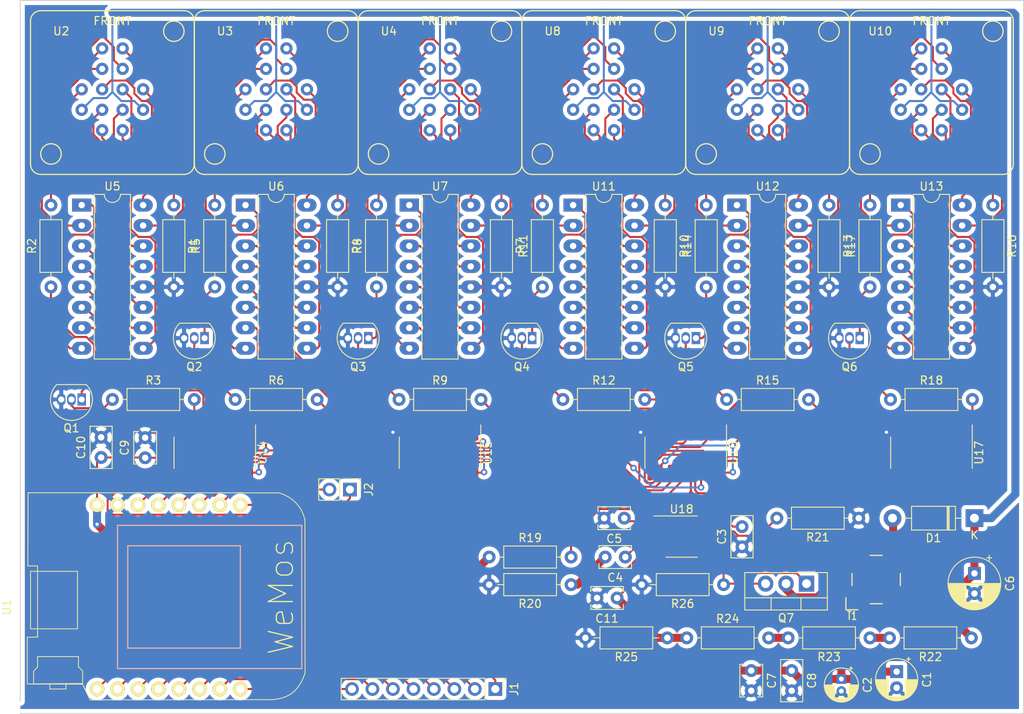
<source format=kicad_pcb>
(kicad_pcb (version 20171130) (host pcbnew "(5.1.4)-1")
  (layers (0 F.Cu signal) (31 B.Cu signal) (34 B.Paste user) (35 F.Paste user) (36 B.SilkS user) (37 F.SilkS user) (38 B.Mask user) (39 F.Mask user) (44 Edge.Cuts user))
  (net 0 "")
  (net 1 /Control/5V)
  (net 2 GND)
  (net 3 "Net-(C3-Pad2)")
  (net 4 "Net-(C4-Pad2)")
  (net 5 "Net-(C4-Pad1)")
  (net 6 "Net-(C5-Pad1)")
  (net 7 /PSU/HV)
  (net 8 "Net-(D1-Pad2)")
  (net 9 "Net-(J1-Pad1)")
  (net 10 "Net-(J1-Pad2)")
  (net 11 "Net-(J1-Pad3)")
  (net 12 "Net-(J1-Pad4)")
  (net 13 "Net-(J1-Pad5)")
  (net 14 "Net-(J1-Pad6)")
  (net 15 "Net-(J1-Pad7)")
  (net 16 "Net-(J1-Pad8)")
  (net 17 "Net-(J2-Pad1)")
  (net 18 "Net-(J2-Pad2)")
  (net 19 "Net-(Q1-Pad1)")
  (net 20 "Net-(Q1-Pad2)")
  (net 21 "Net-(Q2-Pad1)")
  (net 22 "Net-(Q2-Pad2)")
  (net 23 "Net-(Q3-Pad2)")
  (net 24 "Net-(Q3-Pad1)")
  (net 25 "Net-(Q4-Pad2)")
  (net 26 "Net-(Q4-Pad1)")
  (net 27 "Net-(Q5-Pad2)")
  (net 28 "Net-(Q5-Pad1)")
  (net 29 "Net-(Q6-Pad1)")
  (net 30 "Net-(Q6-Pad2)")
  (net 31 "Net-(Q7-Pad1)")
  (net 32 "Net-(Q7-Pad2)")
  (net 33 "Net-(R1-Pad1)")
  (net 34 "Net-(R2-Pad2)")
  (net 35 "/Shift Registers/DP1")
  (net 36 "Net-(R4-Pad1)")
  (net 37 "Net-(R5-Pad2)")
  (net 38 "/Shift Registers/DP2")
  (net 39 "Net-(R7-Pad1)")
  (net 40 "Net-(R8-Pad2)")
  (net 41 "/Shift Registers/DP3")
  (net 42 "Net-(R10-Pad1)")
  (net 43 "Net-(R11-Pad2)")
  (net 44 "/Shift Registers/DP4")
  (net 45 "Net-(R13-Pad1)")
  (net 46 "Net-(R14-Pad2)")
  (net 47 "/Shift Registers/DP5")
  (net 48 "Net-(R16-Pad1)")
  (net 49 "Net-(R17-Pad2)")
  (net 50 "/Shift Registers/DP6")
  (net 51 "Net-(R21-Pad2)")
  (net 52 "Net-(R22-Pad2)")
  (net 53 "Net-(R23-Pad2)")
  (net 54 /Control/STORAGECLK)
  (net 55 /Control/SHIFTCLK)
  (net 56 /Control/BLANK)
  (net 57 /Control/TUBETX)
  (net 58 "Net-(U2-Pad8)")
  (net 59 "Net-(U2-Pad9)")
  (net 60 "Net-(U2-Pad4)")
  (net 61 "Net-(U2-Pad11)")
  (net 62 "Net-(U2-Pad5)")
  (net 63 "Net-(U2-Pad12)")
  (net 64 "Net-(U2-Pad7)")
  (net 65 "Net-(U2-Pad10)")
  (net 66 "Net-(U2-Pad6)")
  (net 67 "Net-(U2-Pad3)")
  (net 68 "Net-(U3-Pad3)")
  (net 69 "Net-(U3-Pad6)")
  (net 70 "Net-(U3-Pad10)")
  (net 71 "Net-(U3-Pad7)")
  (net 72 "Net-(U3-Pad12)")
  (net 73 "Net-(U3-Pad5)")
  (net 74 "Net-(U3-Pad11)")
  (net 75 "Net-(U3-Pad4)")
  (net 76 "Net-(U3-Pad9)")
  (net 77 "Net-(U3-Pad8)")
  (net 78 "Net-(U4-Pad8)")
  (net 79 "Net-(U4-Pad9)")
  (net 80 "Net-(U4-Pad4)")
  (net 81 "Net-(U4-Pad11)")
  (net 82 "Net-(U4-Pad5)")
  (net 83 "Net-(U4-Pad12)")
  (net 84 "Net-(U4-Pad7)")
  (net 85 "Net-(U4-Pad10)")
  (net 86 "Net-(U4-Pad6)")
  (net 87 "Net-(U4-Pad3)")
  (net 88 "/Shift Registers/BCD_T1A")
  (net 89 "/Shift Registers/BCD_T1D")
  (net 90 "/Shift Registers/BCD_T1B")
  (net 91 "/Shift Registers/BCD_T1C")
  (net 92 "/Shift Registers/BCD_T2A")
  (net 93 "/Shift Registers/BCD_T2D")
  (net 94 "/Shift Registers/BCD_T2B")
  (net 95 "/Shift Registers/BCD_T2C")
  (net 96 "/Shift Registers/BCD_T3C")
  (net 97 "/Shift Registers/BCD_T3B")
  (net 98 "/Shift Registers/BCD_T3D")
  (net 99 "/Shift Registers/BCD_T3A")
  (net 100 "Net-(U11-Pad16)")
  (net 101 "Net-(U11-Pad9)")
  (net 102 "Net-(U11-Pad10)")
  (net 103 "Net-(U11-Pad13)")
  (net 104 "Net-(U11-Pad2)")
  (net 105 "Net-(U11-Pad8)")
  (net 106 "Net-(U11-Pad1)")
  (net 107 "Net-(U11-Pad15)")
  (net 108 "Net-(U11-Pad11)")
  (net 109 "Net-(U11-Pad14)")
  (net 110 "Net-(U12-Pad14)")
  (net 111 "Net-(U12-Pad11)")
  (net 112 "Net-(U12-Pad15)")
  (net 113 "Net-(U12-Pad1)")
  (net 114 "Net-(U12-Pad8)")
  (net 115 "Net-(U12-Pad2)")
  (net 116 "Net-(U12-Pad13)")
  (net 117 "Net-(U12-Pad10)")
  (net 118 "Net-(U12-Pad9)")
  (net 119 "Net-(U12-Pad16)")
  (net 120 "Net-(U10-Pad3)")
  (net 121 "Net-(U10-Pad6)")
  (net 122 "Net-(U10-Pad10)")
  (net 123 "Net-(U10-Pad7)")
  (net 124 "Net-(U10-Pad12)")
  (net 125 "Net-(U10-Pad5)")
  (net 126 "Net-(U10-Pad11)")
  (net 127 "Net-(U10-Pad4)")
  (net 128 "Net-(U10-Pad9)")
  (net 129 "Net-(U10-Pad8)")
  (net 130 "/Shift Registers/BCD_T4C")
  (net 131 "/Shift Registers/BCD_T4B")
  (net 132 "/Shift Registers/BCD_T4D")
  (net 133 "/Shift Registers/BCD_T4A")
  (net 134 "/Shift Registers/BCD_T5A")
  (net 135 "/Shift Registers/BCD_T5D")
  (net 136 "/Shift Registers/BCD_T5B")
  (net 137 "/Shift Registers/BCD_T5C")
  (net 138 "/Shift Registers/BCD_T6C")
  (net 139 "/Shift Registers/BCD_T6B")
  (net 140 "/Shift Registers/BCD_T6D")
  (net 141 "/Shift Registers/BCD_T6A")
  (net 142 "Net-(U14-Pad9)")
  (net 143 "Net-(U15-Pad9)")
  (net 144 "Net-(U16-Pad9)")
  (net 145 "Net-(U17-Pad9)")
  (net 146 "Net-(U14-Pad15)")
  (net 147 "Net-(U15-Pad15)")
  (net 148 "Net-(C11-Pad1)")
  (net 149 "Net-(R22-Pad1)")
  (module BamboulabFootprints:Transformer_LPR6235 (layer F.Cu) (at 183.642 118.872)
    (fp_text reference T1 (at -3 4.5) (layer F.SilkS) (effects (font (size 1 0.7))))
    (fp_text value Transformer_1P_1S)
    (pad 3 smd custom (at 2.54 -2.54) (size 1.524 1.524) (layers F.Cu F.Paste F.Mask) (net 8 "Net-(D1-Pad2)") (options (clearance outline) (anchor circle)) (primitives (gr_poly (pts (xy 0.8636 1.5367) (xy 0.8636 -0.8636) (xy -1.5367 -0.8636) (xy -1.5367 0.4445) (xy -0.4445 1.5367)) (width 0.1))))
    (pad 4 smd custom (at -2.54 -2.54) (size 1.524 1.524) (layers F.Cu F.Paste F.Mask) (net 32 "Net-(Q7-Pad2)") (options (clearance outline) (anchor circle)) (primitives (gr_poly (pts (xy -0.8636 1.5367) (xy -0.8636 -0.8636) (xy 1.5367 -0.8636) (xy 1.5367 0.4445) (xy 0.4445 1.5367)) (width 0.1))))
    (pad 1 smd custom (at -2.54 2.54 180) (size 1.524 1.524) (layers F.Cu F.Paste F.Mask) (net 1 /Control/5V) (options (clearance outline) (anchor circle)) (primitives (gr_poly (pts (xy 0.8636 1.5367) (xy 0.8636 -0.8636) (xy -1.5367 -0.8636) (xy -1.5367 0.4445) (xy -0.4445 1.5367)) (width 0.1))))
    (pad 2 smd custom (at 2.54 2.54 180) (size 1.524 1.524) (layers F.Cu F.Paste F.Mask) (net 32 "Net-(Q7-Pad2)") (options (clearance outline) (anchor circle)) (primitives (gr_poly (pts (xy -0.8636 1.5367) (xy -0.8636 -0.8636) (xy 1.5367 -0.8636) (xy 1.5367 0.4445) (xy 0.4445 1.5367)) (width 0.1))))
  )
  (module BamboulabFootprints:D1_mini_board (layer F.Cu) (at 94.615 121.031 270)
    (fp_text reference U1 (at 1.27 18.81 90) (layer F.SilkS))
    (fp_text value WeMos_mini)
    (fp_text user WeMos (at 0 -15.24 90) (layer F.SilkS) (effects (font (size 3 3))))
    (pad 8 thru_hole circle (at -11.43 -10.16 270) (size 1.8 1.8) (drill 1.016) (layers *.Cu *.Mask F.SilkS) (net 17 "Net-(J2-Pad1)"))
    (pad 7 thru_hole circle (at -11.43 -7.62 270) (size 1.8 1.8) (drill 1.016) (layers *.Cu *.Mask F.SilkS) (net 18 "Net-(J2-Pad2)"))
    (pad 6 thru_hole circle (at -11.43 -5.08 270) (size 1.8 1.8) (drill 1.016) (layers *.Cu *.Mask F.SilkS) (net 57 /Control/TUBETX))
    (pad 5 thru_hole circle (at -11.43 -2.54 270) (size 1.8 1.8) (drill 1.016) (layers *.Cu *.Mask F.SilkS) (net 56 /Control/BLANK))
    (pad 4 thru_hole circle (at -11.43 0 270) (size 1.8 1.8) (drill 1.016) (layers *.Cu *.Mask F.SilkS) (net 54 /Control/STORAGECLK))
    (pad 3 thru_hole circle (at -11.43 2.54 270) (size 1.8 1.8) (drill 1.016) (layers *.Cu *.Mask F.SilkS) (net 55 /Control/SHIFTCLK))
    (pad 2 thru_hole circle (at -11.43 5.08 270) (size 1.8 1.8) (drill 1.016) (layers *.Cu *.Mask F.SilkS) (net 2 GND))
    (pad 1 thru_hole circle (at -11.43 7.62 270) (size 1.8 1.8) (drill 1.016) (layers *.Cu *.Mask F.SilkS) (net 1 /Control/5V))
    (pad 16 thru_hole circle (at 11.43 7.62 270) (size 1.8 1.8) (drill 1.016) (layers *.Cu *.Mask F.SilkS) (net 9 "Net-(J1-Pad1)"))
    (pad 15 thru_hole circle (at 11.43 5.08 270) (size 1.8 1.8) (drill 1.016) (layers *.Cu *.Mask F.SilkS) (net 10 "Net-(J1-Pad2)"))
    (pad 14 thru_hole circle (at 11.43 2.54 270) (size 1.8 1.8) (drill 1.016) (layers *.Cu *.Mask F.SilkS) (net 11 "Net-(J1-Pad3)"))
    (pad 13 thru_hole circle (at 11.43 0 270) (size 1.8 1.8) (drill 1.016) (layers *.Cu *.Mask F.SilkS) (net 12 "Net-(J1-Pad4)"))
    (pad 12 thru_hole circle (at 11.43 -2.54 270) (size 1.8 1.8) (drill 1.016) (layers *.Cu *.Mask F.SilkS) (net 13 "Net-(J1-Pad5)"))
    (pad 11 thru_hole circle (at 11.43 -5.08 270) (size 1.8 1.8) (drill 1.016) (layers *.Cu *.Mask F.SilkS) (net 14 "Net-(J1-Pad6)"))
    (pad 10 thru_hole circle (at 11.43 -7.62 270) (size 1.8 1.8) (drill 1.016) (layers *.Cu *.Mask F.SilkS) (net 15 "Net-(J1-Pad7)"))
    (pad 9 thru_hole circle (at 11.43 -10.16 270) (size 1.8 1.8) (drill 1.016) (layers *.Cu *.Mask F.SilkS) (net 16 "Net-(J1-Pad8)"))
  )
  (module Capacitor_THT:CP_Radial_D5.0mm_P2.00mm (layer F.Cu) (at 186.182 130.302 270)
    (fp_text reference C1 (at 1 -3.75 90) (layer F.SilkS))
    (fp_text value 220u)
    (pad 2 thru_hole circle (at 2 0 270) (size 1.6 1.6) (drill 0.8) (layers *.Cu *.Mask) (net 2 GND))
    (pad 1 thru_hole rect (at 0 0 270) (size 1.6 1.6) (drill 0.8) (layers *.Cu *.Mask) (net 1 /Control/5V))
  )
  (module Capacitor_THT:CP_Radial_D4.0mm_P1.50mm (layer F.Cu) (at 179.324 131.215 270)
    (fp_text reference C2 (at 0.75 -3.25 90) (layer F.SilkS))
    (fp_text value 10u)
    (pad 2 thru_hole circle (at 1.5 0 270) (size 1.2 1.2) (drill 0.6) (layers *.Cu *.Mask) (net 2 GND))
    (pad 1 thru_hole rect (at 0 0 270) (size 1.2 1.2) (drill 0.6) (layers *.Cu *.Mask) (net 1 /Control/5V))
  )
  (module Capacitor_THT:C_Disc_D5.0mm_W2.5mm_P2.50mm (layer F.Cu) (at 167.005 114.808 90)
    (fp_text reference C3 (at 1.25 -2.5 90) (layer F.SilkS))
    (fp_text value 100n)
    (pad 2 thru_hole circle (at 2.5 0 90) (size 1.6 1.6) (drill 0.8) (layers *.Cu *.Mask) (net 3 "Net-(C3-Pad2)"))
    (pad 1 thru_hole circle (at 0 0 90) (size 1.6 1.6) (drill 0.8) (layers *.Cu *.Mask) (net 2 GND))
  )
  (module Capacitor_THT:C_Disc_D3.8mm_W2.6mm_P2.50mm (layer F.Cu) (at 152.527 116.078 180)
    (fp_text reference C4 (at 1.25 -2.55) (layer F.SilkS))
    (fp_text value 100n)
    (pad 1 thru_hole circle (at 0 0 180) (size 1.6 1.6) (drill 0.8) (layers *.Cu *.Mask) (net 5 "Net-(C4-Pad1)"))
    (pad 2 thru_hole circle (at 2.5 0 180) (size 1.6 1.6) (drill 0.8) (layers *.Cu *.Mask) (net 4 "Net-(C4-Pad2)"))
  )
  (module Capacitor_THT:C_Disc_D3.8mm_W2.6mm_P2.50mm (layer F.Cu) (at 152.4 111.252 180)
    (fp_text reference C5 (at 1.25 -2.55) (layer F.SilkS))
    (fp_text value 10n)
    (pad 1 thru_hole circle (at 0 0 180) (size 1.6 1.6) (drill 0.8) (layers *.Cu *.Mask) (net 6 "Net-(C5-Pad1)"))
    (pad 2 thru_hole circle (at 2.5 0 180) (size 1.6 1.6) (drill 0.8) (layers *.Cu *.Mask) (net 2 GND))
  )
  (module Capacitor_THT:CP_Radial_D6.3mm_P2.50mm (layer F.Cu) (at 195.834 118.11 270)
    (fp_text reference C6 (at 1.25 -4.4 90) (layer F.SilkS))
    (fp_text value 1u)
    (pad 1 thru_hole rect (at 0 0 270) (size 1.6 1.6) (drill 0.8) (layers *.Cu *.Mask) (net 7 /PSU/HV))
    (pad 2 thru_hole circle (at 2.5 0 270) (size 1.6 1.6) (drill 0.8) (layers *.Cu *.Mask) (net 2 GND))
  )
  (module Diode_THT:D_DO-41_SOD81_P10.16mm_Horizontal (layer F.Cu) (at 195.834 111.252 180)
    (fp_text reference D1 (at 5.08 -2.47) (layer F.SilkS))
    (fp_text value D_Schottky)
    (fp_text user K (at 0 -2.1) (layer F.SilkS))
    (pad 1 thru_hole rect (at 0 0 180) (size 2.2 2.2) (drill 1.1) (layers *.Cu *.Mask) (net 7 /PSU/HV))
    (pad 2 thru_hole oval (at 10.16 0 180) (size 2.2 2.2) (drill 1.1) (layers *.Cu *.Mask) (net 8 "Net-(D1-Pad2)"))
  )
  (module Connector_PinHeader_2.54mm:PinHeader_1x08_P2.54mm_Vertical (layer F.Cu) (at 136.398 132.461 270)
    (fp_text reference J1 (at 0 -2.33 90) (layer F.SilkS))
    (fp_text value Conn_01x08_Female)
    (pad 1 thru_hole rect (at 0 0 270) (size 1.7 1.7) (drill 1) (layers *.Cu *.Mask) (net 9 "Net-(J1-Pad1)"))
    (pad 2 thru_hole oval (at 0 2.54 270) (size 1.7 1.7) (drill 1) (layers *.Cu *.Mask) (net 10 "Net-(J1-Pad2)"))
    (pad 3 thru_hole oval (at 0 5.08 270) (size 1.7 1.7) (drill 1) (layers *.Cu *.Mask) (net 11 "Net-(J1-Pad3)"))
    (pad 4 thru_hole oval (at 0 7.62 270) (size 1.7 1.7) (drill 1) (layers *.Cu *.Mask) (net 12 "Net-(J1-Pad4)"))
    (pad 5 thru_hole oval (at 0 10.16 270) (size 1.7 1.7) (drill 1) (layers *.Cu *.Mask) (net 13 "Net-(J1-Pad5)"))
    (pad 6 thru_hole oval (at 0 12.7 270) (size 1.7 1.7) (drill 1) (layers *.Cu *.Mask) (net 14 "Net-(J1-Pad6)"))
    (pad 7 thru_hole oval (at 0 15.24 270) (size 1.7 1.7) (drill 1) (layers *.Cu *.Mask) (net 15 "Net-(J1-Pad7)"))
    (pad 8 thru_hole oval (at 0 17.78 270) (size 1.7 1.7) (drill 1) (layers *.Cu *.Mask) (net 16 "Net-(J1-Pad8)"))
  )
  (module Connector_PinHeader_2.54mm:PinHeader_1x02_P2.54mm_Vertical (layer F.Cu) (at 118.364 107.696 270)
    (fp_text reference J2 (at 0 -2.33 90) (layer F.SilkS))
    (fp_text value Conn_01x02_Female)
    (pad 1 thru_hole rect (at 0 0 270) (size 1.7 1.7) (drill 1) (layers *.Cu *.Mask) (net 17 "Net-(J2-Pad1)"))
    (pad 2 thru_hole oval (at 0 2.54 270) (size 1.7 1.7) (drill 1) (layers *.Cu *.Mask) (net 18 "Net-(J2-Pad2)"))
  )
  (module Package_TO_SOT_THT:TO-92_Inline (layer F.Cu) (at 85.09 96.52 180)
    (fp_text reference Q1 (at 1.27 -3.56) (layer F.SilkS))
    (fp_text value BC547)
    (pad 1 thru_hole rect (at 0 0 180) (size 1.05 1.5) (drill 0.75) (layers *.Cu *.Mask) (net 19 "Net-(Q1-Pad1)"))
    (pad 3 thru_hole oval (at 2.54 0 180) (size 1.05 1.5) (drill 0.75) (layers *.Cu *.Mask) (net 2 GND))
    (pad 2 thru_hole oval (at 1.27 0 180) (size 1.05 1.5) (drill 0.75) (layers *.Cu *.Mask) (net 20 "Net-(Q1-Pad2)"))
  )
  (module Package_TO_SOT_THT:TO-92_Inline (layer F.Cu) (at 100.33 88.9 180)
    (fp_text reference Q2 (at 1.27 -3.56) (layer F.SilkS))
    (fp_text value BC547)
    (pad 1 thru_hole rect (at 0 0 180) (size 1.05 1.5) (drill 0.75) (layers *.Cu *.Mask) (net 21 "Net-(Q2-Pad1)"))
    (pad 3 thru_hole oval (at 2.54 0 180) (size 1.05 1.5) (drill 0.75) (layers *.Cu *.Mask) (net 2 GND))
    (pad 2 thru_hole oval (at 1.27 0 180) (size 1.05 1.5) (drill 0.75) (layers *.Cu *.Mask) (net 22 "Net-(Q2-Pad2)"))
  )
  (module Package_TO_SOT_THT:TO-92_Inline (layer F.Cu) (at 120.65 88.9 180)
    (fp_text reference Q3 (at 1.27 -3.56) (layer F.SilkS))
    (fp_text value BC547)
    (pad 2 thru_hole oval (at 1.27 0 180) (size 1.05 1.5) (drill 0.75) (layers *.Cu *.Mask) (net 23 "Net-(Q3-Pad2)"))
    (pad 3 thru_hole oval (at 2.54 0 180) (size 1.05 1.5) (drill 0.75) (layers *.Cu *.Mask) (net 2 GND))
    (pad 1 thru_hole rect (at 0 0 180) (size 1.05 1.5) (drill 0.75) (layers *.Cu *.Mask) (net 24 "Net-(Q3-Pad1)"))
  )
  (module Package_TO_SOT_THT:TO-92_Inline (layer F.Cu) (at 140.97 88.9 180)
    (fp_text reference Q4 (at 1.27 -3.56) (layer F.SilkS))
    (fp_text value BC547)
    (pad 2 thru_hole oval (at 1.27 0 180) (size 1.05 1.5) (drill 0.75) (layers *.Cu *.Mask) (net 25 "Net-(Q4-Pad2)"))
    (pad 3 thru_hole oval (at 2.54 0 180) (size 1.05 1.5) (drill 0.75) (layers *.Cu *.Mask) (net 2 GND))
    (pad 1 thru_hole rect (at 0 0 180) (size 1.05 1.5) (drill 0.75) (layers *.Cu *.Mask) (net 26 "Net-(Q4-Pad1)"))
  )
  (module Package_TO_SOT_THT:TO-92_Inline (layer F.Cu) (at 161.29 88.9 180)
    (fp_text reference Q5 (at 1.27 -3.56) (layer F.SilkS))
    (fp_text value BC547)
    (pad 2 thru_hole oval (at 1.27 0 180) (size 1.05 1.5) (drill 0.75) (layers *.Cu *.Mask) (net 27 "Net-(Q5-Pad2)"))
    (pad 3 thru_hole oval (at 2.54 0 180) (size 1.05 1.5) (drill 0.75) (layers *.Cu *.Mask) (net 2 GND))
    (pad 1 thru_hole rect (at 0 0 180) (size 1.05 1.5) (drill 0.75) (layers *.Cu *.Mask) (net 28 "Net-(Q5-Pad1)"))
  )
  (module Package_TO_SOT_THT:TO-92_Inline (layer F.Cu) (at 181.61 88.9 180)
    (fp_text reference Q6 (at 1.27 -3.56) (layer F.SilkS))
    (fp_text value BC547)
    (pad 1 thru_hole rect (at 0 0 180) (size 1.05 1.5) (drill 0.75) (layers *.Cu *.Mask) (net 29 "Net-(Q6-Pad1)"))
    (pad 3 thru_hole oval (at 2.54 0 180) (size 1.05 1.5) (drill 0.75) (layers *.Cu *.Mask) (net 2 GND))
    (pad 2 thru_hole oval (at 1.27 0 180) (size 1.05 1.5) (drill 0.75) (layers *.Cu *.Mask) (net 30 "Net-(Q6-Pad2)"))
  )
  (module Package_TO_SOT_THT:TO-220-3_Vertical (layer F.Cu) (at 175.006 119.38 180)
    (fp_text reference Q7 (at 2.54 -4.27) (layer F.SilkS))
    (fp_text value Q_NMOS_GDS)
    (pad 1 thru_hole rect (at 0 0 180) (size 1.905 2) (drill 1.1) (layers *.Cu *.Mask) (net 31 "Net-(Q7-Pad1)"))
    (pad 2 thru_hole oval (at 2.54 0 180) (size 1.905 2) (drill 1.1) (layers *.Cu *.Mask) (net 32 "Net-(Q7-Pad2)"))
    (pad 3 thru_hole oval (at 5.08 0 180) (size 1.905 2) (drill 1.1) (layers *.Cu *.Mask) (net 6 "Net-(C5-Pad1)"))
  )
  (module Resistor_THT:R_Axial_DIN0207_L6.3mm_D2.5mm_P10.16mm_Horizontal (layer F.Cu) (at 96.52 72.39 270)
    (fp_text reference R1 (at 5.08 -2.37 90) (layer F.SilkS))
    (fp_text value 10M)
    (pad 2 thru_hole oval (at 10.16 0 270) (size 1.6 1.6) (drill 0.8) (layers *.Cu *.Mask) (net 2 GND))
    (pad 1 thru_hole circle (at 0 0 270) (size 1.6 1.6) (drill 0.8) (layers *.Cu *.Mask) (net 33 "Net-(R1-Pad1)"))
  )
  (module Resistor_THT:R_Axial_DIN0207_L6.3mm_D2.5mm_P10.16mm_Horizontal (layer F.Cu) (at 81.28 82.55 90)
    (fp_text reference R2 (at 5.08 -2.37 90) (layer F.SilkS))
    (fp_text value 100k)
    (pad 2 thru_hole oval (at 10.16 0 90) (size 1.6 1.6) (drill 0.8) (layers *.Cu *.Mask) (net 34 "Net-(R2-Pad2)"))
    (pad 1 thru_hole circle (at 0 0 90) (size 1.6 1.6) (drill 0.8) (layers *.Cu *.Mask) (net 19 "Net-(Q1-Pad1)"))
  )
  (module Resistor_THT:R_Axial_DIN0207_L6.3mm_D2.5mm_P10.16mm_Horizontal (layer F.Cu) (at 88.9 96.52)
    (fp_text reference R3 (at 5.08 -2.37) (layer F.SilkS))
    (fp_text value 10k)
    (pad 1 thru_hole circle (at 0 0) (size 1.6 1.6) (drill 0.8) (layers *.Cu *.Mask) (net 20 "Net-(Q1-Pad2)"))
    (pad 2 thru_hole oval (at 10.16 0) (size 1.6 1.6) (drill 0.8) (layers *.Cu *.Mask) (net 35 "/Shift Registers/DP1"))
  )
  (module Resistor_THT:R_Axial_DIN0207_L6.3mm_D2.5mm_P10.16mm_Horizontal (layer F.Cu) (at 116.84 72.39 270)
    (fp_text reference R4 (at 5.08 -2.37 90) (layer F.SilkS))
    (fp_text value 10M)
    (pad 2 thru_hole oval (at 10.16 0 270) (size 1.6 1.6) (drill 0.8) (layers *.Cu *.Mask) (net 2 GND))
    (pad 1 thru_hole circle (at 0 0 270) (size 1.6 1.6) (drill 0.8) (layers *.Cu *.Mask) (net 36 "Net-(R4-Pad1)"))
  )
  (module Resistor_THT:R_Axial_DIN0207_L6.3mm_D2.5mm_P10.16mm_Horizontal (layer F.Cu) (at 101.6 82.55 90)
    (fp_text reference R5 (at 5.08 -2.37 90) (layer F.SilkS))
    (fp_text value 100k)
    (pad 2 thru_hole oval (at 10.16 0 90) (size 1.6 1.6) (drill 0.8) (layers *.Cu *.Mask) (net 37 "Net-(R5-Pad2)"))
    (pad 1 thru_hole circle (at 0 0 90) (size 1.6 1.6) (drill 0.8) (layers *.Cu *.Mask) (net 21 "Net-(Q2-Pad1)"))
  )
  (module Resistor_THT:R_Axial_DIN0207_L6.3mm_D2.5mm_P10.16mm_Horizontal (layer F.Cu) (at 104.14 96.52)
    (fp_text reference R6 (at 5.08 -2.37) (layer F.SilkS))
    (fp_text value 10k)
    (pad 1 thru_hole circle (at 0 0) (size 1.6 1.6) (drill 0.8) (layers *.Cu *.Mask) (net 22 "Net-(Q2-Pad2)"))
    (pad 2 thru_hole oval (at 10.16 0) (size 1.6 1.6) (drill 0.8) (layers *.Cu *.Mask) (net 38 "/Shift Registers/DP2"))
  )
  (module Resistor_THT:R_Axial_DIN0207_L6.3mm_D2.5mm_P10.16mm_Horizontal (layer F.Cu) (at 137.16 72.39 270)
    (fp_text reference R7 (at 5.08 -2.37 90) (layer F.SilkS))
    (fp_text value 10M)
    (pad 2 thru_hole oval (at 10.16 0 270) (size 1.6 1.6) (drill 0.8) (layers *.Cu *.Mask) (net 2 GND))
    (pad 1 thru_hole circle (at 0 0 270) (size 1.6 1.6) (drill 0.8) (layers *.Cu *.Mask) (net 39 "Net-(R7-Pad1)"))
  )
  (module Resistor_THT:R_Axial_DIN0207_L6.3mm_D2.5mm_P10.16mm_Horizontal (layer F.Cu) (at 121.666 82.55 90)
    (fp_text reference R8 (at 5.08 -2.37 90) (layer F.SilkS))
    (fp_text value 100k)
    (pad 2 thru_hole oval (at 10.16 0 90) (size 1.6 1.6) (drill 0.8) (layers *.Cu *.Mask) (net 40 "Net-(R8-Pad2)"))
    (pad 1 thru_hole circle (at 0 0 90) (size 1.6 1.6) (drill 0.8) (layers *.Cu *.Mask) (net 24 "Net-(Q3-Pad1)"))
  )
  (module Resistor_THT:R_Axial_DIN0207_L6.3mm_D2.5mm_P10.16mm_Horizontal (layer F.Cu) (at 124.46 96.52)
    (fp_text reference R9 (at 5.08 -2.37) (layer F.SilkS))
    (fp_text value 10k)
    (pad 1 thru_hole circle (at 0 0) (size 1.6 1.6) (drill 0.8) (layers *.Cu *.Mask) (net 23 "Net-(Q3-Pad2)"))
    (pad 2 thru_hole oval (at 10.16 0) (size 1.6 1.6) (drill 0.8) (layers *.Cu *.Mask) (net 41 "/Shift Registers/DP3"))
  )
  (module Resistor_THT:R_Axial_DIN0207_L6.3mm_D2.5mm_P10.16mm_Horizontal (layer F.Cu) (at 157.48 72.39 270)
    (fp_text reference R10 (at 5.08 -2.37 90) (layer F.SilkS))
    (fp_text value 10M)
    (pad 2 thru_hole oval (at 10.16 0 270) (size 1.6 1.6) (drill 0.8) (layers *.Cu *.Mask) (net 2 GND))
    (pad 1 thru_hole circle (at 0 0 270) (size 1.6 1.6) (drill 0.8) (layers *.Cu *.Mask) (net 42 "Net-(R10-Pad1)"))
  )
  (module Resistor_THT:R_Axial_DIN0207_L6.3mm_D2.5mm_P10.16mm_Horizontal (layer F.Cu) (at 142.24 82.55 90)
    (fp_text reference R11 (at 5.08 -2.37 90) (layer F.SilkS))
    (fp_text value 100k)
    (pad 2 thru_hole oval (at 10.16 0 90) (size 1.6 1.6) (drill 0.8) (layers *.Cu *.Mask) (net 43 "Net-(R11-Pad2)"))
    (pad 1 thru_hole circle (at 0 0 90) (size 1.6 1.6) (drill 0.8) (layers *.Cu *.Mask) (net 26 "Net-(Q4-Pad1)"))
  )
  (module Resistor_THT:R_Axial_DIN0207_L6.3mm_D2.5mm_P10.16mm_Horizontal (layer F.Cu) (at 144.78 96.52)
    (fp_text reference R12 (at 5.08 -2.37) (layer F.SilkS))
    (fp_text value 10k)
    (pad 1 thru_hole circle (at 0 0) (size 1.6 1.6) (drill 0.8) (layers *.Cu *.Mask) (net 25 "Net-(Q4-Pad2)"))
    (pad 2 thru_hole oval (at 10.16 0) (size 1.6 1.6) (drill 0.8) (layers *.Cu *.Mask) (net 44 "/Shift Registers/DP4"))
  )
  (module Resistor_THT:R_Axial_DIN0207_L6.3mm_D2.5mm_P10.16mm_Horizontal (layer F.Cu) (at 177.8 72.39 270)
    (fp_text reference R13 (at 5.08 -2.37 90) (layer F.SilkS))
    (fp_text value 10M)
    (pad 1 thru_hole circle (at 0 0 270) (size 1.6 1.6) (drill 0.8) (layers *.Cu *.Mask) (net 45 "Net-(R13-Pad1)"))
    (pad 2 thru_hole oval (at 10.16 0 270) (size 1.6 1.6) (drill 0.8) (layers *.Cu *.Mask) (net 2 GND))
  )
  (module Resistor_THT:R_Axial_DIN0207_L6.3mm_D2.5mm_P10.16mm_Horizontal (layer F.Cu) (at 162.56 82.55 90)
    (fp_text reference R14 (at 5.08 -2.37 90) (layer F.SilkS))
    (fp_text value 100k)
    (pad 2 thru_hole oval (at 10.16 0 90) (size 1.6 1.6) (drill 0.8) (layers *.Cu *.Mask) (net 46 "Net-(R14-Pad2)"))
    (pad 1 thru_hole circle (at 0 0 90) (size 1.6 1.6) (drill 0.8) (layers *.Cu *.Mask) (net 28 "Net-(Q5-Pad1)"))
  )
  (module Resistor_THT:R_Axial_DIN0207_L6.3mm_D2.5mm_P10.16mm_Horizontal (layer F.Cu) (at 165.1 96.52)
    (fp_text reference R15 (at 5.08 -2.37) (layer F.SilkS))
    (fp_text value 10k)
    (pad 1 thru_hole circle (at 0 0) (size 1.6 1.6) (drill 0.8) (layers *.Cu *.Mask) (net 27 "Net-(Q5-Pad2)"))
    (pad 2 thru_hole oval (at 10.16 0) (size 1.6 1.6) (drill 0.8) (layers *.Cu *.Mask) (net 47 "/Shift Registers/DP5"))
  )
  (module Resistor_THT:R_Axial_DIN0207_L6.3mm_D2.5mm_P10.16mm_Horizontal (layer F.Cu) (at 198.12 72.39 270)
    (fp_text reference R16 (at 5.08 -2.37 90) (layer F.SilkS))
    (fp_text value 10M)
    (pad 1 thru_hole circle (at 0 0 270) (size 1.6 1.6) (drill 0.8) (layers *.Cu *.Mask) (net 48 "Net-(R16-Pad1)"))
    (pad 2 thru_hole oval (at 10.16 0 270) (size 1.6 1.6) (drill 0.8) (layers *.Cu *.Mask) (net 2 GND))
  )
  (module Resistor_THT:R_Axial_DIN0207_L6.3mm_D2.5mm_P10.16mm_Horizontal (layer F.Cu) (at 182.88 82.55 90)
    (fp_text reference R17 (at 5.08 -2.37 90) (layer F.SilkS))
    (fp_text value 100k)
    (pad 2 thru_hole oval (at 10.16 0 90) (size 1.6 1.6) (drill 0.8) (layers *.Cu *.Mask) (net 49 "Net-(R17-Pad2)"))
    (pad 1 thru_hole circle (at 0 0 90) (size 1.6 1.6) (drill 0.8) (layers *.Cu *.Mask) (net 29 "Net-(Q6-Pad1)"))
  )
  (module Resistor_THT:R_Axial_DIN0207_L6.3mm_D2.5mm_P10.16mm_Horizontal (layer F.Cu) (at 185.42 96.52)
    (fp_text reference R18 (at 5.08 -2.37) (layer F.SilkS))
    (fp_text value 10k)
    (pad 1 thru_hole circle (at 0 0) (size 1.6 1.6) (drill 0.8) (layers *.Cu *.Mask) (net 30 "Net-(Q6-Pad2)"))
    (pad 2 thru_hole oval (at 10.16 0) (size 1.6 1.6) (drill 0.8) (layers *.Cu *.Mask) (net 50 "/Shift Registers/DP6"))
  )
  (module Resistor_THT:R_Axial_DIN0207_L6.3mm_D2.5mm_P10.16mm_Horizontal (layer F.Cu) (at 135.636 116.078)
    (fp_text reference R19 (at 5.08 -2.37) (layer F.SilkS))
    (fp_text value 20)
    (pad 1 thru_hole circle (at 0 0) (size 1.6 1.6) (drill 0.8) (layers *.Cu *.Mask) (net 1 /Control/5V))
    (pad 2 thru_hole oval (at 10.16 0) (size 1.6 1.6) (drill 0.8) (layers *.Cu *.Mask) (net 3 "Net-(C3-Pad2)"))
  )
  (module Resistor_THT:R_Axial_DIN0207_L6.3mm_D2.5mm_P10.16mm_Horizontal (layer F.Cu) (at 145.796 119.507 180)
    (fp_text reference R20 (at 5.08 -2.37) (layer F.SilkS))
    (fp_text value 1k)
    (pad 2 thru_hole oval (at 10.16 0 180) (size 1.6 1.6) (drill 0.8) (layers *.Cu *.Mask) (net 2 GND))
    (pad 1 thru_hole circle (at 0 0 180) (size 1.6 1.6) (drill 0.8) (layers *.Cu *.Mask) (net 4 "Net-(C4-Pad2)"))
  )
  (module Resistor_THT:R_Axial_DIN0207_L6.3mm_D2.5mm_P10.16mm_Horizontal (layer F.Cu) (at 181.483 111.252 180)
    (fp_text reference R21 (at 5.08 -2.37) (layer F.SilkS))
    (fp_text value 220k)
    (pad 1 thru_hole circle (at 0 0 180) (size 1.6 1.6) (drill 0.8) (layers *.Cu *.Mask) (net 2 GND))
    (pad 2 thru_hole oval (at 10.16 0 180) (size 1.6 1.6) (drill 0.8) (layers *.Cu *.Mask) (net 51 "Net-(R21-Pad2)"))
  )
  (module Resistor_THT:R_Axial_DIN0207_L6.3mm_D2.5mm_P10.16mm_Horizontal (layer F.Cu) (at 195.453 126.111 180)
    (fp_text reference R22 (at 5.08 -2.37) (layer F.SilkS))
    (fp_text value 1M)
    (pad 1 thru_hole circle (at 0 0 180) (size 1.6 1.6) (drill 0.8) (layers *.Cu *.Mask) (net 149 "Net-(R22-Pad1)"))
    (pad 2 thru_hole oval (at 10.16 0 180) (size 1.6 1.6) (drill 0.8) (layers *.Cu *.Mask) (net 7 /PSU/HV))
  )
  (module Resistor_THT:R_Axial_DIN0207_L6.3mm_D2.5mm_P10.16mm_Horizontal (layer F.Cu) (at 182.88 126.111 180)
    (fp_text reference R23 (at 5.08 -2.37) (layer F.SilkS))
    (fp_text value 820k)
    (pad 2 thru_hole oval (at 10.16 0 180) (size 1.6 1.6) (drill 0.8) (layers *.Cu *.Mask) (net 53 "Net-(R23-Pad2)"))
    (pad 1 thru_hole circle (at 0 0 180) (size 1.6 1.6) (drill 0.8) (layers *.Cu *.Mask) (net 149 "Net-(R22-Pad1)"))
  )
  (module Resistor_THT:R_Axial_DIN0207_L6.3mm_D2.5mm_P10.16mm_Horizontal (layer F.Cu) (at 160.147 126.111)
    (fp_text reference R24 (at 5.08 -2.37) (layer F.SilkS))
    (fp_text value 24k)
    (pad 1 thru_hole circle (at 0 0) (size 1.6 1.6) (drill 0.8) (layers *.Cu *.Mask) (net 148 "Net-(C11-Pad1)"))
    (pad 2 thru_hole oval (at 10.16 0) (size 1.6 1.6) (drill 0.8) (layers *.Cu *.Mask) (net 53 "Net-(R23-Pad2)"))
  )
  (module Resistor_THT:R_Axial_DIN0207_L6.3mm_D2.5mm_P10.16mm_Horizontal (layer F.Cu) (at 157.734 126.111 180)
    (fp_text reference R25 (at 5.08 -2.37) (layer F.SilkS))
    (fp_text value 13k)
    (pad 2 thru_hole oval (at 10.16 0 180) (size 1.6 1.6) (drill 0.8) (layers *.Cu *.Mask) (net 2 GND))
    (pad 1 thru_hole circle (at 0 0 180) (size 1.6 1.6) (drill 0.8) (layers *.Cu *.Mask) (net 148 "Net-(C11-Pad1)"))
  )
  (module Resistor_THT:R_Axial_DIN0207_L6.3mm_D2.5mm_P10.16mm_Horizontal (layer F.Cu) (at 164.719 119.507 180)
    (fp_text reference R26 (at 5.08 -2.37) (layer F.SilkS))
    (fp_text value 0R1)
    (pad 1 thru_hole circle (at 0 0 180) (size 1.6 1.6) (drill 0.8) (layers *.Cu *.Mask) (net 6 "Net-(C5-Pad1)"))
    (pad 2 thru_hole oval (at 10.16 0 180) (size 1.6 1.6) (drill 0.8) (layers *.Cu *.Mask) (net 2 GND))
  )
  (module nixies:Nixie_ZM1000 (layer F.Cu) (at 88.9 58.42)
    (fp_text reference U2 (at -6.35 -7.62) (layer F.SilkS))
    (fp_text value ZM1000)
    (fp_text user FRONT (at 0 -8.89) (layer F.SilkS))
    (pad 8 thru_hole circle (at 1.27 4.68) (size 1.524 1.524) (drill 0.762) (layers *.Cu *.Mask) (net 58 "Net-(U2-Pad8)"))
    (pad 9 thru_hole circle (at -1.27 4.68) (size 1.524 1.524) (drill 0.762) (layers *.Cu *.Mask) (net 59 "Net-(U2-Pad9)"))
    (pad 4 thru_hole circle (at 1.27 -5.48) (size 1.524 1.524) (drill 0.762) (layers *.Cu *.Mask) (net 60 "Net-(U2-Pad4)"))
    (pad 11 thru_hole circle (at -1.27 -5.48) (size 1.524 1.524) (drill 0.762) (layers *.Cu *.Mask) (net 61 "Net-(U2-Pad11)"))
    (pad 5 thru_hole circle (at 1.27 -2.94) (size 1.524 1.524) (drill 0.762) (layers *.Cu *.Mask) (net 62 "Net-(U2-Pad5)"))
    (pad 12 thru_hole circle (at -1.27 -2.94) (size 1.524 1.524) (drill 0.762) (layers *.Cu *.Mask) (net 63 "Net-(U2-Pad12)"))
    (pad 2 thru_hole circle (at 3.81 2.14) (size 1.524 1.524) (drill 0.762) (layers *.Cu *.Mask) (net 7 /PSU/HV))
    (pad 7 thru_hole circle (at 1.27 2.14) (size 1.524 1.524) (drill 0.762) (layers *.Cu *.Mask) (net 64 "Net-(U2-Pad7)"))
    (pad 10 thru_hole circle (at -1.27 2.14) (size 1.524 1.524) (drill 0.762) (layers *.Cu *.Mask) (net 65 "Net-(U2-Pad10)"))
    (pad 1 thru_hole circle (at -3.81 2.14) (size 1.524 1.524) (drill 0.762) (layers *.Cu *.Mask) (net 7 /PSU/HV))
    (pad 14 thru_hole circle (at 3.81 -0.4) (size 1.524 1.524) (drill 0.762) (layers *.Cu *.Mask) (net 33 "Net-(R1-Pad1)"))
    (pad 13 thru_hole circle (at -3.81 -0.4) (size 1.524 1.524) (drill 0.762) (layers *.Cu *.Mask) (net 34 "Net-(R2-Pad2)"))
    (pad 6 thru_hole circle (at 1.27 -0.4) (size 1.524 1.524) (drill 0.762) (layers *.Cu *.Mask) (net 66 "Net-(U2-Pad6)"))
    (pad 3 thru_hole circle (at -1.27 -0.4) (size 1.524 1.524) (drill 0.762) (layers *.Cu *.Mask) (net 67 "Net-(U2-Pad3)"))
  )
  (module nixies:Nixie_ZM1000 (layer F.Cu) (at 109.22 58.42)
    (fp_text reference U3 (at -6.35 -7.62) (layer F.SilkS))
    (fp_text value ZM1000)
    (fp_text user FRONT (at 0 -8.89) (layer F.SilkS))
    (pad 3 thru_hole circle (at -1.27 -0.4) (size 1.524 1.524) (drill 0.762) (layers *.Cu *.Mask) (net 68 "Net-(U3-Pad3)"))
    (pad 6 thru_hole circle (at 1.27 -0.4) (size 1.524 1.524) (drill 0.762) (layers *.Cu *.Mask) (net 69 "Net-(U3-Pad6)"))
    (pad 13 thru_hole circle (at -3.81 -0.4) (size 1.524 1.524) (drill 0.762) (layers *.Cu *.Mask) (net 37 "Net-(R5-Pad2)"))
    (pad 14 thru_hole circle (at 3.81 -0.4) (size 1.524 1.524) (drill 0.762) (layers *.Cu *.Mask) (net 36 "Net-(R4-Pad1)"))
    (pad 1 thru_hole circle (at -3.81 2.14) (size 1.524 1.524) (drill 0.762) (layers *.Cu *.Mask) (net 7 /PSU/HV))
    (pad 10 thru_hole circle (at -1.27 2.14) (size 1.524 1.524) (drill 0.762) (layers *.Cu *.Mask) (net 70 "Net-(U3-Pad10)"))
    (pad 7 thru_hole circle (at 1.27 2.14) (size 1.524 1.524) (drill 0.762) (layers *.Cu *.Mask) (net 71 "Net-(U3-Pad7)"))
    (pad 2 thru_hole circle (at 3.81 2.14) (size 1.524 1.524) (drill 0.762) (layers *.Cu *.Mask) (net 7 /PSU/HV))
    (pad 12 thru_hole circle (at -1.27 -2.94) (size 1.524 1.524) (drill 0.762) (layers *.Cu *.Mask) (net 72 "Net-(U3-Pad12)"))
    (pad 5 thru_hole circle (at 1.27 -2.94) (size 1.524 1.524) (drill 0.762) (layers *.Cu *.Mask) (net 73 "Net-(U3-Pad5)"))
    (pad 11 thru_hole circle (at -1.27 -5.48) (size 1.524 1.524) (drill 0.762) (layers *.Cu *.Mask) (net 74 "Net-(U3-Pad11)"))
    (pad 4 thru_hole circle (at 1.27 -5.48) (size 1.524 1.524) (drill 0.762) (layers *.Cu *.Mask) (net 75 "Net-(U3-Pad4)"))
    (pad 9 thru_hole circle (at -1.27 4.68) (size 1.524 1.524) (drill 0.762) (layers *.Cu *.Mask) (net 76 "Net-(U3-Pad9)"))
    (pad 8 thru_hole circle (at 1.27 4.68) (size 1.524 1.524) (drill 0.762) (layers *.Cu *.Mask) (net 77 "Net-(U3-Pad8)"))
  )
  (module nixies:Nixie_ZM1000 (layer F.Cu) (at 129.54 58.42)
    (fp_text reference U4 (at -6.35 -7.62) (layer F.SilkS))
    (fp_text value ZM1000)
    (fp_text user FRONT (at 0 -8.89) (layer F.SilkS))
    (pad 8 thru_hole circle (at 1.27 4.68) (size 1.524 1.524) (drill 0.762) (layers *.Cu *.Mask) (net 78 "Net-(U4-Pad8)"))
    (pad 9 thru_hole circle (at -1.27 4.68) (size 1.524 1.524) (drill 0.762) (layers *.Cu *.Mask) (net 79 "Net-(U4-Pad9)"))
    (pad 4 thru_hole circle (at 1.27 -5.48) (size 1.524 1.524) (drill 0.762) (layers *.Cu *.Mask) (net 80 "Net-(U4-Pad4)"))
    (pad 11 thru_hole circle (at -1.27 -5.48) (size 1.524 1.524) (drill 0.762) (layers *.Cu *.Mask) (net 81 "Net-(U4-Pad11)"))
    (pad 5 thru_hole circle (at 1.27 -2.94) (size 1.524 1.524) (drill 0.762) (layers *.Cu *.Mask) (net 82 "Net-(U4-Pad5)"))
    (pad 12 thru_hole circle (at -1.27 -2.94) (size 1.524 1.524) (drill 0.762) (layers *.Cu *.Mask) (net 83 "Net-(U4-Pad12)"))
    (pad 2 thru_hole circle (at 3.81 2.14) (size 1.524 1.524) (drill 0.762) (layers *.Cu *.Mask) (net 7 /PSU/HV))
    (pad 7 thru_hole circle (at 1.27 2.14) (size 1.524 1.524) (drill 0.762) (layers *.Cu *.Mask) (net 84 "Net-(U4-Pad7)"))
    (pad 10 thru_hole circle (at -1.27 2.14) (size 1.524 1.524) (drill 0.762) (layers *.Cu *.Mask) (net 85 "Net-(U4-Pad10)"))
    (pad 1 thru_hole circle (at -3.81 2.14) (size 1.524 1.524) (drill 0.762) (layers *.Cu *.Mask) (net 7 /PSU/HV))
    (pad 14 thru_hole circle (at 3.81 -0.4) (size 1.524 1.524) (drill 0.762) (layers *.Cu *.Mask) (net 39 "Net-(R7-Pad1)"))
    (pad 13 thru_hole circle (at -3.81 -0.4) (size 1.524 1.524) (drill 0.762) (layers *.Cu *.Mask) (net 40 "Net-(R8-Pad2)"))
    (pad 6 thru_hole circle (at 1.27 -0.4) (size 1.524 1.524) (drill 0.762) (layers *.Cu *.Mask) (net 86 "Net-(U4-Pad6)"))
    (pad 3 thru_hole circle (at -1.27 -0.4) (size 1.524 1.524) (drill 0.762) (layers *.Cu *.Mask) (net 87 "Net-(U4-Pad3)"))
  )
  (module Package_DIP:DIP-16_W7.62mm_LongPads (layer F.Cu) (at 85.09 72.39)
    (fp_text reference U5 (at 3.81 -2.33) (layer F.SilkS))
    (fp_text value SN74141)
    (pad 1 thru_hole rect (at 0 0) (size 2.4 1.6) (drill 0.8) (layers *.Cu *.Mask) (net 61 "Net-(U2-Pad11)"))
    (pad 9 thru_hole oval (at 7.62 17.78) (size 2.4 1.6) (drill 0.8) (layers *.Cu *.Mask) (net 66 "Net-(U2-Pad6)"))
    (pad 2 thru_hole oval (at 0 2.54) (size 2.4 1.6) (drill 0.8) (layers *.Cu *.Mask) (net 63 "Net-(U2-Pad12)"))
    (pad 10 thru_hole oval (at 7.62 15.24) (size 2.4 1.6) (drill 0.8) (layers *.Cu *.Mask) (net 65 "Net-(U2-Pad10)"))
    (pad 3 thru_hole oval (at 0 5.08) (size 2.4 1.6) (drill 0.8) (layers *.Cu *.Mask) (net 88 "/Shift Registers/BCD_T1A"))
    (pad 11 thru_hole oval (at 7.62 12.7) (size 2.4 1.6) (drill 0.8) (layers *.Cu *.Mask) (net 59 "Net-(U2-Pad9)"))
    (pad 4 thru_hole oval (at 0 7.62) (size 2.4 1.6) (drill 0.8) (layers *.Cu *.Mask) (net 89 "/Shift Registers/BCD_T1D"))
    (pad 12 thru_hole oval (at 7.62 10.16) (size 2.4 1.6) (drill 0.8) (layers *.Cu *.Mask) (net 2 GND))
    (pad 5 thru_hole oval (at 0 10.16) (size 2.4 1.6) (drill 0.8) (layers *.Cu *.Mask) (net 1 /Control/5V))
    (pad 13 thru_hole oval (at 7.62 7.62) (size 2.4 1.6) (drill 0.8) (layers *.Cu *.Mask) (net 64 "Net-(U2-Pad7)"))
    (pad 6 thru_hole oval (at 0 12.7) (size 2.4 1.6) (drill 0.8) (layers *.Cu *.Mask) (net 90 "/Shift Registers/BCD_T1B"))
    (pad 14 thru_hole oval (at 7.62 5.08) (size 2.4 1.6) (drill 0.8) (layers *.Cu *.Mask) (net 58 "Net-(U2-Pad8)"))
    (pad 7 thru_hole oval (at 0 15.24) (size 2.4 1.6) (drill 0.8) (layers *.Cu *.Mask) (net 91 "/Shift Registers/BCD_T1C"))
    (pad 15 thru_hole oval (at 7.62 2.54) (size 2.4 1.6) (drill 0.8) (layers *.Cu *.Mask) (net 60 "Net-(U2-Pad4)"))
    (pad 8 thru_hole oval (at 0 17.78) (size 2.4 1.6) (drill 0.8) (layers *.Cu *.Mask) (net 62 "Net-(U2-Pad5)"))
    (pad 16 thru_hole oval (at 7.62 0) (size 2.4 1.6) (drill 0.8) (layers *.Cu *.Mask) (net 67 "Net-(U2-Pad3)"))
  )
  (module Package_DIP:DIP-16_W7.62mm_LongPads (layer F.Cu) (at 105.41 72.39)
    (fp_text reference U6 (at 3.81 -2.33) (layer F.SilkS))
    (fp_text value SN74141)
    (pad 1 thru_hole rect (at 0 0) (size 2.4 1.6) (drill 0.8) (layers *.Cu *.Mask) (net 74 "Net-(U3-Pad11)"))
    (pad 9 thru_hole oval (at 7.62 17.78) (size 2.4 1.6) (drill 0.8) (layers *.Cu *.Mask) (net 69 "Net-(U3-Pad6)"))
    (pad 2 thru_hole oval (at 0 2.54) (size 2.4 1.6) (drill 0.8) (layers *.Cu *.Mask) (net 72 "Net-(U3-Pad12)"))
    (pad 10 thru_hole oval (at 7.62 15.24) (size 2.4 1.6) (drill 0.8) (layers *.Cu *.Mask) (net 70 "Net-(U3-Pad10)"))
    (pad 3 thru_hole oval (at 0 5.08) (size 2.4 1.6) (drill 0.8) (layers *.Cu *.Mask) (net 92 "/Shift Registers/BCD_T2A"))
    (pad 11 thru_hole oval (at 7.62 12.7) (size 2.4 1.6) (drill 0.8) (layers *.Cu *.Mask) (net 76 "Net-(U3-Pad9)"))
    (pad 4 thru_hole oval (at 0 7.62) (size 2.4 1.6) (drill 0.8) (layers *.Cu *.Mask) (net 93 "/Shift Registers/BCD_T2D"))
    (pad 12 thru_hole oval (at 7.62 10.16) (size 2.4 1.6) (drill 0.8) (layers *.Cu *.Mask) (net 2 GND))
    (pad 5 thru_hole oval (at 0 10.16) (size 2.4 1.6) (drill 0.8) (layers *.Cu *.Mask) (net 1 /Control/5V))
    (pad 13 thru_hole oval (at 7.62 7.62) (size 2.4 1.6) (drill 0.8) (layers *.Cu *.Mask) (net 71 "Net-(U3-Pad7)"))
    (pad 6 thru_hole oval (at 0 12.7) (size 2.4 1.6) (drill 0.8) (layers *.Cu *.Mask) (net 94 "/Shift Registers/BCD_T2B"))
    (pad 14 thru_hole oval (at 7.62 5.08) (size 2.4 1.6) (drill 0.8) (layers *.Cu *.Mask) (net 77 "Net-(U3-Pad8)"))
    (pad 7 thru_hole oval (at 0 15.24) (size 2.4 1.6) (drill 0.8) (layers *.Cu *.Mask) (net 95 "/Shift Registers/BCD_T2C"))
    (pad 15 thru_hole oval (at 7.62 2.54) (size 2.4 1.6) (drill 0.8) (layers *.Cu *.Mask) (net 75 "Net-(U3-Pad4)"))
    (pad 8 thru_hole oval (at 0 17.78) (size 2.4 1.6) (drill 0.8) (layers *.Cu *.Mask) (net 73 "Net-(U3-Pad5)"))
    (pad 16 thru_hole oval (at 7.62 0) (size 2.4 1.6) (drill 0.8) (layers *.Cu *.Mask) (net 68 "Net-(U3-Pad3)"))
  )
  (module Package_DIP:DIP-16_W7.62mm_LongPads (layer F.Cu) (at 125.73 72.39)
    (fp_text reference U7 (at 3.81 -2.33) (layer F.SilkS))
    (fp_text value SN74141)
    (pad 16 thru_hole oval (at 7.62 0) (size 2.4 1.6) (drill 0.8) (layers *.Cu *.Mask) (net 87 "Net-(U4-Pad3)"))
    (pad 8 thru_hole oval (at 0 17.78) (size 2.4 1.6) (drill 0.8) (layers *.Cu *.Mask) (net 82 "Net-(U4-Pad5)"))
    (pad 15 thru_hole oval (at 7.62 2.54) (size 2.4 1.6) (drill 0.8) (layers *.Cu *.Mask) (net 80 "Net-(U4-Pad4)"))
    (pad 7 thru_hole oval (at 0 15.24) (size 2.4 1.6) (drill 0.8) (layers *.Cu *.Mask) (net 96 "/Shift Registers/BCD_T3C"))
    (pad 14 thru_hole oval (at 7.62 5.08) (size 2.4 1.6) (drill 0.8) (layers *.Cu *.Mask) (net 78 "Net-(U4-Pad8)"))
    (pad 6 thru_hole oval (at 0 12.7) (size 2.4 1.6) (drill 0.8) (layers *.Cu *.Mask) (net 97 "/Shift Registers/BCD_T3B"))
    (pad 13 thru_hole oval (at 7.62 7.62) (size 2.4 1.6) (drill 0.8) (layers *.Cu *.Mask) (net 84 "Net-(U4-Pad7)"))
    (pad 5 thru_hole oval (at 0 10.16) (size 2.4 1.6) (drill 0.8) (layers *.Cu *.Mask) (net 1 /Control/5V))
    (pad 12 thru_hole oval (at 7.62 10.16) (size 2.4 1.6) (drill 0.8) (layers *.Cu *.Mask) (net 2 GND))
    (pad 4 thru_hole oval (at 0 7.62) (size 2.4 1.6) (drill 0.8) (layers *.Cu *.Mask) (net 98 "/Shift Registers/BCD_T3D"))
    (pad 11 thru_hole oval (at 7.62 12.7) (size 2.4 1.6) (drill 0.8) (layers *.Cu *.Mask) (net 79 "Net-(U4-Pad9)"))
    (pad 3 thru_hole oval (at 0 5.08) (size 2.4 1.6) (drill 0.8) (layers *.Cu *.Mask) (net 99 "/Shift Registers/BCD_T3A"))
    (pad 10 thru_hole oval (at 7.62 15.24) (size 2.4 1.6) (drill 0.8) (layers *.Cu *.Mask) (net 85 "Net-(U4-Pad10)"))
    (pad 2 thru_hole oval (at 0 2.54) (size 2.4 1.6) (drill 0.8) (layers *.Cu *.Mask) (net 83 "Net-(U4-Pad12)"))
    (pad 9 thru_hole oval (at 7.62 17.78) (size 2.4 1.6) (drill 0.8) (layers *.Cu *.Mask) (net 86 "Net-(U4-Pad6)"))
    (pad 1 thru_hole rect (at 0 0) (size 2.4 1.6) (drill 0.8) (layers *.Cu *.Mask) (net 81 "Net-(U4-Pad11)"))
  )
  (module nixies:Nixie_ZM1000 (layer F.Cu) (at 149.86 58.42)
    (fp_text reference U8 (at -6.35 -7.62) (layer F.SilkS))
    (fp_text value ZM1000)
    (fp_text user FRONT (at 0 -8.89) (layer F.SilkS))
    (pad 3 thru_hole circle (at -1.27 -0.4) (size 1.524 1.524) (drill 0.762) (layers *.Cu *.Mask) (net 100 "Net-(U11-Pad16)"))
    (pad 6 thru_hole circle (at 1.27 -0.4) (size 1.524 1.524) (drill 0.762) (layers *.Cu *.Mask) (net 101 "Net-(U11-Pad9)"))
    (pad 13 thru_hole circle (at -3.81 -0.4) (size 1.524 1.524) (drill 0.762) (layers *.Cu *.Mask) (net 43 "Net-(R11-Pad2)"))
    (pad 14 thru_hole circle (at 3.81 -0.4) (size 1.524 1.524) (drill 0.762) (layers *.Cu *.Mask) (net 42 "Net-(R10-Pad1)"))
    (pad 1 thru_hole circle (at -3.81 2.14) (size 1.524 1.524) (drill 0.762) (layers *.Cu *.Mask) (net 7 /PSU/HV))
    (pad 10 thru_hole circle (at -1.27 2.14) (size 1.524 1.524) (drill 0.762) (layers *.Cu *.Mask) (net 102 "Net-(U11-Pad10)"))
    (pad 7 thru_hole circle (at 1.27 2.14) (size 1.524 1.524) (drill 0.762) (layers *.Cu *.Mask) (net 103 "Net-(U11-Pad13)"))
    (pad 2 thru_hole circle (at 3.81 2.14) (size 1.524 1.524) (drill 0.762) (layers *.Cu *.Mask) (net 7 /PSU/HV))
    (pad 12 thru_hole circle (at -1.27 -2.94) (size 1.524 1.524) (drill 0.762) (layers *.Cu *.Mask) (net 104 "Net-(U11-Pad2)"))
    (pad 5 thru_hole circle (at 1.27 -2.94) (size 1.524 1.524) (drill 0.762) (layers *.Cu *.Mask) (net 105 "Net-(U11-Pad8)"))
    (pad 11 thru_hole circle (at -1.27 -5.48) (size 1.524 1.524) (drill 0.762) (layers *.Cu *.Mask) (net 106 "Net-(U11-Pad1)"))
    (pad 4 thru_hole circle (at 1.27 -5.48) (size 1.524 1.524) (drill 0.762) (layers *.Cu *.Mask) (net 107 "Net-(U11-Pad15)"))
    (pad 9 thru_hole circle (at -1.27 4.68) (size 1.524 1.524) (drill 0.762) (layers *.Cu *.Mask) (net 108 "Net-(U11-Pad11)"))
    (pad 8 thru_hole circle (at 1.27 4.68) (size 1.524 1.524) (drill 0.762) (layers *.Cu *.Mask) (net 109 "Net-(U11-Pad14)"))
  )
  (module nixies:Nixie_ZM1000 (layer F.Cu) (at 170.18 58.42)
    (fp_text reference U9 (at -6.35 -7.62) (layer F.SilkS))
    (fp_text value ZM1000)
    (fp_text user FRONT (at 0 -8.89) (layer F.SilkS))
    (pad 8 thru_hole circle (at 1.27 4.68) (size 1.524 1.524) (drill 0.762) (layers *.Cu *.Mask) (net 110 "Net-(U12-Pad14)"))
    (pad 9 thru_hole circle (at -1.27 4.68) (size 1.524 1.524) (drill 0.762) (layers *.Cu *.Mask) (net 111 "Net-(U12-Pad11)"))
    (pad 4 thru_hole circle (at 1.27 -5.48) (size 1.524 1.524) (drill 0.762) (layers *.Cu *.Mask) (net 112 "Net-(U12-Pad15)"))
    (pad 11 thru_hole circle (at -1.27 -5.48) (size 1.524 1.524) (drill 0.762) (layers *.Cu *.Mask) (net 113 "Net-(U12-Pad1)"))
    (pad 5 thru_hole circle (at 1.27 -2.94) (size 1.524 1.524) (drill 0.762) (layers *.Cu *.Mask) (net 114 "Net-(U12-Pad8)"))
    (pad 12 thru_hole circle (at -1.27 -2.94) (size 1.524 1.524) (drill 0.762) (layers *.Cu *.Mask) (net 115 "Net-(U12-Pad2)"))
    (pad 2 thru_hole circle (at 3.81 2.14) (size 1.524 1.524) (drill 0.762) (layers *.Cu *.Mask) (net 7 /PSU/HV))
    (pad 7 thru_hole circle (at 1.27 2.14) (size 1.524 1.524) (drill 0.762) (layers *.Cu *.Mask) (net 116 "Net-(U12-Pad13)"))
    (pad 10 thru_hole circle (at -1.27 2.14) (size 1.524 1.524) (drill 0.762) (layers *.Cu *.Mask) (net 117 "Net-(U12-Pad10)"))
    (pad 1 thru_hole circle (at -3.81 2.14) (size 1.524 1.524) (drill 0.762) (layers *.Cu *.Mask) (net 7 /PSU/HV))
    (pad 14 thru_hole circle (at 3.81 -0.4) (size 1.524 1.524) (drill 0.762) (layers *.Cu *.Mask) (net 45 "Net-(R13-Pad1)"))
    (pad 13 thru_hole circle (at -3.81 -0.4) (size 1.524 1.524) (drill 0.762) (layers *.Cu *.Mask) (net 46 "Net-(R14-Pad2)"))
    (pad 6 thru_hole circle (at 1.27 -0.4) (size 1.524 1.524) (drill 0.762) (layers *.Cu *.Mask) (net 118 "Net-(U12-Pad9)"))
    (pad 3 thru_hole circle (at -1.27 -0.4) (size 1.524 1.524) (drill 0.762) (layers *.Cu *.Mask) (net 119 "Net-(U12-Pad16)"))
  )
  (module nixies:Nixie_ZM1000 (layer F.Cu) (at 190.5 58.42)
    (fp_text reference U10 (at -6.35 -7.62) (layer F.SilkS))
    (fp_text value ZM1000)
    (fp_text user FRONT (at 0 -8.89) (layer F.SilkS))
    (pad 3 thru_hole circle (at -1.27 -0.4) (size 1.524 1.524) (drill 0.762) (layers *.Cu *.Mask) (net 120 "Net-(U10-Pad3)"))
    (pad 6 thru_hole circle (at 1.27 -0.4) (size 1.524 1.524) (drill 0.762) (layers *.Cu *.Mask) (net 121 "Net-(U10-Pad6)"))
    (pad 13 thru_hole circle (at -3.81 -0.4) (size 1.524 1.524) (drill 0.762) (layers *.Cu *.Mask) (net 49 "Net-(R17-Pad2)"))
    (pad 14 thru_hole circle (at 3.81 -0.4) (size 1.524 1.524) (drill 0.762) (layers *.Cu *.Mask) (net 48 "Net-(R16-Pad1)"))
    (pad 1 thru_hole circle (at -3.81 2.14) (size 1.524 1.524) (drill 0.762) (layers *.Cu *.Mask) (net 7 /PSU/HV))
    (pad 10 thru_hole circle (at -1.27 2.14) (size 1.524 1.524) (drill 0.762) (layers *.Cu *.Mask) (net 122 "Net-(U10-Pad10)"))
    (pad 7 thru_hole circle (at 1.27 2.14) (size 1.524 1.524) (drill 0.762) (layers *.Cu *.Mask) (net 123 "Net-(U10-Pad7)"))
    (pad 2 thru_hole circle (at 3.81 2.14) (size 1.524 1.524) (drill 0.762) (layers *.Cu *.Mask) (net 7 /PSU/HV))
    (pad 12 thru_hole circle (at -1.27 -2.94) (size 1.524 1.524) (drill 0.762) (layers *.Cu *.Mask) (net 124 "Net-(U10-Pad12)"))
    (pad 5 thru_hole circle (at 1.27 -2.94) (size 1.524 1.524) (drill 0.762) (layers *.Cu *.Mask) (net 125 "Net-(U10-Pad5)"))
    (pad 11 thru_hole circle (at -1.27 -5.48) (size 1.524 1.524) (drill 0.762) (layers *.Cu *.Mask) (net 126 "Net-(U10-Pad11)"))
    (pad 4 thru_hole circle (at 1.27 -5.48) (size 1.524 1.524) (drill 0.762) (layers *.Cu *.Mask) (net 127 "Net-(U10-Pad4)"))
    (pad 9 thru_hole circle (at -1.27 4.68) (size 1.524 1.524) (drill 0.762) (layers *.Cu *.Mask) (net 128 "Net-(U10-Pad9)"))
    (pad 8 thru_hole circle (at 1.27 4.68) (size 1.524 1.524) (drill 0.762) (layers *.Cu *.Mask) (net 129 "Net-(U10-Pad8)"))
  )
  (module Package_DIP:DIP-16_W7.62mm_LongPads (layer F.Cu) (at 146.05 72.39)
    (fp_text reference U11 (at 3.81 -2.33) (layer F.SilkS))
    (fp_text value SN74141)
    (pad 16 thru_hole oval (at 7.62 0) (size 2.4 1.6) (drill 0.8) (layers *.Cu *.Mask) (net 100 "Net-(U11-Pad16)"))
    (pad 8 thru_hole oval (at 0 17.78) (size 2.4 1.6) (drill 0.8) (layers *.Cu *.Mask) (net 105 "Net-(U11-Pad8)"))
    (pad 15 thru_hole oval (at 7.62 2.54) (size 2.4 1.6) (drill 0.8) (layers *.Cu *.Mask) (net 107 "Net-(U11-Pad15)"))
    (pad 7 thru_hole oval (at 0 15.24) (size 2.4 1.6) (drill 0.8) (layers *.Cu *.Mask) (net 130 "/Shift Registers/BCD_T4C"))
    (pad 14 thru_hole oval (at 7.62 5.08) (size 2.4 1.6) (drill 0.8) (layers *.Cu *.Mask) (net 109 "Net-(U11-Pad14)"))
    (pad 6 thru_hole oval (at 0 12.7) (size 2.4 1.6) (drill 0.8) (layers *.Cu *.Mask) (net 131 "/Shift Registers/BCD_T4B"))
    (pad 13 thru_hole oval (at 7.62 7.62) (size 2.4 1.6) (drill 0.8) (layers *.Cu *.Mask) (net 103 "Net-(U11-Pad13)"))
    (pad 5 thru_hole oval (at 0 10.16) (size 2.4 1.6) (drill 0.8) (layers *.Cu *.Mask) (net 1 /Control/5V))
    (pad 12 thru_hole oval (at 7.62 10.16) (size 2.4 1.6) (drill 0.8) (layers *.Cu *.Mask) (net 2 GND))
    (pad 4 thru_hole oval (at 0 7.62) (size 2.4 1.6) (drill 0.8) (layers *.Cu *.Mask) (net 132 "/Shift Registers/BCD_T4D"))
    (pad 11 thru_hole oval (at 7.62 12.7) (size 2.4 1.6) (drill 0.8) (layers *.Cu *.Mask) (net 108 "Net-(U11-Pad11)"))
    (pad 3 thru_hole oval (at 0 5.08) (size 2.4 1.6) (drill 0.8) (layers *.Cu *.Mask) (net 133 "/Shift Registers/BCD_T4A"))
    (pad 10 thru_hole oval (at 7.62 15.24) (size 2.4 1.6) (drill 0.8) (layers *.Cu *.Mask) (net 102 "Net-(U11-Pad10)"))
    (pad 2 thru_hole oval (at 0 2.54) (size 2.4 1.6) (drill 0.8) (layers *.Cu *.Mask) (net 104 "Net-(U11-Pad2)"))
    (pad 9 thru_hole oval (at 7.62 17.78) (size 2.4 1.6) (drill 0.8) (layers *.Cu *.Mask) (net 101 "Net-(U11-Pad9)"))
    (pad 1 thru_hole rect (at 0 0) (size 2.4 1.6) (drill 0.8) (layers *.Cu *.Mask) (net 106 "Net-(U11-Pad1)"))
  )
  (module Package_DIP:DIP-16_W7.62mm_LongPads (layer F.Cu) (at 166.37 72.39)
    (fp_text reference U12 (at 3.81 -2.33) (layer F.SilkS))
    (fp_text value SN74141)
    (pad 1 thru_hole rect (at 0 0) (size 2.4 1.6) (drill 0.8) (layers *.Cu *.Mask) (net 113 "Net-(U12-Pad1)"))
    (pad 9 thru_hole oval (at 7.62 17.78) (size 2.4 1.6) (drill 0.8) (layers *.Cu *.Mask) (net 118 "Net-(U12-Pad9)"))
    (pad 2 thru_hole oval (at 0 2.54) (size 2.4 1.6) (drill 0.8) (layers *.Cu *.Mask) (net 115 "Net-(U12-Pad2)"))
    (pad 10 thru_hole oval (at 7.62 15.24) (size 2.4 1.6) (drill 0.8) (layers *.Cu *.Mask) (net 117 "Net-(U12-Pad10)"))
    (pad 3 thru_hole oval (at 0 5.08) (size 2.4 1.6) (drill 0.8) (layers *.Cu *.Mask) (net 134 "/Shift Registers/BCD_T5A"))
    (pad 11 thru_hole oval (at 7.62 12.7) (size 2.4 1.6) (drill 0.8) (layers *.Cu *.Mask) (net 111 "Net-(U12-Pad11)"))
    (pad 4 thru_hole oval (at 0 7.62) (size 2.4 1.6) (drill 0.8) (layers *.Cu *.Mask) (net 135 "/Shift Registers/BCD_T5D"))
    (pad 12 thru_hole oval (at 7.62 10.16) (size 2.4 1.6) (drill 0.8) (layers *.Cu *.Mask) (net 2 GND))
    (pad 5 thru_hole oval (at 0 10.16) (size 2.4 1.6) (drill 0.8) (layers *.Cu *.Mask) (net 1 /Control/5V))
    (pad 13 thru_hole oval (at 7.62 7.62) (size 2.4 1.6) (drill 0.8) (layers *.Cu *.Mask) (net 116 "Net-(U12-Pad13)"))
    (pad 6 thru_hole oval (at 0 12.7) (size 2.4 1.6) (drill 0.8) (layers *.Cu *.Mask) (net 136 "/Shift Registers/BCD_T5B"))
    (pad 14 thru_hole oval (at 7.62 5.08) (size 2.4 1.6) (drill 0.8) (layers *.Cu *.Mask) (net 110 "Net-(U12-Pad14)"))
    (pad 7 thru_hole oval (at 0 15.24) (size 2.4 1.6) (drill 0.8) (layers *.Cu *.Mask) (net 137 "/Shift Registers/BCD_T5C"))
    (pad 15 thru_hole oval (at 7.62 2.54) (size 2.4 1.6) (drill 0.8) (layers *.Cu *.Mask) (net 112 "Net-(U12-Pad15)"))
    (pad 8 thru_hole oval (at 0 17.78) (size 2.4 1.6) (drill 0.8) (layers *.Cu *.Mask) (net 114 "Net-(U12-Pad8)"))
    (pad 16 thru_hole oval (at 7.62 0) (size 2.4 1.6) (drill 0.8) (layers *.Cu *.Mask) (net 119 "Net-(U12-Pad16)"))
  )
  (module Package_DIP:DIP-16_W7.62mm_LongPads (layer F.Cu) (at 186.69 72.39)
    (fp_text reference U13 (at 3.81 -2.33) (layer F.SilkS))
    (fp_text value SN74141)
    (pad 16 thru_hole oval (at 7.62 0) (size 2.4 1.6) (drill 0.8) (layers *.Cu *.Mask) (net 120 "Net-(U10-Pad3)"))
    (pad 8 thru_hole oval (at 0 17.78) (size 2.4 1.6) (drill 0.8) (layers *.Cu *.Mask) (net 125 "Net-(U10-Pad5)"))
    (pad 15 thru_hole oval (at 7.62 2.54) (size 2.4 1.6) (drill 0.8) (layers *.Cu *.Mask) (net 127 "Net-(U10-Pad4)"))
    (pad 7 thru_hole oval (at 0 15.24) (size 2.4 1.6) (drill 0.8) (layers *.Cu *.Mask) (net 138 "/Shift Registers/BCD_T6C"))
    (pad 14 thru_hole oval (at 7.62 5.08) (size 2.4 1.6) (drill 0.8) (layers *.Cu *.Mask) (net 129 "Net-(U10-Pad8)"))
    (pad 6 thru_hole oval (at 0 12.7) (size 2.4 1.6) (drill 0.8) (layers *.Cu *.Mask) (net 139 "/Shift Registers/BCD_T6B"))
    (pad 13 thru_hole oval (at 7.62 7.62) (size 2.4 1.6) (drill 0.8) (layers *.Cu *.Mask) (net 123 "Net-(U10-Pad7)"))
    (pad 5 thru_hole oval (at 0 10.16) (size 2.4 1.6) (drill 0.8) (layers *.Cu *.Mask) (net 1 /Control/5V))
    (pad 12 thru_hole oval (at 7.62 10.16) (size 2.4 1.6) (drill 0.8) (layers *.Cu *.Mask) (net 2 GND))
    (pad 4 thru_hole oval (at 0 7.62) (size 2.4 1.6) (drill 0.8) (layers *.Cu *.Mask) (net 140 "/Shift Registers/BCD_T6D"))
    (pad 11 thru_hole oval (at 7.62 12.7) (size 2.4 1.6) (drill 0.8) (layers *.Cu *.Mask) (net 128 "Net-(U10-Pad9)"))
    (pad 3 thru_hole oval (at 0 5.08) (size 2.4 1.6) (drill 0.8) (layers *.Cu *.Mask) (net 141 "/Shift Registers/BCD_T6A"))
    (pad 10 thru_hole oval (at 7.62 15.24) (size 2.4 1.6) (drill 0.8) (layers *.Cu *.Mask) (net 122 "Net-(U10-Pad10)"))
    (pad 2 thru_hole oval (at 0 2.54) (size 2.4 1.6) (drill 0.8) (layers *.Cu *.Mask) (net 124 "Net-(U10-Pad12)"))
    (pad 9 thru_hole oval (at 7.62 17.78) (size 2.4 1.6) (drill 0.8) (layers *.Cu *.Mask) (net 121 "Net-(U10-Pad6)"))
    (pad 1 thru_hole rect (at 0 0) (size 2.4 1.6) (drill 0.8) (layers *.Cu *.Mask) (net 126 "Net-(U10-Pad11)"))
  )
  (module Package_SO:SOIC-16_3.9x9.9mm_P1.27mm (layer F.Cu) (at 101.6 103.124 270)
    (fp_text reference U14 (at 0 -5.9 90) (layer F.SilkS))
    (fp_text value 74HC595)
    (pad 16 smd roundrect (at 2.475 -4.445 270) (size 1.95 0.6) (layers F.Cu F.Paste F.Mask) (net 1 /Control/5V))
    (pad 15 smd roundrect (at 2.475 -3.175 270) (size 1.95 0.6) (layers F.Cu F.Paste F.Mask) (net 146 "Net-(U14-Pad15)"))
    (pad 14 smd roundrect (at 2.475 -1.905 270) (size 1.95 0.6) (layers F.Cu F.Paste F.Mask) (net 57 /Control/TUBETX))
    (pad 13 smd roundrect (at 2.475 -0.635 270) (size 1.95 0.6) (layers F.Cu F.Paste F.Mask) (net 56 /Control/BLANK))
    (pad 12 smd roundrect (at 2.475 0.635 270) (size 1.95 0.6) (layers F.Cu F.Paste F.Mask) (net 54 /Control/STORAGECLK))
    (pad 11 smd roundrect (at 2.475 1.905 270) (size 1.95 0.6) (layers F.Cu F.Paste F.Mask) (net 55 /Control/SHIFTCLK))
    (pad 10 smd roundrect (at 2.475 3.175 270) (size 1.95 0.6) (layers F.Cu F.Paste F.Mask) (net 1 /Control/5V))
    (pad 9 smd roundrect (at 2.475 4.445 270) (size 1.95 0.6) (layers F.Cu F.Paste F.Mask) (net 142 "Net-(U14-Pad9)"))
    (pad 8 smd roundrect (at -2.475 4.445 270) (size 1.95 0.6) (layers F.Cu F.Paste F.Mask) (net 2 GND))
    (pad 7 smd roundrect (at -2.475 3.175 270) (size 1.95 0.6) (layers F.Cu F.Paste F.Mask) (net 35 "/Shift Registers/DP1"))
    (pad 6 smd roundrect (at -2.475 1.905 270) (size 1.95 0.6) (layers F.Cu F.Paste F.Mask) (net 91 "/Shift Registers/BCD_T1C"))
    (pad 5 smd roundrect (at -2.475 0.635 270) (size 1.95 0.6) (layers F.Cu F.Paste F.Mask) (net 90 "/Shift Registers/BCD_T1B"))
    (pad 4 smd roundrect (at -2.475 -0.635 270) (size 1.95 0.6) (layers F.Cu F.Paste F.Mask) (net 89 "/Shift Registers/BCD_T1D"))
    (pad 3 smd roundrect (at -2.475 -1.905 270) (size 1.95 0.6) (layers F.Cu F.Paste F.Mask) (net 88 "/Shift Registers/BCD_T1A"))
    (pad 2 smd roundrect (at -2.475 -3.175 270) (size 1.95 0.6) (layers F.Cu F.Paste F.Mask) (net 95 "/Shift Registers/BCD_T2C"))
    (pad 1 smd roundrect (at -2.475 -4.445 270) (size 1.95 0.6) (layers F.Cu F.Paste F.Mask) (net 94 "/Shift Registers/BCD_T2B"))
  )
  (module Package_SO:SOIC-16_3.9x9.9mm_P1.27mm (layer F.Cu) (at 129.54 103.124 270)
    (fp_text reference U15 (at 0 -5.9 90) (layer F.SilkS))
    (fp_text value 74HC595)
    (pad 1 smd roundrect (at -2.475 -4.445 270) (size 1.95 0.6) (layers F.Cu F.Paste F.Mask) (net 99 "/Shift Registers/BCD_T3A"))
    (pad 2 smd roundrect (at -2.475 -3.175 270) (size 1.95 0.6) (layers F.Cu F.Paste F.Mask) (net 98 "/Shift Registers/BCD_T3D"))
    (pad 3 smd roundrect (at -2.475 -1.905 270) (size 1.95 0.6) (layers F.Cu F.Paste F.Mask) (net 97 "/Shift Registers/BCD_T3B"))
    (pad 4 smd roundrect (at -2.475 -0.635 270) (size 1.95 0.6) (layers F.Cu F.Paste F.Mask) (net 96 "/Shift Registers/BCD_T3C"))
    (pad 5 smd roundrect (at -2.475 0.635 270) (size 1.95 0.6) (layers F.Cu F.Paste F.Mask) (net 92 "/Shift Registers/BCD_T2A"))
    (pad 6 smd roundrect (at -2.475 1.905 270) (size 1.95 0.6) (layers F.Cu F.Paste F.Mask) (net 93 "/Shift Registers/BCD_T2D"))
    (pad 7 smd roundrect (at -2.475 3.175 270) (size 1.95 0.6) (layers F.Cu F.Paste F.Mask) (net 38 "/Shift Registers/DP2"))
    (pad 8 smd roundrect (at -2.475 4.445 270) (size 1.95 0.6) (layers F.Cu F.Paste F.Mask) (net 2 GND))
    (pad 9 smd roundrect (at 2.475 4.445 270) (size 1.95 0.6) (layers F.Cu F.Paste F.Mask) (net 143 "Net-(U15-Pad9)"))
    (pad 10 smd roundrect (at 2.475 3.175 270) (size 1.95 0.6) (layers F.Cu F.Paste F.Mask) (net 1 /Control/5V))
    (pad 11 smd roundrect (at 2.475 1.905 270) (size 1.95 0.6) (layers F.Cu F.Paste F.Mask) (net 55 /Control/SHIFTCLK))
    (pad 12 smd roundrect (at 2.475 0.635 270) (size 1.95 0.6) (layers F.Cu F.Paste F.Mask) (net 54 /Control/STORAGECLK))
    (pad 13 smd roundrect (at 2.475 -0.635 270) (size 1.95 0.6) (layers F.Cu F.Paste F.Mask) (net 56 /Control/BLANK))
    (pad 14 smd roundrect (at 2.475 -1.905 270) (size 1.95 0.6) (layers F.Cu F.Paste F.Mask) (net 142 "Net-(U14-Pad9)"))
    (pad 15 smd roundrect (at 2.475 -3.175 270) (size 1.95 0.6) (layers F.Cu F.Paste F.Mask) (net 147 "Net-(U15-Pad15)"))
    (pad 16 smd roundrect (at 2.475 -4.445 270) (size 1.95 0.6) (layers F.Cu F.Paste F.Mask) (net 1 /Control/5V))
  )
  (module Package_SO:SOIC-16_3.9x9.9mm_P1.27mm (layer F.Cu) (at 160.02 103.124 270)
    (fp_text reference U16 (at 0 -5.9 90) (layer F.SilkS))
    (fp_text value 74HC595)
    (pad 16 smd roundrect (at 2.475 -4.445 270) (size 1.95 0.6) (layers F.Cu F.Paste F.Mask) (net 1 /Control/5V))
    (pad 15 smd roundrect (at 2.475 -3.175 270) (size 1.95 0.6) (layers F.Cu F.Paste F.Mask) (net 133 "/Shift Registers/BCD_T4A"))
    (pad 14 smd roundrect (at 2.475 -1.905 270) (size 1.95 0.6) (layers F.Cu F.Paste F.Mask) (net 143 "Net-(U15-Pad9)"))
    (pad 13 smd roundrect (at 2.475 -0.635 270) (size 1.95 0.6) (layers F.Cu F.Paste F.Mask) (net 56 /Control/BLANK))
    (pad 12 smd roundrect (at 2.475 0.635 270) (size 1.95 0.6) (layers F.Cu F.Paste F.Mask) (net 54 /Control/STORAGECLK))
    (pad 11 smd roundrect (at 2.475 1.905 270) (size 1.95 0.6) (layers F.Cu F.Paste F.Mask) (net 55 /Control/SHIFTCLK))
    (pad 10 smd roundrect (at 2.475 3.175 270) (size 1.95 0.6) (layers F.Cu F.Paste F.Mask) (net 1 /Control/5V))
    (pad 9 smd roundrect (at 2.475 4.445 270) (size 1.95 0.6) (layers F.Cu F.Paste F.Mask) (net 144 "Net-(U16-Pad9)"))
    (pad 8 smd roundrect (at -2.475 4.445 270) (size 1.95 0.6) (layers F.Cu F.Paste F.Mask) (net 2 GND))
    (pad 7 smd roundrect (at -2.475 3.175 270) (size 1.95 0.6) (layers F.Cu F.Paste F.Mask) (net 41 "/Shift Registers/DP3"))
    (pad 6 smd roundrect (at -2.475 1.905 270) (size 1.95 0.6) (layers F.Cu F.Paste F.Mask) (net 130 "/Shift Registers/BCD_T4C"))
    (pad 5 smd roundrect (at -2.475 0.635 270) (size 1.95 0.6) (layers F.Cu F.Paste F.Mask) (net 131 "/Shift Registers/BCD_T4B"))
    (pad 4 smd roundrect (at -2.475 -0.635 270) (size 1.95 0.6) (layers F.Cu F.Paste F.Mask) (net 132 "/Shift Registers/BCD_T4D"))
    (pad 3 smd roundrect (at -2.475 -1.905 270) (size 1.95 0.6) (layers F.Cu F.Paste F.Mask) (net 44 "/Shift Registers/DP4"))
    (pad 2 smd roundrect (at -2.475 -3.175 270) (size 1.95 0.6) (layers F.Cu F.Paste F.Mask) (net 137 "/Shift Registers/BCD_T5C"))
    (pad 1 smd roundrect (at -2.475 -4.445 270) (size 1.95 0.6) (layers F.Cu F.Paste F.Mask) (net 136 "/Shift Registers/BCD_T5B"))
  )
  (module Package_SO:SOIC-16_3.9x9.9mm_P1.27mm (layer F.Cu) (at 190.5 103.124 270)
    (fp_text reference U17 (at 0 -5.9 90) (layer F.SilkS))
    (fp_text value 74HC595)
    (pad 1 smd roundrect (at -2.475 -4.445 270) (size 1.95 0.6) (layers F.Cu F.Paste F.Mask) (net 141 "/Shift Registers/BCD_T6A"))
    (pad 2 smd roundrect (at -2.475 -3.175 270) (size 1.95 0.6) (layers F.Cu F.Paste F.Mask) (net 140 "/Shift Registers/BCD_T6D"))
    (pad 3 smd roundrect (at -2.475 -1.905 270) (size 1.95 0.6) (layers F.Cu F.Paste F.Mask) (net 139 "/Shift Registers/BCD_T6B"))
    (pad 4 smd roundrect (at -2.475 -0.635 270) (size 1.95 0.6) (layers F.Cu F.Paste F.Mask) (net 138 "/Shift Registers/BCD_T6C"))
    (pad 5 smd roundrect (at -2.475 0.635 270) (size 1.95 0.6) (layers F.Cu F.Paste F.Mask) (net 47 "/Shift Registers/DP5"))
    (pad 6 smd roundrect (at -2.475 1.905 270) (size 1.95 0.6) (layers F.Cu F.Paste F.Mask) (net 134 "/Shift Registers/BCD_T5A"))
    (pad 7 smd roundrect (at -2.475 3.175 270) (size 1.95 0.6) (layers F.Cu F.Paste F.Mask) (net 135 "/Shift Registers/BCD_T5D"))
    (pad 8 smd roundrect (at -2.475 4.445 270) (size 1.95 0.6) (layers F.Cu F.Paste F.Mask) (net 2 GND))
    (pad 9 smd roundrect (at 2.475 4.445 270) (size 1.95 0.6) (layers F.Cu F.Paste F.Mask) (net 145 "Net-(U17-Pad9)"))
    (pad 10 smd roundrect (at 2.475 3.175 270) (size 1.95 0.6) (layers F.Cu F.Paste F.Mask) (net 1 /Control/5V))
    (pad 11 smd roundrect (at 2.475 1.905 270) (size 1.95 0.6) (layers F.Cu F.Paste F.Mask) (net 55 /Control/SHIFTCLK))
    (pad 12 smd roundrect (at 2.475 0.635 270) (size 1.95 0.6) (layers F.Cu F.Paste F.Mask) (net 54 /Control/STORAGECLK))
    (pad 13 smd roundrect (at 2.475 -0.635 270) (size 1.95 0.6) (layers F.Cu F.Paste F.Mask) (net 56 /Control/BLANK))
    (pad 14 smd roundrect (at 2.475 -1.905 270) (size 1.95 0.6) (layers F.Cu F.Paste F.Mask) (net 144 "Net-(U16-Pad9)"))
    (pad 15 smd roundrect (at 2.475 -3.175 270) (size 1.95 0.6) (layers F.Cu F.Paste F.Mask) (net 50 "/Shift Registers/DP6"))
    (pad 16 smd roundrect (at 2.475 -4.445 270) (size 1.95 0.6) (layers F.Cu F.Paste F.Mask) (net 1 /Control/5V))
  )
  (module Package_SO:SOIC-8_3.9x4.9mm_P1.27mm (layer F.Cu) (at 159.512 113.538)
    (fp_text reference U18 (at 0 -3.4) (layer F.SilkS))
    (fp_text value LM3478)
    (pad 8 smd roundrect (at 2.475 -1.905) (size 1.95 0.6) (layers F.Cu F.Paste F.Mask) (net 3 "Net-(C3-Pad2)"))
    (pad 7 smd roundrect (at 2.475 -0.635) (size 1.95 0.6) (layers F.Cu F.Paste F.Mask) (net 51 "Net-(R21-Pad2)"))
    (pad 6 smd roundrect (at 2.475 0.635) (size 1.95 0.6) (layers F.Cu F.Paste F.Mask) (net 31 "Net-(Q7-Pad1)"))
    (pad 5 smd roundrect (at 2.475 1.905) (size 1.95 0.6) (layers F.Cu F.Paste F.Mask) (net 2 GND))
    (pad 4 smd roundrect (at -2.475 1.905) (size 1.95 0.6) (layers F.Cu F.Paste F.Mask) (net 2 GND))
    (pad 3 smd roundrect (at -2.475 0.635) (size 1.95 0.6) (layers F.Cu F.Paste F.Mask) (net 148 "Net-(C11-Pad1)"))
    (pad 2 smd roundrect (at -2.475 -0.635) (size 1.95 0.6) (layers F.Cu F.Paste F.Mask) (net 5 "Net-(C4-Pad1)"))
    (pad 1 smd roundrect (at -2.475 -1.905) (size 1.95 0.6) (layers F.Cu F.Paste F.Mask) (net 6 "Net-(C5-Pad1)"))
  )
  (module Capacitor_THT:C_Disc_D3.8mm_W2.6mm_P2.50mm (layer F.Cu) (at 168.148 130.175 270)
    (fp_text reference C7 (at 1.25 -2.55 90) (layer F.SilkS))
    (fp_text value 10n)
    (pad 1 thru_hole circle (at 0 0 270) (size 1.6 1.6) (drill 0.8) (layers *.Cu *.Mask) (net 1 /Control/5V))
    (pad 2 thru_hole circle (at 2.5 0 270) (size 1.6 1.6) (drill 0.8) (layers *.Cu *.Mask) (net 2 GND))
  )
  (module Capacitor_THT:C_Disc_D5.0mm_W2.5mm_P2.50mm (layer F.Cu) (at 173.1645 130.175 270)
    (fp_text reference C8 (at 1.25 -2.5 90) (layer F.SilkS))
    (fp_text value 100n)
    (pad 2 thru_hole circle (at 2.5 0 270) (size 1.6 1.6) (drill 0.8) (layers *.Cu *.Mask) (net 2 GND))
    (pad 1 thru_hole circle (at 0 0 270) (size 1.6 1.6) (drill 0.8) (layers *.Cu *.Mask) (net 1 /Control/5V))
  )
  (module Capacitor_THT:C_Disc_D3.8mm_W2.6mm_P2.50mm (layer F.Cu) (at 92.964 103.759 90)
    (fp_text reference C9 (at 1.25 -2.55 90) (layer F.SilkS))
    (fp_text value 10n)
    (pad 2 thru_hole circle (at 2.5 0 90) (size 1.6 1.6) (drill 0.8) (layers *.Cu *.Mask) (net 2 GND))
    (pad 1 thru_hole circle (at 0 0 90) (size 1.6 1.6) (drill 0.8) (layers *.Cu *.Mask) (net 1 /Control/5V))
  )
  (module Capacitor_THT:C_Disc_D5.0mm_W2.5mm_P2.50mm (layer F.Cu) (at 87.503 103.719 90)
    (fp_text reference C10 (at 1.25 -2.5 90) (layer F.SilkS))
    (fp_text value 100n)
    (pad 1 thru_hole circle (at 0 0 90) (size 1.6 1.6) (drill 0.8) (layers *.Cu *.Mask) (net 1 /Control/5V))
    (pad 2 thru_hole circle (at 2.5 0 90) (size 1.6 1.6) (drill 0.8) (layers *.Cu *.Mask) (net 2 GND))
  )
  (module Capacitor_THT:C_Disc_D3.8mm_W2.6mm_P2.50mm (layer F.Cu) (at 151.511 121.158 180)
    (fp_text reference C11 (at 1.25 -2.55) (layer F.SilkS))
    (fp_text value 1n)
    (pad 1 thru_hole circle (at 0 0 180) (size 1.6 1.6) (drill 0.8) (layers *.Cu *.Mask) (net 148 "Net-(C11-Pad1)"))
    (pad 2 thru_hole circle (at 2.5 0 180) (size 1.6 1.6) (drill 0.8) (layers *.Cu *.Mask) (net 2 GND))
  )
  (gr_line (start 77.47 135.509) (end 201.93 135.509) (layer Edge.Cuts) (width 0.12))
  (gr_line (start 77.47 46.99) (end 77.47 133.985) (layer Edge.Cuts) (width 0.12))
  (gr_line (start 201.93 46.99) (end 201.93 135.509) (layer Edge.Cuts) (width 0.12))
  (gr_line (start 77.47 46.99) (end 201.93 46.99) (layer Edge.Cuts) (width 0.12))
  (segment (start 126.365 106.674) (end 126.365 105.599) (width 0.25) (layer F.Cu) (net 1))
  (segment (start 126.105 106.934) (end 126.365 106.674) (width 0.25) (layer F.Cu) (net 1))
  (segment (start 120.396 102.87) (end 124.46 106.934) (width 0.25) (layer F.Cu) (net 1))
  (segment (start 124.46 106.934) (end 126.105 106.934) (width 0.25) (layer F.Cu) (net 1))
  (segment (start 194.945 106.674) (end 194.71999 106.89901) (width 0.25) (layer F.Cu) (net 1))
  (segment (start 194.945 105.599) (end 194.945 106.674) (width 0.25) (layer F.Cu) (net 1))
  (segment (start 194.71999 106.89901) (end 193.00501 106.89901) (width 0.25) (layer F.Cu) (net 1))
  (segment (start 156.845 104.775) (end 157.48 104.14) (width 0.25) (layer F.Cu) (net 1))
  (segment (start 156.845 105.599) (end 156.845 104.775) (width 0.25) (layer F.Cu) (net 1))
  (via (at 157.48 104.14) (size 0.8) (drill 0.4) (layers F.Cu B.Cu) (net 1))
  (segment (start 159.385 102.235) (end 165.862 102.235) (width 0.25) (layer B.Cu) (net 1))
  (segment (start 157.48 104.14) (end 159.385 102.235) (width 0.25) (layer B.Cu) (net 1))
  (via (at 165.862 102.235) (size 0.8) (drill 0.4) (layers F.Cu B.Cu) (net 1))
  (segment (start 165.862 102.235) (end 165.862 105.537) (width 0.25) (layer B.Cu) (net 1))
  (via (at 165.862 105.537) (size 0.8) (drill 0.4) (layers F.Cu B.Cu) (net 1))
  (segment (start 165.8 105.599) (end 165.862 105.537) (width 0.25) (layer F.Cu) (net 1))
  (segment (start 164.465 105.599) (end 165.8 105.599) (width 0.25) (layer F.Cu) (net 1))
  (via (at 86.995 112.014) (size 0.8) (drill 0.4) (layers F.Cu B.Cu) (net 1))
  (segment (start 87.789 112.808) (end 86.995 112.014) (width 1) (layer F.Cu) (net 1))
  (segment (start 86.995 112.014) (end 86.995 109.601) (width 1) (layer B.Cu) (net 1))
  (via (at 107.061 105.537) (size 0.8) (drill 0.4) (layers F.Cu B.Cu) (net 1))
  (segment (start 106.045 105.599) (end 106.999 105.599) (width 0.25) (layer F.Cu) (net 1))
  (segment (start 106.999 105.599) (end 107.061 105.537) (width 0.25) (layer F.Cu) (net 1))
  (segment (start 120.396 102.743) (end 120.396 102.87) (width 0.25) (layer F.Cu) (net 1))
  (segment (start 131.791758 101.94901) (end 121.18999 101.94901) (width 0.25) (layer F.Cu) (net 1))
  (segment (start 121.18999 101.94901) (end 120.396 102.743) (width 0.25) (layer F.Cu) (net 1))
  (via (at 135.001 105.537) (size 0.8) (drill 0.4) (layers F.Cu B.Cu) (net 1))
  (segment (start 133.985 105.599) (end 134.939 105.599) (width 0.25) (layer F.Cu) (net 1))
  (segment (start 134.939 105.599) (end 135.001 105.537) (width 0.25) (layer F.Cu) (net 1))
  (via (at 134.874 101.727) (size 0.8) (drill 0.4) (layers F.Cu B.Cu) (net 1))
  (segment (start 135.001 101.854) (end 134.874 101.727) (width 0.25) (layer B.Cu) (net 1))
  (segment (start 127.940043 102.948957) (end 150.318546 102.948957) (width 0.25) (layer F.Cu) (net 1))
  (segment (start 135.001 105.537) (end 135.001 101.854) (width 0.25) (layer B.Cu) (net 1))
  (segment (start 150.318546 102.948957) (end 154.113795 106.744205) (width 0.25) (layer F.Cu) (net 1))
  (segment (start 126.365 104.524) (end 127.940043 102.948957) (width 0.25) (layer F.Cu) (net 1))
  (segment (start 126.365 105.599) (end 126.365 104.524) (width 0.25) (layer F.Cu) (net 1))
  (segment (start 134.65199 101.94901) (end 131.791758 101.94901) (width 0.25) (layer F.Cu) (net 1))
  (segment (start 134.874 101.727) (end 134.65199 101.94901) (width 0.25) (layer F.Cu) (net 1))
  (segment (start 156.845 106.807) (end 156.845 105.599) (width 0.25) (layer F.Cu) (net 1))
  (segment (start 156.302979 107.349021) (end 156.845 106.807) (width 0.25) (layer F.Cu) (net 1))
  (segment (start 154.113795 106.744205) (end 154.71861 107.349021) (width 0.25) (layer F.Cu) (net 1))
  (segment (start 154.71861 107.349021) (end 156.302979 107.349021) (width 0.25) (layer F.Cu) (net 1))
  (segment (start 154.268001 106.589999) (end 154.113795 106.744205) (width 0.25) (layer F.Cu) (net 1))
  (segment (start 156.526178 101.981001) (end 154.268001 104.239178) (width 0.25) (layer F.Cu) (net 1))
  (segment (start 160.01001 99.429599) (end 160.01001 101.670758) (width 0.25) (layer F.Cu) (net 1))
  (segment (start 147.447 82.55) (end 148.475032 83.578032) (width 0.25) (layer F.Cu) (net 1))
  (segment (start 154.268001 104.239178) (end 154.268001 106.589999) (width 0.25) (layer F.Cu) (net 1))
  (segment (start 146.05 82.55) (end 147.447 82.55) (width 0.25) (layer F.Cu) (net 1))
  (segment (start 148.475032 83.578032) (end 148.475032 93.994854) (width 0.25) (layer F.Cu) (net 1))
  (segment (start 159.699767 101.981001) (end 156.526178 101.981001) (width 0.25) (layer F.Cu) (net 1))
  (segment (start 148.475032 93.994854) (end 152.778178 98.298) (width 0.25) (layer F.Cu) (net 1))
  (segment (start 152.778178 98.298) (end 158.878411 98.298) (width 0.25) (layer F.Cu) (net 1))
  (segment (start 160.01001 101.670758) (end 159.699767 101.981001) (width 0.25) (layer F.Cu) (net 1))
  (segment (start 158.878411 98.298) (end 160.01001 99.429599) (width 0.25) (layer F.Cu) (net 1))
  (segment (start 132.08 101.660768) (end 131.791758 101.94901) (width 0.25) (layer F.Cu) (net 1))
  (segment (start 132.08 98.298) (end 132.08 101.660768) (width 0.25) (layer F.Cu) (net 1))
  (segment (start 128.27 94.488) (end 132.08 98.298) (width 0.25) (layer F.Cu) (net 1))
  (segment (start 128.27 83.693) (end 128.27 94.488) (width 0.25) (layer F.Cu) (net 1))
  (segment (start 125.73 82.55) (end 127.127 82.55) (width 0.25) (layer F.Cu) (net 1))
  (segment (start 127.127 82.55) (end 128.27 83.693) (width 0.25) (layer F.Cu) (net 1))
  (segment (start 101.59001 96.112187) (end 101.59001 102.86001) (width 0.25) (layer F.Cu) (net 1))
  (segment (start 99.972801 94.494977) (end 101.59001 96.112187) (width 0.25) (layer F.Cu) (net 1))
  (segment (start 98.147199 94.494977) (end 99.972801 94.494977) (width 0.25) (layer F.Cu) (net 1))
  (segment (start 101.59001 102.86001) (end 101.6 102.87) (width 0.25) (layer F.Cu) (net 1))
  (segment (start 85.49 82.55) (end 87.965043 85.025043) (width 0.25) (layer F.Cu) (net 1))
  (segment (start 85.09 82.55) (end 85.49 82.55) (width 0.25) (layer F.Cu) (net 1))
  (segment (start 87.965043 85.025043) (end 87.965043 91.650865) (width 0.25) (layer F.Cu) (net 1))
  (segment (start 87.965043 91.650865) (end 90.8132 94.499022) (width 0.25) (layer F.Cu) (net 1))
  (segment (start 90.8132 94.499022) (end 98.143154 94.499022) (width 0.25) (layer F.Cu) (net 1))
  (segment (start 98.143154 94.499022) (end 98.147199 94.494977) (width 0.25) (layer F.Cu) (net 1))
  (segment (start 166.261999 101.835001) (end 165.862 102.235) (width 0.25) (layer F.Cu) (net 1))
  (segment (start 168.840989 99.256011) (end 166.261999 101.835001) (width 0.25) (layer F.Cu) (net 1))
  (segment (start 168.840989 83.677989) (end 168.840989 99.256011) (width 0.25) (layer F.Cu) (net 1))
  (segment (start 166.37 82.55) (end 167.713 82.55) (width 0.25) (layer F.Cu) (net 1))
  (segment (start 167.713 82.55) (end 168.840989 83.677989) (width 0.25) (layer F.Cu) (net 1))
  (segment (start 187.325 104.521) (end 187.325 105.599) (width 0.25) (layer F.Cu) (net 1))
  (segment (start 192.058242 106.89901) (end 191.76001 106.600778) (width 0.25) (layer F.Cu) (net 1))
  (segment (start 193.00501 106.89901) (end 192.058242 106.89901) (width 0.25) (layer F.Cu) (net 1))
  (segment (start 191.76001 106.600778) (end 191.76001 104.577242) (width 0.25) (layer F.Cu) (net 1))
  (segment (start 191.76001 104.577242) (end 191.481758 104.29899) (width 0.25) (layer F.Cu) (net 1))
  (segment (start 191.481758 104.29899) (end 187.54701 104.29899) (width 0.25) (layer F.Cu) (net 1))
  (segment (start 187.54701 104.29899) (end 187.325 104.521) (width 0.25) (layer F.Cu) (net 1))
  (segment (start 164.465 104.521) (end 164.465 105.599) (width 0.25) (layer F.Cu) (net 1))
  (segment (start 164.846 104.14) (end 164.465 104.521) (width 0.25) (layer F.Cu) (net 1))
  (segment (start 187.325 104.521) (end 186.944 104.14) (width 0.25) (layer F.Cu) (net 1))
  (segment (start 186.944 104.14) (end 164.846 104.14) (width 0.25) (layer F.Cu) (net 1))
  (segment (start 193.04 106.86402) (end 193.00501 106.89901) (width 0.25) (layer F.Cu) (net 1))
  (segment (start 193.04 98.552) (end 193.04 106.86402) (width 0.25) (layer F.Cu) (net 1))
  (segment (start 189.23 94.742) (end 193.04 98.552) (width 0.25) (layer F.Cu) (net 1))
  (segment (start 189.23 83.64) (end 189.23 94.742) (width 0.25) (layer F.Cu) (net 1))
  (segment (start 186.69 82.55) (end 188.14 82.55) (width 0.25) (layer F.Cu) (net 1))
  (segment (start 188.14 82.55) (end 189.23 83.64) (width 0.25) (layer F.Cu) (net 1))
  (segment (start 95.25 120.269) (end 87.789 112.808) (width 1) (layer F.Cu) (net 1))
  (segment (start 130.937 120.269) (end 95.25 120.269) (width 1) (layer F.Cu) (net 1))
  (segment (start 131.445 120.269) (end 135.636 116.078) (width 1) (layer F.Cu) (net 1))
  (segment (start 130.937 120.269) (end 131.445 120.269) (width 1) (layer F.Cu) (net 1))
  (segment (start 86.995 104.227) (end 87.503 103.719) (width 0.25) (layer F.Cu) (net 1))
  (segment (start 86.995 109.601) (end 86.995 104.227) (width 0.25) (layer F.Cu) (net 1))
  (segment (start 92.924 103.719) (end 92.964 103.759) (width 0.25) (layer F.Cu) (net 1))
  (segment (start 87.503 103.719) (end 92.924 103.719) (width 0.25) (layer F.Cu) (net 1))
  (segment (start 98.425 104.524) (end 98.425 105.599) (width 0.25) (layer F.Cu) (net 1))
  (segment (start 97.66 103.759) (end 98.425 104.524) (width 0.25) (layer F.Cu) (net 1))
  (segment (start 92.964 103.759) (end 97.66 103.759) (width 0.25) (layer F.Cu) (net 1))
  (segment (start 100.076 102.87) (end 101.6 102.87) (width 0.25) (layer F.Cu) (net 1))
  (segment (start 98.425 105.599) (end 98.425 104.521) (width 0.25) (layer F.Cu) (net 1))
  (segment (start 98.425 104.521) (end 100.076 102.87) (width 0.25) (layer F.Cu) (net 1))
  (segment (start 107.550001 103.249) (end 107.95 102.849001) (width 0.25) (layer B.Cu) (net 1))
  (segment (start 101.620999 102.849001) (end 107.384315 102.849001) (width 0.25) (layer F.Cu) (net 1))
  (segment (start 107.384315 102.849001) (end 107.95 102.849001) (width 0.25) (layer F.Cu) (net 1))
  (segment (start 107.061 105.537) (end 107.061 103.738001) (width 0.25) (layer B.Cu) (net 1))
  (segment (start 101.6 102.87) (end 101.620999 102.849001) (width 0.25) (layer F.Cu) (net 1))
  (segment (start 107.95 84.69) (end 107.95 102.283316) (width 0.25) (layer F.Cu) (net 1))
  (segment (start 107.95 102.283316) (end 107.95 102.849001) (width 0.25) (layer F.Cu) (net 1))
  (segment (start 108.515685 102.849001) (end 107.95 102.849001) (width 0.25) (layer F.Cu) (net 1))
  (segment (start 105.81 82.55) (end 107.95 84.69) (width 0.25) (layer F.Cu) (net 1))
  (segment (start 120.375001 102.849001) (end 108.515685 102.849001) (width 0.25) (layer F.Cu) (net 1))
  (segment (start 120.396 102.87) (end 120.375001 102.849001) (width 0.25) (layer F.Cu) (net 1))
  (segment (start 107.061 103.738001) (end 107.550001 103.249) (width 0.25) (layer B.Cu) (net 1))
  (segment (start 105.41 82.55) (end 105.81 82.55) (width 0.25) (layer F.Cu) (net 1))
  (via (at 107.95 102.849001) (size 0.8) (drill 0.4) (layers F.Cu B.Cu) (net 1))
  (segment (start 174.2045 131.215) (end 173.1645 130.175) (width 1) (layer F.Cu) (net 1))
  (segment (start 179.324 131.215) (end 174.2045 131.215) (width 1) (layer F.Cu) (net 1))
  (segment (start 173.1645 130.175) (end 168.148 130.175) (width 1) (layer F.Cu) (net 1))
  (segment (start 133.288998 120.269) (end 131.445 120.269) (width 1) (layer F.Cu) (net 1))
  (segment (start 143.194998 130.175) (end 133.288998 120.269) (width 1) (layer F.Cu) (net 1))
  (segment (start 168.148 130.175) (end 143.194998 130.175) (width 1) (layer F.Cu) (net 1))
  (segment (start 179.324 123.19) (end 179.324 131.215) (width 1) (layer F.Cu) (net 1))
  (segment (start 181.542 120.972) (end 179.324 123.19) (width 1) (layer F.Cu) (net 1))
  (segment (start 181.837 130.302) (end 186.182 130.302) (width 1) (layer F.Cu) (net 1))
  (segment (start 179.324 131.215) (end 180.924 131.215) (width 1) (layer F.Cu) (net 1))
  (segment (start 180.924 131.215) (end 181.837 130.302) (width 1) (layer F.Cu) (net 1))
  (via (at 154.432 100.584) (size 0.8) (drill 0.4) (layers F.Cu B.Cu) (net 2))
  (segment (start 155.575 100.649) (end 154.497 100.649) (width 0.25) (layer F.Cu) (net 2))
  (segment (start 154.497 100.649) (end 154.432 100.584) (width 0.25) (layer F.Cu) (net 2))
  (via (at 184.912 100.584) (size 0.8) (drill 0.4) (layers F.Cu B.Cu) (net 2))
  (segment (start 186.055 100.649) (end 184.977 100.649) (width 0.25) (layer F.Cu) (net 2))
  (segment (start 184.977 100.649) (end 184.912 100.584) (width 0.25) (layer F.Cu) (net 2))
  (via (at 123.698 100.584) (size 0.8) (drill 0.4) (layers F.Cu B.Cu) (net 2))
  (segment (start 125.095 100.649) (end 123.763 100.649) (width 0.25) (layer F.Cu) (net 2))
  (segment (start 123.763 100.649) (end 123.698 100.584) (width 0.25) (layer F.Cu) (net 2))
  (segment (start 157.037 115.443) (end 161.987 115.443) (width 0.25) (layer F.Cu) (net 2))
  (segment (start 155.575 115.443) (end 157.037 115.443) (width 0.25) (layer F.Cu) (net 2))
  (segment (start 154.559 119.507) (end 154.559 116.459) (width 0.25) (layer F.Cu) (net 2))
  (segment (start 154.559 116.459) (end 155.575 115.443) (width 0.25) (layer F.Cu) (net 2))
  (segment (start 93.051 101.259) (end 92.964 101.259) (width 0.25) (layer F.Cu) (net 2))
  (segment (start 97.155 100.649) (end 93.661 100.649) (width 0.25) (layer F.Cu) (net 2))
  (segment (start 93.661 100.649) (end 93.051 101.259) (width 0.25) (layer F.Cu) (net 2))
  (segment (start 163.062 111.633) (end 161.987 111.633) (width 0.25) (layer F.Cu) (net 3))
  (segment (start 165.19863 111.633) (end 163.062 111.633) (width 0.25) (layer F.Cu) (net 3))
  (segment (start 165.87363 112.308) (end 165.19863 111.633) (width 0.25) (layer F.Cu) (net 3))
  (segment (start 167.005 112.308) (end 165.87363 112.308) (width 0.25) (layer F.Cu) (net 3))
  (segment (start 160.782 111.633) (end 161.987 111.633) (width 0.25) (layer F.Cu) (net 3))
  (segment (start 159.275999 110.126999) (end 160.782 111.633) (width 0.25) (layer F.Cu) (net 3))
  (segment (start 149.334001 110.126999) (end 159.275999 110.126999) (width 0.25) (layer F.Cu) (net 3))
  (segment (start 145.796 116.078) (end 145.796 113.665) (width 0.25) (layer F.Cu) (net 3))
  (segment (start 145.796 113.665) (end 149.334001 110.126999) (width 0.25) (layer F.Cu) (net 3))
  (segment (start 146.598 119.507) (end 150.027 116.078) (width 1) (layer F.Cu) (net 4))
  (segment (start 145.796 119.507) (end 146.598 119.507) (width 1) (layer F.Cu) (net 4))
  (segment (start 155.702 112.903) (end 157.037 112.903) (width 0.25) (layer F.Cu) (net 5))
  (segment (start 152.527 116.078) (end 155.702 112.903) (width 0.25) (layer F.Cu) (net 5))
  (segment (start 152.781 111.633) (end 152.4 111.252) (width 0.25) (layer F.Cu) (net 6))
  (segment (start 157.037 111.633) (end 152.781 111.633) (width 0.25) (layer F.Cu) (net 6))
  (segment (start 164.719 116.528232) (end 164.719 118.37563) (width 0.25) (layer F.Cu) (net 6))
  (segment (start 164.719 118.37563) (end 164.719 119.507) (width 0.25) (layer F.Cu) (net 6))
  (segment (start 157.037 111.633) (end 158.242 111.633) (width 0.25) (layer F.Cu) (net 6))
  (segment (start 158.369 111.76) (end 158.369 112.201768) (width 0.25) (layer F.Cu) (net 6))
  (segment (start 158.369 112.201768) (end 160.985222 114.81799) (width 0.25) (layer F.Cu) (net 6))
  (segment (start 160.985222 114.81799) (end 163.008758 114.81799) (width 0.25) (layer F.Cu) (net 6))
  (segment (start 158.242 111.633) (end 158.369 111.76) (width 0.25) (layer F.Cu) (net 6))
  (segment (start 163.008758 114.81799) (end 164.719 116.528232) (width 0.25) (layer F.Cu) (net 6))
  (segment (start 164.846 119.38) (end 164.719 119.507) (width 0.25) (layer F.Cu) (net 6))
  (segment (start 169.926 119.38) (end 164.846 119.38) (width 0.25) (layer F.Cu) (net 6))
  (segment (start 190.5 58.358762) (end 190.5 48.514) (width 0.25) (layer B.Cu) (net 7))
  (segment (start 187.777001 59.472999) (end 189.385763 59.472999) (width 0.25) (layer B.Cu) (net 7))
  (segment (start 186.69 60.56) (end 187.777001 59.472999) (width 0.25) (layer B.Cu) (net 7))
  (segment (start 191.552999 59.472999) (end 190.469381 58.389381) (width 0.25) (layer B.Cu) (net 7))
  (segment (start 193.222999 59.472999) (end 191.552999 59.472999) (width 0.25) (layer B.Cu) (net 7))
  (segment (start 194.31 60.56) (end 193.222999 59.472999) (width 0.25) (layer B.Cu) (net 7))
  (segment (start 189.385763 59.472999) (end 190.469381 58.389381) (width 0.25) (layer B.Cu) (net 7))
  (segment (start 190.469381 58.389381) (end 190.5 58.358762) (width 0.25) (layer B.Cu) (net 7))
  (segment (start 170.18 58.358762) (end 170.18 48.514) (width 0.25) (layer B.Cu) (net 7))
  (segment (start 169.431761 59.107001) (end 170.18 58.358762) (width 0.25) (layer B.Cu) (net 7))
  (segment (start 167.822999 59.107001) (end 169.431761 59.107001) (width 0.25) (layer B.Cu) (net 7))
  (segment (start 166.37 60.56) (end 167.822999 59.107001) (width 0.25) (layer B.Cu) (net 7))
  (segment (start 190.5 48.514) (end 170.18 48.514) (width 1) (layer B.Cu) (net 7))
  (segment (start 171.294237 59.472999) (end 170.18 58.358762) (width 0.25) (layer B.Cu) (net 7))
  (segment (start 172.902999 59.472999) (end 171.294237 59.472999) (width 0.25) (layer B.Cu) (net 7))
  (segment (start 173.99 60.56) (end 172.902999 59.472999) (width 0.25) (layer B.Cu) (net 7))
  (segment (start 149.86 58.358762) (end 149.86 48.514) (width 0.25) (layer B.Cu) (net 7))
  (segment (start 149.111761 59.107001) (end 149.86 58.358762) (width 0.25) (layer B.Cu) (net 7))
  (segment (start 147.502999 59.107001) (end 149.111761 59.107001) (width 0.25) (layer B.Cu) (net 7))
  (segment (start 146.05 60.56) (end 147.502999 59.107001) (width 0.25) (layer B.Cu) (net 7))
  (segment (start 170.18 48.514) (end 149.86 48.514) (width 1) (layer B.Cu) (net 7))
  (segment (start 150.974237 59.472999) (end 149.86 58.358762) (width 0.25) (layer B.Cu) (net 7))
  (segment (start 152.582999 59.472999) (end 150.974237 59.472999) (width 0.25) (layer B.Cu) (net 7))
  (segment (start 153.67 60.56) (end 152.582999 59.472999) (width 0.25) (layer B.Cu) (net 7))
  (segment (start 129.54 58.358762) (end 129.54 48.514) (width 0.25) (layer B.Cu) (net 7))
  (segment (start 128.791761 59.107001) (end 129.54 58.358762) (width 0.25) (layer B.Cu) (net 7))
  (segment (start 127.182999 59.107001) (end 128.791761 59.107001) (width 0.25) (layer B.Cu) (net 7))
  (segment (start 125.73 60.56) (end 127.182999 59.107001) (width 0.25) (layer B.Cu) (net 7))
  (segment (start 149.86 48.514) (end 129.54 48.514) (width 1) (layer B.Cu) (net 7))
  (segment (start 130.654237 59.472999) (end 129.54 58.358762) (width 0.25) (layer B.Cu) (net 7))
  (segment (start 132.262999 59.472999) (end 130.654237 59.472999) (width 0.25) (layer B.Cu) (net 7))
  (segment (start 133.35 60.56) (end 132.262999 59.472999) (width 0.25) (layer B.Cu) (net 7))
  (segment (start 109.22 58.358762) (end 109.22 48.514) (width 0.25) (layer B.Cu) (net 7))
  (segment (start 108.105763 59.472999) (end 109.22 58.358762) (width 0.25) (layer B.Cu) (net 7))
  (segment (start 106.497001 59.472999) (end 108.105763 59.472999) (width 0.25) (layer B.Cu) (net 7))
  (segment (start 105.41 60.56) (end 106.497001 59.472999) (width 0.25) (layer B.Cu) (net 7))
  (segment (start 129.54 48.514) (end 109.22 48.514) (width 1) (layer B.Cu) (net 7))
  (segment (start 110.334237 59.472999) (end 109.22 58.358762) (width 0.25) (layer B.Cu) (net 7))
  (segment (start 111.942999 59.472999) (end 110.334237 59.472999) (width 0.25) (layer B.Cu) (net 7))
  (segment (start 113.03 60.56) (end 111.942999 59.472999) (width 0.25) (layer B.Cu) (net 7))
  (segment (start 88.9 58.358762) (end 88.9 48.514) (width 0.25) (layer B.Cu) (net 7))
  (segment (start 88.151761 59.107001) (end 88.9 58.358762) (width 0.25) (layer B.Cu) (net 7))
  (segment (start 86.542999 59.107001) (end 88.151761 59.107001) (width 0.25) (layer B.Cu) (net 7))
  (segment (start 85.09 60.56) (end 86.542999 59.107001) (width 0.25) (layer B.Cu) (net 7))
  (segment (start 109.22 48.514) (end 88.9 48.514) (width 1) (layer B.Cu) (net 7))
  (segment (start 90.014237 59.472999) (end 88.9 58.358762) (width 0.25) (layer B.Cu) (net 7))
  (segment (start 91.622999 59.472999) (end 90.014237 59.472999) (width 0.25) (layer B.Cu) (net 7))
  (segment (start 92.71 60.56) (end 91.622999 59.472999) (width 0.25) (layer B.Cu) (net 7))
  (segment (start 195.834 111.252) (end 195.834 118.11) (width 1) (layer F.Cu) (net 7))
  (segment (start 194.333999 119.610001) (end 195.834 118.11) (width 1) (layer F.Cu) (net 7))
  (segment (start 194.333999 124.991999) (end 194.333999 119.610001) (width 1) (layer F.Cu) (net 7))
  (segment (start 195.453 126.111) (end 194.333999 124.991999) (width 1) (layer F.Cu) (net 7))
  (segment (start 200.66 48.514) (end 190.5 48.514) (width 1) (layer B.Cu) (net 7))
  (segment (start 200.914 48.768) (end 200.66 48.514) (width 1) (layer B.Cu) (net 7))
  (segment (start 200.914 108.272) (end 200.914 48.768) (width 1) (layer B.Cu) (net 7))
  (segment (start 195.834 111.252) (end 197.934 111.252) (width 1) (layer B.Cu) (net 7))
  (segment (start 197.934 111.252) (end 200.914 108.272) (width 1) (layer B.Cu) (net 7))
  (segment (start 185.742 111.32) (end 185.674 111.252) (width 1) (layer F.Cu) (net 8))
  (segment (start 185.742 116.772) (end 185.742 111.32) (width 1) (layer F.Cu) (net 8))
  (segment (start 136.398 131.361) (end 136.398 132.461) (width 0.25) (layer F.Cu) (net 9))
  (segment (start 133.572933 128.535933) (end 136.398 131.361) (width 0.25) (layer F.Cu) (net 9))
  (segment (start 90.920067 128.535933) (end 133.572933 128.535933) (width 0.25) (layer F.Cu) (net 9))
  (segment (start 86.995 132.461) (end 90.920067 128.535933) (width 0.25) (layer F.Cu) (net 9))
  (segment (start 90.434999 131.561001) (end 89.535 132.461) (width 0.25) (layer F.Cu) (net 10))
  (segment (start 93.010053 128.985947) (end 90.434999 131.561001) (width 0.25) (layer F.Cu) (net 10))
  (segment (start 130.382947 128.985947) (end 93.010053 128.985947) (width 0.25) (layer F.Cu) (net 10))
  (segment (start 133.858 132.461) (end 130.382947 128.985947) (width 0.25) (layer F.Cu) (net 10))
  (segment (start 130.468001 131.611001) (end 131.318 132.461) (width 0.25) (layer F.Cu) (net 11))
  (segment (start 128.292955 129.435955) (end 130.468001 131.611001) (width 0.25) (layer F.Cu) (net 11))
  (segment (start 95.100045 129.435955) (end 128.292955 129.435955) (width 0.25) (layer F.Cu) (net 11))
  (segment (start 92.075 132.461) (end 95.100045 129.435955) (width 0.25) (layer F.Cu) (net 11))
  (segment (start 95.514999 131.561001) (end 94.615 132.461) (width 0.25) (layer F.Cu) (net 12))
  (segment (start 97.190034 129.885966) (end 95.514999 131.561001) (width 0.25) (layer F.Cu) (net 12))
  (segment (start 126.202966 129.885966) (end 97.190034 129.885966) (width 0.25) (layer F.Cu) (net 12))
  (segment (start 128.778 132.461) (end 126.202966 129.885966) (width 0.25) (layer F.Cu) (net 12))
  (segment (start 125.388001 131.611001) (end 126.238 132.461) (width 0.25) (layer F.Cu) (net 13))
  (segment (start 124.112977 130.335977) (end 125.388001 131.611001) (width 0.25) (layer F.Cu) (net 13))
  (segment (start 99.280023 130.335977) (end 124.112977 130.335977) (width 0.25) (layer F.Cu) (net 13))
  (segment (start 97.155 132.461) (end 99.280023 130.335977) (width 0.25) (layer F.Cu) (net 13))
  (segment (start 100.594999 131.561001) (end 99.695 132.461) (width 0.25) (layer F.Cu) (net 14))
  (segment (start 101.370012 130.785988) (end 100.594999 131.561001) (width 0.25) (layer F.Cu) (net 14))
  (segment (start 122.022988 130.785988) (end 101.370012 130.785988) (width 0.25) (layer F.Cu) (net 14))
  (segment (start 123.698 132.461) (end 122.022988 130.785988) (width 0.25) (layer F.Cu) (net 14))
  (segment (start 120.308001 131.611001) (end 121.158 132.461) (width 0.25) (layer F.Cu) (net 15))
  (segment (start 119.932999 131.235999) (end 120.308001 131.611001) (width 0.25) (layer F.Cu) (net 15))
  (segment (start 103.460001 131.235999) (end 119.932999 131.235999) (width 0.25) (layer F.Cu) (net 15))
  (segment (start 102.235 132.461) (end 103.460001 131.235999) (width 0.25) (layer F.Cu) (net 15))
  (segment (start 118.618 132.461) (end 104.775 132.461) (width 0.25) (layer F.Cu) (net 16))
  (segment (start 118.364 108.796) (end 118.364 107.696) (width 0.25) (layer F.Cu) (net 17))
  (segment (start 117.559 109.601) (end 118.364 108.796) (width 0.25) (layer F.Cu) (net 17))
  (segment (start 104.775 109.601) (end 117.559 109.601) (width 0.25) (layer F.Cu) (net 17))
  (segment (start 104.14 107.696) (end 115.824 107.696) (width 0.25) (layer F.Cu) (net 18))
  (segment (start 102.235 109.601) (end 104.14 107.696) (width 0.25) (layer F.Cu) (net 18))
  (segment (start 84.224006 88.75501) (end 81.28 85.811004) (width 0.25) (layer F.Cu) (net 19))
  (segment (start 85.666014 88.75501) (end 84.224006 88.75501) (width 0.25) (layer F.Cu) (net 19))
  (segment (start 86.61501 89.704006) (end 85.666014 88.75501) (width 0.25) (layer F.Cu) (net 19))
  (segment (start 86.61501 93.99499) (end 86.61501 89.704006) (width 0.25) (layer F.Cu) (net 19))
  (segment (start 85.09 96.52) (end 85.09 95.52) (width 0.25) (layer F.Cu) (net 19))
  (segment (start 85.09 95.52) (end 86.61501 93.99499) (width 0.25) (layer F.Cu) (net 19))
  (segment (start 81.28 85.811004) (end 81.28 83.68137) (width 0.25) (layer F.Cu) (net 19))
  (segment (start 81.28 83.68137) (end 81.28 82.55) (width 0.25) (layer F.Cu) (net 19))
  (segment (start 83.82 97.273002) (end 83.82 96.52) (width 0.25) (layer F.Cu) (net 20))
  (segment (start 84.141999 97.595001) (end 83.82 97.273002) (width 0.25) (layer F.Cu) (net 20))
  (segment (start 88.9 96.52) (end 87.824999 97.595001) (width 0.25) (layer F.Cu) (net 20))
  (segment (start 87.824999 97.595001) (end 84.141999 97.595001) (width 0.25) (layer F.Cu) (net 20))
  (segment (start 100.33 83.82) (end 101.6 82.55) (width 0.25) (layer F.Cu) (net 21))
  (segment (start 100.33 88.9) (end 100.33 83.82) (width 0.25) (layer F.Cu) (net 21))
  (segment (start 99.06 91.44) (end 99.06 88.9) (width 0.25) (layer F.Cu) (net 22))
  (segment (start 104.14 96.52) (end 99.06 91.44) (width 0.25) (layer F.Cu) (net 22))
  (segment (start 119.38 91.44) (end 119.38 88.9) (width 0.25) (layer F.Cu) (net 23))
  (segment (start 124.46 96.52) (end 119.38 91.44) (width 0.25) (layer F.Cu) (net 23))
  (segment (start 121.666 82.55) (end 121.666 88.659) (width 0.25) (layer F.Cu) (net 24))
  (segment (start 121.666 88.659) (end 121.425 88.9) (width 0.25) (layer F.Cu) (net 24))
  (segment (start 121.425 88.9) (end 120.65 88.9) (width 0.25) (layer F.Cu) (net 24))
  (segment (start 139.7 91.44) (end 139.7 88.9) (width 0.25) (layer F.Cu) (net 25))
  (segment (start 144.78 96.52) (end 139.7 91.44) (width 0.25) (layer F.Cu) (net 25))
  (segment (start 140.97 83.82) (end 140.97 88.9) (width 0.25) (layer F.Cu) (net 26))
  (segment (start 142.24 82.55) (end 140.97 83.82) (width 0.25) (layer F.Cu) (net 26))
  (segment (start 160.02 91.44) (end 160.02 88.9) (width 0.25) (layer F.Cu) (net 27))
  (segment (start 165.1 96.52) (end 160.02 91.44) (width 0.25) (layer F.Cu) (net 27))
  (segment (start 162.56 82.55) (end 162.56 88.405) (width 0.25) (layer F.Cu) (net 28))
  (segment (start 162.065 88.9) (end 161.29 88.9) (width 0.25) (layer F.Cu) (net 28))
  (segment (start 162.56 88.405) (end 162.065 88.9) (width 0.25) (layer F.Cu) (net 28))
  (segment (start 181.61 83.82) (end 182.88 82.55) (width 0.25) (layer F.Cu) (net 29))
  (segment (start 181.61 88.9) (end 181.61 83.82) (width 0.25) (layer F.Cu) (net 29))
  (segment (start 180.34 91.44) (end 180.34 88.9) (width 0.25) (layer F.Cu) (net 30))
  (segment (start 185.42 96.52) (end 180.34 91.44) (width 0.25) (layer F.Cu) (net 30))
  (segment (start 175.006 119.3325) (end 175.006 119.38) (width 0.25) (layer F.Cu) (net 31))
  (segment (start 173.72849 118.05499) (end 175.006 119.3325) (width 0.25) (layer F.Cu) (net 31))
  (segment (start 166.94399 118.05499) (end 173.72849 118.05499) (width 0.25) (layer F.Cu) (net 31))
  (segment (start 163.062 114.173) (end 166.94399 118.05499) (width 0.25) (layer F.Cu) (net 31))
  (segment (start 161.987 114.173) (end 163.062 114.173) (width 0.25) (layer F.Cu) (net 31))
  (segment (start 176.353999 121.080001) (end 178.816 118.618) (width 1) (layer F.Cu) (net 32))
  (segment (start 173.493499 121.080001) (end 176.353999 121.080001) (width 1) (layer F.Cu) (net 32))
  (segment (start 172.466 119.38) (end 172.466 120.052502) (width 1) (layer F.Cu) (net 32))
  (segment (start 172.466 120.052502) (end 173.493499 121.080001) (width 1) (layer F.Cu) (net 32))
  (segment (start 178.816 118.618) (end 181.102 116.332) (width 1) (layer F.Cu) (net 32))
  (segment (start 181.102 116.332) (end 186.182 121.412) (width 1) (layer F.Cu) (net 32))
  (segment (start 96.52 61.83) (end 96.52 72.39) (width 0.25) (layer F.Cu) (net 33))
  (segment (start 92.71 58.02) (end 96.52 61.83) (width 0.25) (layer F.Cu) (net 33))
  (segment (start 81.28 61.83) (end 85.09 58.02) (width 0.25) (layer F.Cu) (net 34))
  (segment (start 81.28 72.39) (end 81.28 61.83) (width 0.25) (layer F.Cu) (net 34))
  (segment (start 99.06 98.933) (end 99.06 96.52) (width 0.25) (layer F.Cu) (net 35))
  (segment (start 98.425 100.649) (end 98.425 99.568) (width 0.25) (layer F.Cu) (net 35))
  (segment (start 98.425 99.568) (end 99.06 98.933) (width 0.25) (layer F.Cu) (net 35))
  (segment (start 116.84 61.83) (end 116.84 72.39) (width 0.25) (layer F.Cu) (net 36))
  (segment (start 113.03 58.02) (end 116.84 61.83) (width 0.25) (layer F.Cu) (net 36))
  (segment (start 101.6 72.39) (end 101.6 61.83) (width 0.25) (layer F.Cu) (net 37))
  (segment (start 101.6 61.83) (end 105.41 58.02) (width 0.25) (layer F.Cu) (net 37))
  (segment (start 126.047011 99.256011) (end 117.036011 99.256011) (width 0.25) (layer F.Cu) (net 38))
  (segment (start 117.036011 99.256011) (end 115.099999 97.319999) (width 0.25) (layer F.Cu) (net 38))
  (segment (start 126.365 99.574) (end 126.047011 99.256011) (width 0.25) (layer F.Cu) (net 38))
  (segment (start 126.365 100.649) (end 126.365 99.574) (width 0.25) (layer F.Cu) (net 38))
  (segment (start 115.099999 97.319999) (end 114.3 96.52) (width 0.25) (layer F.Cu) (net 38))
  (segment (start 137.16 61.83) (end 137.16 72.39) (width 0.25) (layer F.Cu) (net 39))
  (segment (start 133.35 58.02) (end 137.16 61.83) (width 0.25) (layer F.Cu) (net 39))
  (segment (start 121.92 72.39) (end 121.92 61.83) (width 0.25) (layer F.Cu) (net 40))
  (segment (start 121.92 61.83) (end 125.73 58.02) (width 0.25) (layer F.Cu) (net 40))
  (segment (start 156.845 101.025768) (end 156.845 100.649) (width 0.25) (layer F.Cu) (net 41))
  (segment (start 155.921758 101.94901) (end 156.845 101.025768) (width 0.25) (layer F.Cu) (net 41))
  (segment (start 134.62 96.52) (end 140.04901 101.94901) (width 0.25) (layer F.Cu) (net 41))
  (segment (start 140.04901 101.94901) (end 155.921758 101.94901) (width 0.25) (layer F.Cu) (net 41))
  (segment (start 157.48 61.83) (end 157.48 72.39) (width 0.25) (layer F.Cu) (net 42))
  (segment (start 153.67 58.02) (end 157.48 61.83) (width 0.25) (layer F.Cu) (net 42))
  (segment (start 142.24 72.39) (end 142.24 61.83) (width 0.25) (layer F.Cu) (net 43))
  (segment (start 142.24 61.83) (end 146.05 58.02) (width 0.25) (layer F.Cu) (net 43))
  (segment (start 159.004 96.52) (end 156.07137 96.52) (width 0.25) (layer F.Cu) (net 44))
  (segment (start 161.925 99.441) (end 159.004 96.52) (width 0.25) (layer F.Cu) (net 44))
  (segment (start 161.925 100.649) (end 161.925 99.441) (width 0.25) (layer F.Cu) (net 44))
  (segment (start 156.07137 96.52) (end 154.94 96.52) (width 0.25) (layer F.Cu) (net 44))
  (segment (start 177.8 61.83) (end 177.8 72.39) (width 0.25) (layer F.Cu) (net 45))
  (segment (start 173.99 58.02) (end 177.8 61.83) (width 0.25) (layer F.Cu) (net 45))
  (segment (start 162.56 72.39) (end 162.56 61.83) (width 0.25) (layer F.Cu) (net 46))
  (segment (start 162.56 61.83) (end 166.37 58.02) (width 0.25) (layer F.Cu) (net 46))
  (segment (start 177.038 98.298) (end 175.26 96.52) (width 0.25) (layer F.Cu) (net 47))
  (segment (start 188.589 98.298) (end 177.038 98.298) (width 0.25) (layer F.Cu) (net 47))
  (segment (start 189.865 100.649) (end 189.865 99.574) (width 0.25) (layer F.Cu) (net 47))
  (segment (start 189.865 99.574) (end 188.589 98.298) (width 0.25) (layer F.Cu) (net 47))
  (segment (start 198.12 61.83) (end 198.12 72.39) (width 0.25) (layer F.Cu) (net 48))
  (segment (start 194.31 58.02) (end 198.12 61.83) (width 0.25) (layer F.Cu) (net 48))
  (segment (start 182.88 72.39) (end 182.88 61.83) (width 0.25) (layer F.Cu) (net 49))
  (segment (start 182.88 61.83) (end 186.69 58.02) (width 0.25) (layer F.Cu) (net 49))
  (segment (start 195.58 102.616) (end 195.58 96.52) (width 0.25) (layer F.Cu) (net 50))
  (segment (start 193.675 105.599) (end 193.675 104.521) (width 0.25) (layer F.Cu) (net 50))
  (segment (start 193.675 104.521) (end 195.58 102.616) (width 0.25) (layer F.Cu) (net 50))
  (segment (start 170.523001 112.051999) (end 171.323 111.252) (width 0.25) (layer F.Cu) (net 51))
  (segment (start 169.141999 113.433001) (end 170.523001 112.051999) (width 0.25) (layer F.Cu) (net 51))
  (segment (start 166.519001 113.433001) (end 169.141999 113.433001) (width 0.25) (layer F.Cu) (net 51))
  (segment (start 161.987 112.903) (end 165.989 112.903) (width 0.25) (layer F.Cu) (net 51))
  (segment (start 165.989 112.903) (end 166.519001 113.433001) (width 0.25) (layer F.Cu) (net 51))
  (segment (start 185.293 126.111) (end 182.88 126.111) (width 1) (layer F.Cu) (net 52))
  (segment (start 170.307 126.111) (end 172.72 126.111) (width 1) (layer F.Cu) (net 53))
  (segment (start 189.865 106.674) (end 189.865 105.599) (width 0.25) (layer F.Cu) (net 54))
  (segment (start 188.371996 108.167004) (end 189.865 106.674) (width 0.25) (layer F.Cu) (net 54))
  (segment (start 161.573426 108.167004) (end 188.371996 108.167004) (width 0.25) (layer F.Cu) (net 54))
  (segment (start 161.196426 107.790004) (end 161.573426 108.167004) (width 0.25) (layer F.Cu) (net 54))
  (segment (start 161.196426 106.704342) (end 161.196426 107.790004) (width 0.25) (layer F.Cu) (net 54))
  (segment (start 159.385 104.524) (end 159.61001 104.29899) (width 0.25) (layer F.Cu) (net 54))
  (segment (start 159.385 105.599) (end 159.385 104.524) (width 0.25) (layer F.Cu) (net 54))
  (segment (start 159.61001 104.29899) (end 161.001758 104.29899) (width 0.25) (layer F.Cu) (net 54))
  (segment (start 161.28001 104.577242) (end 161.28001 106.620758) (width 0.25) (layer F.Cu) (net 54))
  (segment (start 161.001758 104.29899) (end 161.28001 104.577242) (width 0.25) (layer F.Cu) (net 54))
  (segment (start 161.28001 106.620758) (end 161.196426 106.704342) (width 0.25) (layer F.Cu) (net 54))
  (segment (start 159.385 106.807) (end 159.385 105.599) (width 0.25) (layer F.Cu) (net 54))
  (segment (start 157.942957 108.249043) (end 159.385 106.807) (width 0.25) (layer F.Cu) (net 54))
  (segment (start 128.905 104.524) (end 129.580021 103.848979) (width 0.25) (layer F.Cu) (net 54))
  (segment (start 128.905 105.599) (end 128.905 104.524) (width 0.25) (layer F.Cu) (net 54))
  (segment (start 149.82016 103.848979) (end 154.220224 108.249043) (width 0.25) (layer F.Cu) (net 54))
  (segment (start 154.220224 108.249043) (end 157.942957 108.249043) (width 0.25) (layer F.Cu) (net 54))
  (segment (start 129.580021 103.848979) (end 149.82016 103.848979) (width 0.25) (layer F.Cu) (net 54))
  (segment (start 95.514999 108.701001) (end 94.615 109.601) (width 0.25) (layer F.Cu) (net 54))
  (segment (start 96.774 107.442) (end 95.514999 108.701001) (width 0.25) (layer F.Cu) (net 54))
  (segment (start 100.203 107.442) (end 96.774 107.442) (width 0.25) (layer F.Cu) (net 54))
  (segment (start 100.965 105.599) (end 100.965 106.68) (width 0.25) (layer F.Cu) (net 54))
  (segment (start 100.965 106.68) (end 100.203 107.442) (width 0.25) (layer F.Cu) (net 54))
  (segment (start 127.744978 107.834022) (end 128.905 106.674) (width 0.25) (layer F.Cu) (net 54))
  (segment (start 107.394609 104.024022) (end 120.277201 104.024022) (width 0.25) (layer F.Cu) (net 54))
  (segment (start 107.219567 103.84898) (end 107.394609 104.024022) (width 0.25) (layer F.Cu) (net 54))
  (segment (start 101.64002 103.84898) (end 107.219567 103.84898) (width 0.25) (layer F.Cu) (net 54))
  (segment (start 100.965 104.524) (end 101.64002 103.84898) (width 0.25) (layer F.Cu) (net 54))
  (segment (start 100.965 105.599) (end 100.965 104.524) (width 0.25) (layer F.Cu) (net 54))
  (segment (start 120.277201 104.024022) (end 124.0872 107.834022) (width 0.25) (layer F.Cu) (net 54))
  (segment (start 124.0872 107.834022) (end 127.744978 107.834022) (width 0.25) (layer F.Cu) (net 54))
  (segment (start 128.905 106.674) (end 128.905 105.599) (width 0.25) (layer F.Cu) (net 54))
  (segment (start 188.595 106.674) (end 188.595 105.599) (width 0.25) (layer F.Cu) (net 55))
  (segment (start 187.573 107.696) (end 188.595 106.674) (width 0.25) (layer F.Cu) (net 55))
  (segment (start 163.645232 107.696) (end 187.573 107.696) (width 0.25) (layer F.Cu) (net 55))
  (segment (start 158.115 104.90341) (end 159.169428 103.848982) (width 0.25) (layer F.Cu) (net 55))
  (segment (start 158.115 105.599) (end 158.115 104.90341) (width 0.25) (layer F.Cu) (net 55))
  (segment (start 161.84173 103.848982) (end 162.56999 104.577242) (width 0.25) (layer F.Cu) (net 55))
  (segment (start 162.56999 104.577242) (end 162.56999 106.620758) (width 0.25) (layer F.Cu) (net 55))
  (segment (start 159.169428 103.848982) (end 161.84173 103.848982) (width 0.25) (layer F.Cu) (net 55))
  (segment (start 162.56999 106.620758) (end 163.645232 107.696) (width 0.25) (layer F.Cu) (net 55))
  (segment (start 158.115 106.807) (end 158.115 105.599) (width 0.25) (layer F.Cu) (net 55))
  (segment (start 127.635 104.524) (end 128.760032 103.398968) (width 0.25) (layer F.Cu) (net 55))
  (segment (start 127.635 105.599) (end 127.635 104.524) (width 0.25) (layer F.Cu) (net 55))
  (segment (start 128.760032 103.398968) (end 150.00656 103.398968) (width 0.25) (layer F.Cu) (net 55))
  (segment (start 150.00656 103.398968) (end 154.406624 107.799032) (width 0.25) (layer F.Cu) (net 55))
  (segment (start 154.406624 107.799032) (end 157.122968 107.799032) (width 0.25) (layer F.Cu) (net 55))
  (segment (start 157.122968 107.799032) (end 158.115 106.807) (width 0.25) (layer F.Cu) (net 55))
  (segment (start 92.974999 108.701001) (end 92.075 109.601) (width 0.25) (layer F.Cu) (net 55))
  (segment (start 94.742 106.934) (end 92.974999 108.701001) (width 0.25) (layer F.Cu) (net 55))
  (segment (start 99.441 106.934) (end 94.742 106.934) (width 0.25) (layer F.Cu) (net 55))
  (segment (start 99.695 105.599) (end 99.695 106.68) (width 0.25) (layer F.Cu) (net 55))
  (segment (start 99.695 106.68) (end 99.441 106.934) (width 0.25) (layer F.Cu) (net 55))
  (segment (start 120.463601 103.574011) (end 124.2736 107.384011) (width 0.25) (layer F.Cu) (net 55))
  (segment (start 107.405967 103.398969) (end 107.581009 103.574011) (width 0.25) (layer F.Cu) (net 55))
  (segment (start 99.695 105.599) (end 99.695 104.524) (width 0.25) (layer F.Cu) (net 55))
  (segment (start 127.635 106.674) (end 127.635 105.599) (width 0.25) (layer F.Cu) (net 55))
  (segment (start 107.581009 103.574011) (end 120.463601 103.574011) (width 0.25) (layer F.Cu) (net 55))
  (segment (start 99.695 104.524) (end 100.820031 103.398969) (width 0.25) (layer F.Cu) (net 55))
  (segment (start 126.924989 107.384011) (end 127.635 106.674) (width 0.25) (layer F.Cu) (net 55))
  (segment (start 124.2736 107.384011) (end 126.924989 107.384011) (width 0.25) (layer F.Cu) (net 55))
  (segment (start 100.820031 103.398969) (end 107.405967 103.398969) (width 0.25) (layer F.Cu) (net 55))
  (segment (start 130.175 104.524) (end 130.175 105.599) (width 0.25) (layer F.Cu) (net 56))
  (segment (start 149.63376 104.29899) (end 130.40001 104.29899) (width 0.25) (layer F.Cu) (net 56))
  (segment (start 154.033824 108.699054) (end 149.63376 104.29899) (width 0.25) (layer F.Cu) (net 56))
  (segment (start 159.905946 108.699054) (end 154.033824 108.699054) (width 0.25) (layer F.Cu) (net 56))
  (segment (start 130.40001 104.29899) (end 130.175 104.524) (width 0.25) (layer F.Cu) (net 56))
  (segment (start 160.655 105.599) (end 160.655 107.95) (width 0.25) (layer F.Cu) (net 56))
  (segment (start 160.655 107.95) (end 159.905946 108.699054) (width 0.25) (layer F.Cu) (net 56))
  (segment (start 191.135 106.674) (end 191.135 105.599) (width 0.25) (layer F.Cu) (net 56))
  (segment (start 161.358585 108.653585) (end 160.655 107.95) (width 0.25) (layer F.Cu) (net 56))
  (segment (start 189.155415 108.653585) (end 189.2905 108.5185) (width 0.25) (layer F.Cu) (net 56))
  (segment (start 161.358585 108.653585) (end 189.155415 108.653585) (width 0.25) (layer F.Cu) (net 56))
  (segment (start 189.2905 108.5185) (end 191.135 106.674) (width 0.25) (layer F.Cu) (net 56))
  (segment (start 98.054999 108.701001) (end 97.155 109.601) (width 0.25) (layer F.Cu) (net 56))
  (segment (start 98.806 107.95) (end 98.054999 108.701001) (width 0.25) (layer F.Cu) (net 56))
  (segment (start 100.965 107.95) (end 98.806 107.95) (width 0.25) (layer F.Cu) (net 56))
  (segment (start 102.235 105.599) (end 102.235 106.68) (width 0.25) (layer F.Cu) (net 56))
  (segment (start 102.235 106.68) (end 100.965 107.95) (width 0.25) (layer F.Cu) (net 56))
  (segment (start 130.175 106.674) (end 130.175 105.599) (width 0.25) (layer F.Cu) (net 56))
  (segment (start 128.564967 108.284033) (end 130.175 106.674) (width 0.25) (layer F.Cu) (net 56))
  (segment (start 123.9008 108.284033) (end 128.564967 108.284033) (width 0.25) (layer F.Cu) (net 56))
  (segment (start 107.208209 104.474033) (end 120.0908 104.474033) (width 0.25) (layer F.Cu) (net 56))
  (segment (start 102.460009 104.298991) (end 107.033167 104.298991) (width 0.25) (layer F.Cu) (net 56))
  (segment (start 102.235 105.599) (end 102.235 104.524) (width 0.25) (layer F.Cu) (net 56))
  (segment (start 120.0908 104.474033) (end 123.9008 108.284033) (width 0.25) (layer F.Cu) (net 56))
  (segment (start 102.235 104.524) (end 102.460009 104.298991) (width 0.25) (layer F.Cu) (net 56))
  (segment (start 107.033167 104.298991) (end 107.208209 104.474033) (width 0.25) (layer F.Cu) (net 56))
  (segment (start 100.838 108.458) (end 99.695 109.601) (width 0.25) (layer F.Cu) (net 57))
  (segment (start 101.564998 108.458) (end 100.838 108.458) (width 0.25) (layer F.Cu) (net 57))
  (segment (start 103.505 105.599) (end 103.505 106.517998) (width 0.25) (layer F.Cu) (net 57))
  (segment (start 103.505 106.517998) (end 101.564998 108.458) (width 0.25) (layer F.Cu) (net 57))
  (segment (start 91.313 77.47) (end 92.71 77.47) (width 0.25) (layer F.Cu) (net 58))
  (segment (start 90.689022 76.846022) (end 91.313 77.47) (width 0.25) (layer F.Cu) (net 58))
  (segment (start 90.689022 64.696652) (end 90.689022 76.846022) (width 0.25) (layer F.Cu) (net 58))
  (segment (start 90.17 63.1) (end 90.17 64.17763) (width 0.25) (layer F.Cu) (net 58))
  (segment (start 90.17 64.17763) (end 90.689022 64.696652) (width 0.25) (layer F.Cu) (net 58))
  (segment (start 92.31 85.09) (end 92.71 85.09) (width 0.25) (layer F.Cu) (net 59))
  (segment (start 89.789 82.569) (end 92.31 85.09) (width 0.25) (layer F.Cu) (net 59))
  (segment (start 89.789 66.231351) (end 89.789 82.569) (width 0.25) (layer F.Cu) (net 59))
  (segment (start 87.63 63.1) (end 87.63 64.072351) (width 0.25) (layer F.Cu) (net 59))
  (segment (start 87.63 64.072351) (end 89.789 66.231351) (width 0.25) (layer F.Cu) (net 59))
  (segment (start 94.16 74.93) (end 92.71 74.93) (width 0.25) (layer F.Cu) (net 60))
  (segment (start 90.17 52.94) (end 97.645001 60.415001) (width 0.25) (layer F.Cu) (net 60))
  (segment (start 97.645001 60.415001) (end 97.645001 72.930001) (width 0.25) (layer F.Cu) (net 60))
  (segment (start 97.645001 72.930001) (end 95.645002 74.93) (width 0.25) (layer F.Cu) (net 60))
  (segment (start 95.645002 74.93) (end 94.16 74.93) (width 0.25) (layer F.Cu) (net 60))
  (segment (start 86.36 72.39) (end 85.09 72.39) (width 0.25) (layer F.Cu) (net 61))
  (segment (start 86.61501 72.64501) (end 86.36 72.39) (width 0.25) (layer F.Cu) (net 61))
  (segment (start 79.629 60.941) (end 79.629 73.040413) (width 0.25) (layer F.Cu) (net 61))
  (segment (start 87.63 52.94) (end 79.629 60.941) (width 0.25) (layer F.Cu) (net 61))
  (segment (start 79.629 73.040413) (end 82.643597 76.05501) (width 0.25) (layer F.Cu) (net 61))
  (segment (start 82.643597 76.05501) (end 85.955994 76.05501) (width 0.25) (layer F.Cu) (net 61))
  (segment (start 85.955994 76.05501) (end 86.61501 75.395994) (width 0.25) (layer F.Cu) (net 61))
  (segment (start 86.61501 75.395994) (end 86.61501 72.64501) (width 0.25) (layer F.Cu) (net 61))
  (segment (start 89.408001 54.718001) (end 90.17 55.48) (width 0.25) (layer F.Cu) (net 62))
  (segment (start 89.082999 54.392999) (end 89.408001 54.718001) (width 0.25) (layer F.Cu) (net 62))
  (segment (start 89.082999 52.784237) (end 89.082999 54.392999) (width 0.25) (layer F.Cu) (net 62))
  (segment (start 83.64 90.17) (end 79.121 85.651) (width 0.25) (layer F.Cu) (net 62))
  (segment (start 79.121 85.651) (end 79.121 59.840238) (width 0.25) (layer F.Cu) (net 62))
  (segment (start 79.121 59.840238) (end 87.399238 51.562) (width 0.25) (layer F.Cu) (net 62))
  (segment (start 87.399238 51.562) (end 87.860762 51.562) (width 0.25) (layer F.Cu) (net 62))
  (segment (start 85.09 90.17) (end 83.64 90.17) (width 0.25) (layer F.Cu) (net 62))
  (segment (start 87.860762 51.562) (end 89.082999 52.784237) (width 0.25) (layer F.Cu) (net 62))
  (segment (start 86.021238 55.48) (end 86.55237 55.48) (width 0.25) (layer F.Cu) (net 63))
  (segment (start 80.154999 61.346239) (end 86.021238 55.48) (width 0.25) (layer F.Cu) (net 63))
  (segment (start 86.55237 55.48) (end 87.63 55.48) (width 0.25) (layer F.Cu) (net 63))
  (segment (start 85.09 74.93) (end 82.154998 74.93) (width 0.25) (layer F.Cu) (net 63))
  (segment (start 82.154998 74.93) (end 80.154999 72.930001) (width 0.25) (layer F.Cu) (net 63))
  (segment (start 80.154999 72.930001) (end 80.154999 61.346239) (width 0.25) (layer F.Cu) (net 63))
  (segment (start 91.313 80.01) (end 92.71 80.01) (width 0.25) (layer F.Cu) (net 64))
  (segment (start 90.239011 78.936011) (end 91.313 80.01) (width 0.25) (layer F.Cu) (net 64))
  (segment (start 90.239011 66.044951) (end 90.239011 78.936011) (width 0.25) (layer F.Cu) (net 64))
  (segment (start 89.082999 64.888939) (end 90.239011 66.044951) (width 0.25) (layer F.Cu) (net 64))
  (segment (start 90.17 60.56) (end 89.082999 61.647001) (width 0.25) (layer F.Cu) (net 64))
  (segment (start 89.082999 61.647001) (end 89.082999 64.888939) (width 0.25) (layer F.Cu) (net 64))
  (segment (start 91.313 87.63) (end 92.71 87.63) (width 0.25) (layer F.Cu) (net 65))
  (segment (start 89.315076 85.632076) (end 91.313 87.63) (width 0.25) (layer F.Cu) (net 65))
  (segment (start 89.315076 66.393838) (end 89.315076 85.632076) (width 0.25) (layer F.Cu) (net 65))
  (segment (start 86.542999 63.621761) (end 89.315076 66.393838) (width 0.25) (layer F.Cu) (net 65))
  (segment (start 87.63 60.56) (end 86.542999 61.647001) (width 0.25) (layer F.Cu) (net 65))
  (segment (start 86.542999 61.647001) (end 86.542999 63.621761) (width 0.25) (layer F.Cu) (net 65))
  (segment (start 91.257001 59.107001) (end 91.257001 71.851995) (width 0.25) (layer F.Cu) (net 66))
  (segment (start 91.18499 75.395994) (end 92.133986 76.34499) (width 0.25) (layer F.Cu) (net 66))
  (segment (start 91.257001 71.851995) (end 91.18499 71.924006) (width 0.25) (layer F.Cu) (net 66))
  (segment (start 92.133986 76.34499) (end 93.575994 76.34499) (width 0.25) (layer F.Cu) (net 66))
  (segment (start 93.575994 76.34499) (end 94.23501 77.004006) (width 0.25) (layer F.Cu) (net 66))
  (segment (start 94.23501 77.004006) (end 94.23501 89.04499) (width 0.25) (layer F.Cu) (net 66))
  (segment (start 94.23501 89.04499) (end 93.11 90.17) (width 0.25) (layer F.Cu) (net 66))
  (segment (start 93.11 90.17) (end 92.71 90.17) (width 0.25) (layer F.Cu) (net 66))
  (segment (start 90.17 58.02) (end 91.257001 59.107001) (width 0.25) (layer F.Cu) (net 66))
  (segment (start 91.18499 71.924006) (end 91.18499 75.395994) (width 0.25) (layer F.Cu) (net 66))
  (segment (start 92.71 71.34) (end 92.71 72.39) (width 0.25) (layer F.Cu) (net 67))
  (segment (start 87.63 58.02) (end 88.717001 56.932999) (width 0.25) (layer F.Cu) (net 67))
  (segment (start 88.717001 56.932999) (end 90.691761 56.932999) (width 0.25) (layer F.Cu) (net 67))
  (segment (start 93.797001 60.038239) (end 93.797001 70.252999) (width 0.25) (layer F.Cu) (net 67))
  (segment (start 93.797001 70.252999) (end 92.71 71.34) (width 0.25) (layer F.Cu) (net 67))
  (segment (start 90.691761 56.932999) (end 91.622999 57.864237) (width 0.25) (layer F.Cu) (net 67))
  (segment (start 91.622999 57.864237) (end 91.622999 58.541761) (width 0.25) (layer F.Cu) (net 67))
  (segment (start 91.622999 58.541761) (end 92.554237 59.472999) (width 0.25) (layer F.Cu) (net 67))
  (segment (start 92.554237 59.472999) (end 93.231761 59.472999) (width 0.25) (layer F.Cu) (net 67))
  (segment (start 93.231761 59.472999) (end 93.797001 60.038239) (width 0.25) (layer F.Cu) (net 67))
  (segment (start 113.03 71.34) (end 113.03 72.39) (width 0.25) (layer F.Cu) (net 68))
  (segment (start 114.117001 70.252999) (end 113.03 71.34) (width 0.25) (layer F.Cu) (net 68))
  (segment (start 113.538 59.309) (end 114.117001 59.888001) (width 0.25) (layer F.Cu) (net 68))
  (segment (start 109.037001 56.932999) (end 111.011761 56.932999) (width 0.25) (layer F.Cu) (net 68))
  (segment (start 107.95 58.02) (end 109.037001 56.932999) (width 0.25) (layer F.Cu) (net 68))
  (segment (start 111.011761 56.932999) (end 111.76 57.681238) (width 0.25) (layer F.Cu) (net 68))
  (segment (start 114.117001 59.888001) (end 114.117001 70.252999) (width 0.25) (layer F.Cu) (net 68))
  (segment (start 111.76 57.681238) (end 111.76 58.42) (width 0.25) (layer F.Cu) (net 68))
  (segment (start 111.76 58.42) (end 112.649 59.309) (width 0.25) (layer F.Cu) (net 68))
  (segment (start 112.649 59.309) (end 113.538 59.309) (width 0.25) (layer F.Cu) (net 68))
  (segment (start 114.55501 89.91499) (end 114.3 90.17) (width 0.25) (layer F.Cu) (net 69))
  (segment (start 114.55501 77.004006) (end 114.55501 89.91499) (width 0.25) (layer F.Cu) (net 69))
  (segment (start 113.895994 76.34499) (end 114.55501 77.004006) (width 0.25) (layer F.Cu) (net 69))
  (segment (start 111.50499 75.395994) (end 112.453986 76.34499) (width 0.25) (layer F.Cu) (net 69))
  (segment (start 114.3 90.17) (end 113.03 90.17) (width 0.25) (layer F.Cu) (net 69))
  (segment (start 112.453986 76.34499) (end 113.895994 76.34499) (width 0.25) (layer F.Cu) (net 69))
  (segment (start 111.251999 58.781999) (end 111.251999 58.802409) (width 0.25) (layer F.Cu) (net 69))
  (segment (start 110.49 58.02) (end 111.251999 58.781999) (width 0.25) (layer F.Cu) (net 69))
  (segment (start 111.251999 58.802409) (end 111.577001 59.127411) (width 0.25) (layer F.Cu) (net 69))
  (segment (start 111.577001 59.127411) (end 111.577001 71.851995) (width 0.25) (layer F.Cu) (net 69))
  (segment (start 111.577001 71.851995) (end 111.50499 71.924006) (width 0.25) (layer F.Cu) (net 69))
  (segment (start 111.50499 71.924006) (end 111.50499 75.395994) (width 0.25) (layer F.Cu) (net 69))
  (segment (start 111.633 87.63) (end 113.03 87.63) (width 0.25) (layer F.Cu) (net 70))
  (segment (start 109.474 85.471) (end 111.633 87.63) (width 0.25) (layer F.Cu) (net 70))
  (segment (start 109.474 66.232762) (end 109.474 85.471) (width 0.25) (layer F.Cu) (net 70))
  (segment (start 106.862999 63.621761) (end 109.474 66.232762) (width 0.25) (layer F.Cu) (net 70))
  (segment (start 107.95 60.56) (end 106.862999 61.647001) (width 0.25) (layer F.Cu) (net 70))
  (segment (start 106.862999 61.647001) (end 106.862999 63.621761) (width 0.25) (layer F.Cu) (net 70))
  (segment (start 110.49 61.491238) (end 109.402999 62.578239) (width 0.25) (layer F.Cu) (net 71))
  (segment (start 110.49 60.56) (end 110.49 61.491238) (width 0.25) (layer F.Cu) (net 71))
  (segment (start 111.633 80.01) (end 113.03 80.01) (width 0.25) (layer F.Cu) (net 71))
  (segment (start 109.402999 62.578239) (end 109.402999 63.621761) (width 0.25) (layer F.Cu) (net 71))
  (segment (start 109.402999 63.621761) (end 110.49 64.708762) (width 0.25) (layer F.Cu) (net 71))
  (segment (start 110.49 64.708762) (end 110.49 78.867) (width 0.25) (layer F.Cu) (net 71))
  (segment (start 110.49 78.867) (end 111.633 80.01) (width 0.25) (layer F.Cu) (net 71))
  (segment (start 105.41 74.93) (end 102.474998 74.93) (width 0.25) (layer F.Cu) (net 72))
  (segment (start 100.474999 61.346239) (end 106.341238 55.48) (width 0.25) (layer F.Cu) (net 72))
  (segment (start 106.341238 55.48) (end 106.87237 55.48) (width 0.25) (layer F.Cu) (net 72))
  (segment (start 102.474998 74.93) (end 100.474999 72.930001) (width 0.25) (layer F.Cu) (net 72))
  (segment (start 100.474999 72.930001) (end 100.474999 61.346239) (width 0.25) (layer F.Cu) (net 72))
  (segment (start 106.87237 55.48) (end 107.95 55.48) (width 0.25) (layer F.Cu) (net 72))
  (segment (start 109.728001 54.718001) (end 110.49 55.48) (width 0.25) (layer F.Cu) (net 73))
  (segment (start 109.22 52.601238) (end 109.22 54.21) (width 0.25) (layer F.Cu) (net 73))
  (segment (start 108.471761 51.852999) (end 109.22 52.601238) (width 0.25) (layer F.Cu) (net 73))
  (segment (start 107.428239 51.852999) (end 108.471761 51.852999) (width 0.25) (layer F.Cu) (net 73))
  (segment (start 105.41 90.17) (end 103.96 90.17) (width 0.25) (layer F.Cu) (net 73))
  (segment (start 103.434979 89.644979) (end 103.434979 77.162803) (width 0.25) (layer F.Cu) (net 73))
  (segment (start 103.96 90.17) (end 103.434979 89.644979) (width 0.25) (layer F.Cu) (net 73))
  (segment (start 103.434979 77.162803) (end 99.568 73.295824) (width 0.25) (layer F.Cu) (net 73))
  (segment (start 109.22 54.21) (end 109.728001 54.718001) (width 0.25) (layer F.Cu) (net 73))
  (segment (start 99.568 73.295824) (end 99.568 59.713238) (width 0.25) (layer F.Cu) (net 73))
  (segment (start 99.568 59.713238) (end 107.428239 51.852999) (width 0.25) (layer F.Cu) (net 73))
  (segment (start 100.018011 73.109424) (end 102.963597 76.05501) (width 0.25) (layer F.Cu) (net 74))
  (segment (start 102.963597 76.05501) (end 106.275994 76.05501) (width 0.25) (layer F.Cu) (net 74))
  (segment (start 105.81 72.39) (end 105.41 72.39) (width 0.25) (layer F.Cu) (net 74))
  (segment (start 106.93501 73.51501) (end 105.81 72.39) (width 0.25) (layer F.Cu) (net 74))
  (segment (start 106.275994 76.05501) (end 106.93501 75.395994) (width 0.25) (layer F.Cu) (net 74))
  (segment (start 106.93501 75.395994) (end 106.93501 73.51501) (width 0.25) (layer F.Cu) (net 74))
  (segment (start 100.018011 60.871989) (end 100.018011 73.109424) (width 0.25) (layer F.Cu) (net 74))
  (segment (start 107.95 52.94) (end 100.018011 60.871989) (width 0.25) (layer F.Cu) (net 74))
  (segment (start 117.965001 72.930001) (end 115.965002 74.93) (width 0.25) (layer F.Cu) (net 75))
  (segment (start 110.49 52.94) (end 117.965001 60.415001) (width 0.25) (layer F.Cu) (net 75))
  (segment (start 117.965001 60.415001) (end 117.965001 72.930001) (width 0.25) (layer F.Cu) (net 75))
  (segment (start 115.965002 74.93) (end 114.48 74.93) (width 0.25) (layer F.Cu) (net 75))
  (segment (start 114.48 74.93) (end 113.03 74.93) (width 0.25) (layer F.Cu) (net 75))
  (segment (start 111.687 85.09) (end 113.03 85.09) (width 0.25) (layer F.Cu) (net 76))
  (segment (start 109.982 83.385) (end 111.687 85.09) (width 0.25) (layer F.Cu) (net 76))
  (segment (start 107.95 63.1) (end 109.982 65.132) (width 0.25) (layer F.Cu) (net 76))
  (segment (start 109.982 65.132) (end 109.982 83.385) (width 0.25) (layer F.Cu) (net 76))
  (segment (start 111.633 77.47) (end 113.03 77.47) (width 0.25) (layer F.Cu) (net 77))
  (segment (start 110.998 76.835) (end 111.633 77.47) (width 0.25) (layer F.Cu) (net 77))
  (segment (start 110.49 63.1) (end 110.998 63.608) (width 0.25) (layer F.Cu) (net 77))
  (segment (start 110.998 63.608) (end 110.998 76.835) (width 0.25) (layer F.Cu) (net 77))
  (segment (start 131.953 77.47) (end 133.35 77.47) (width 0.25) (layer F.Cu) (net 78))
  (segment (start 131.271033 76.788033) (end 131.953 77.47) (width 0.25) (layer F.Cu) (net 78))
  (segment (start 131.271033 64.638663) (end 131.271033 76.788033) (width 0.25) (layer F.Cu) (net 78))
  (segment (start 130.81 63.1) (end 130.81 64.17763) (width 0.25) (layer F.Cu) (net 78))
  (segment (start 130.81 64.17763) (end 131.271033 64.638663) (width 0.25) (layer F.Cu) (net 78))
  (segment (start 131.953 85.09) (end 133.35 85.09) (width 0.25) (layer F.Cu) (net 79))
  (segment (start 130.371011 83.508011) (end 131.953 85.09) (width 0.25) (layer F.Cu) (net 79))
  (segment (start 130.371011 66.173362) (end 130.371011 83.508011) (width 0.25) (layer F.Cu) (net 79))
  (segment (start 129.031999 64.83435) (end 130.371011 66.173362) (width 0.25) (layer F.Cu) (net 79))
  (segment (start 128.27 63.1) (end 129.031999 63.861999) (width 0.25) (layer F.Cu) (net 79))
  (segment (start 129.031999 63.861999) (end 129.031999 64.83435) (width 0.25) (layer F.Cu) (net 79))
  (segment (start 138.285001 72.930001) (end 136.285002 74.93) (width 0.25) (layer F.Cu) (net 80))
  (segment (start 130.81 52.94) (end 138.285001 60.415001) (width 0.25) (layer F.Cu) (net 80))
  (segment (start 138.285001 60.415001) (end 138.285001 72.930001) (width 0.25) (layer F.Cu) (net 80))
  (segment (start 136.285002 74.93) (end 134.8 74.93) (width 0.25) (layer F.Cu) (net 80))
  (segment (start 134.8 74.93) (end 133.35 74.93) (width 0.25) (layer F.Cu) (net 80))
  (segment (start 127.25501 73.51501) (end 127.25501 75.395994) (width 0.25) (layer F.Cu) (net 81))
  (segment (start 127.25501 75.395994) (end 126.578004 76.073) (width 0.25) (layer F.Cu) (net 81))
  (segment (start 127.508001 53.701999) (end 128.27 52.94) (width 0.25) (layer F.Cu) (net 81))
  (segment (start 120.090988 73.226578) (end 120.090988 61.119012) (width 0.25) (layer F.Cu) (net 81))
  (segment (start 120.090988 61.119012) (end 127.508001 53.701999) (width 0.25) (layer F.Cu) (net 81))
  (segment (start 125.73 72.39) (end 126.13 72.39) (width 0.25) (layer F.Cu) (net 81))
  (segment (start 126.578004 76.073) (end 122.93741 76.073) (width 0.25) (layer F.Cu) (net 81))
  (segment (start 126.13 72.39) (end 127.25501 73.51501) (width 0.25) (layer F.Cu) (net 81))
  (segment (start 122.93741 76.073) (end 120.090988 73.226578) (width 0.25) (layer F.Cu) (net 81))
  (segment (start 129.528381 52.589619) (end 129.528381 54.198381) (width 0.25) (layer F.Cu) (net 82))
  (segment (start 128.754762 51.816) (end 129.528381 52.589619) (width 0.25) (layer F.Cu) (net 82))
  (segment (start 129.528381 54.198381) (end 130.048001 54.718001) (width 0.25) (layer F.Cu) (net 82))
  (segment (start 127.785238 51.816) (end 128.754762 51.816) (width 0.25) (layer F.Cu) (net 82))
  (segment (start 125.33 90.17) (end 123.825 88.665) (width 0.25) (layer F.Cu) (net 82))
  (segment (start 125.73 90.17) (end 125.33 90.17) (width 0.25) (layer F.Cu) (net 82))
  (segment (start 123.825 88.665) (end 123.825 77.597) (width 0.25) (layer F.Cu) (net 82))
  (segment (start 123.825 77.597) (end 119.640977 73.412977) (width 0.25) (layer F.Cu) (net 82))
  (segment (start 119.640977 73.412977) (end 119.640977 59.960261) (width 0.25) (layer F.Cu) (net 82))
  (segment (start 130.048001 54.718001) (end 130.81 55.48) (width 0.25) (layer F.Cu) (net 82))
  (segment (start 119.640977 59.960261) (end 127.785238 51.816) (width 0.25) (layer F.Cu) (net 82))
  (segment (start 127.19237 55.48) (end 128.27 55.48) (width 0.25) (layer F.Cu) (net 83))
  (segment (start 126.661238 55.48) (end 127.19237 55.48) (width 0.25) (layer F.Cu) (net 83))
  (segment (start 122.555 74.93) (end 121.140001 73.515001) (width 0.25) (layer F.Cu) (net 83))
  (segment (start 125.73 74.93) (end 122.555 74.93) (width 0.25) (layer F.Cu) (net 83))
  (segment (start 121.140001 73.515001) (end 121.125999 73.515001) (width 0.25) (layer F.Cu) (net 83))
  (segment (start 121.125999 73.515001) (end 120.540999 72.930001) (width 0.25) (layer F.Cu) (net 83))
  (segment (start 120.540999 72.930001) (end 120.540999 61.600239) (width 0.25) (layer F.Cu) (net 83))
  (segment (start 120.540999 61.600239) (end 126.661238 55.48) (width 0.25) (layer F.Cu) (net 83))
  (segment (start 131.953 80.01) (end 133.35 80.01) (width 0.25) (layer F.Cu) (net 84))
  (segment (start 130.821022 78.878022) (end 131.953 80.01) (width 0.25) (layer F.Cu) (net 84))
  (segment (start 130.821022 65.986962) (end 130.821022 78.878022) (width 0.25) (layer F.Cu) (net 84))
  (segment (start 129.722999 64.888939) (end 130.821022 65.986962) (width 0.25) (layer F.Cu) (net 84))
  (segment (start 130.81 60.56) (end 129.722999 61.647001) (width 0.25) (layer F.Cu) (net 84))
  (segment (start 129.722999 61.647001) (end 129.722999 64.888939) (width 0.25) (layer F.Cu) (net 84))
  (segment (start 131.953 87.63) (end 133.35 87.63) (width 0.25) (layer F.Cu) (net 85))
  (segment (start 129.921 85.598) (end 131.953 87.63) (width 0.25) (layer F.Cu) (net 85))
  (segment (start 129.921 66.359762) (end 129.921 85.598) (width 0.25) (layer F.Cu) (net 85))
  (segment (start 127.182999 63.621761) (end 129.921 66.359762) (width 0.25) (layer F.Cu) (net 85))
  (segment (start 128.27 60.56) (end 127.182999 61.647001) (width 0.25) (layer F.Cu) (net 85))
  (segment (start 127.182999 61.647001) (end 127.182999 63.621761) (width 0.25) (layer F.Cu) (net 85))
  (segment (start 131.897001 59.107001) (end 131.897001 71.851995) (width 0.25) (layer F.Cu) (net 86))
  (segment (start 134.87501 77.004006) (end 134.87501 89.04499) (width 0.25) (layer F.Cu) (net 86))
  (segment (start 132.773986 76.34499) (end 134.215994 76.34499) (width 0.25) (layer F.Cu) (net 86))
  (segment (start 134.215994 76.34499) (end 134.87501 77.004006) (width 0.25) (layer F.Cu) (net 86))
  (segment (start 134.87501 89.04499) (end 133.75 90.17) (width 0.25) (layer F.Cu) (net 86))
  (segment (start 131.82499 75.395994) (end 132.773986 76.34499) (width 0.25) (layer F.Cu) (net 86))
  (segment (start 131.82499 71.924006) (end 131.82499 75.395994) (width 0.25) (layer F.Cu) (net 86))
  (segment (start 133.75 90.17) (end 133.35 90.17) (width 0.25) (layer F.Cu) (net 86))
  (segment (start 131.897001 71.851995) (end 131.82499 71.924006) (width 0.25) (layer F.Cu) (net 86))
  (segment (start 130.81 58.02) (end 131.897001 59.107001) (width 0.25) (layer F.Cu) (net 86))
  (segment (start 132.262999 57.864237) (end 132.262999 58.541761) (width 0.25) (layer F.Cu) (net 87))
  (segment (start 131.331761 56.932999) (end 132.262999 57.864237) (width 0.25) (layer F.Cu) (net 87))
  (segment (start 133.194237 59.472999) (end 133.871761 59.472999) (width 0.25) (layer F.Cu) (net 87))
  (segment (start 134.437001 70.252999) (end 133.35 71.34) (width 0.25) (layer F.Cu) (net 87))
  (segment (start 132.262999 58.541761) (end 133.194237 59.472999) (width 0.25) (layer F.Cu) (net 87))
  (segment (start 133.35 71.34) (end 133.35 72.39) (width 0.25) (layer F.Cu) (net 87))
  (segment (start 128.27 58.02) (end 129.357001 56.932999) (width 0.25) (layer F.Cu) (net 87))
  (segment (start 133.871761 59.472999) (end 134.437001 60.038239) (width 0.25) (layer F.Cu) (net 87))
  (segment (start 134.437001 60.038239) (end 134.437001 70.252999) (width 0.25) (layer F.Cu) (net 87))
  (segment (start 129.357001 56.932999) (end 131.331761 56.932999) (width 0.25) (layer F.Cu) (net 87))
  (segment (start 88.865065 80.845065) (end 85.49 77.47) (width 0.25) (layer F.Cu) (net 88))
  (segment (start 88.865065 91.278065) (end 88.865065 80.845065) (width 0.25) (layer F.Cu) (net 88))
  (segment (start 97.770354 93.599) (end 91.186 93.599) (width 0.25) (layer F.Cu) (net 88))
  (segment (start 91.186 93.599) (end 88.865065 91.278065) (width 0.25) (layer F.Cu) (net 88))
  (segment (start 103.505 100.649) (end 103.505 99.568) (width 0.25) (layer F.Cu) (net 88))
  (segment (start 100.349646 93.599) (end 100.345601 93.594955) (width 0.25) (layer F.Cu) (net 88))
  (segment (start 103.505 99.568) (end 102.685011 98.748011) (width 0.25) (layer F.Cu) (net 88))
  (segment (start 102.685011 98.748011) (end 102.685011 95.824189) (width 0.25) (layer F.Cu) (net 88))
  (segment (start 102.685011 95.824189) (end 100.459822 93.599) (width 0.25) (layer F.Cu) (net 88))
  (segment (start 100.459822 93.599) (end 100.349646 93.599) (width 0.25) (layer F.Cu) (net 88))
  (segment (start 100.345601 93.594955) (end 97.774399 93.594955) (width 0.25) (layer F.Cu) (net 88))
  (segment (start 85.49 77.47) (end 85.09 77.47) (width 0.25) (layer F.Cu) (net 88))
  (segment (start 97.774399 93.594955) (end 97.770354 93.599) (width 0.25) (layer F.Cu) (net 88))
  (segment (start 85.49 80.01) (end 85.09 80.01) (width 0.25) (layer F.Cu) (net 89))
  (segment (start 88.415054 82.935054) (end 85.49 80.01) (width 0.25) (layer F.Cu) (net 89))
  (segment (start 88.415054 91.464465) (end 88.415054 82.935054) (width 0.25) (layer F.Cu) (net 89))
  (segment (start 102.235 96.120765) (end 100.159201 94.044966) (width 0.25) (layer F.Cu) (net 89))
  (segment (start 102.235 100.649) (end 102.235 96.120765) (width 0.25) (layer F.Cu) (net 89))
  (segment (start 100.159201 94.044966) (end 97.960799 94.044966) (width 0.25) (layer F.Cu) (net 89))
  (segment (start 97.960799 94.044966) (end 97.956754 94.049011) (width 0.25) (layer F.Cu) (net 89))
  (segment (start 97.956754 94.049011) (end 90.9996 94.049011) (width 0.25) (layer F.Cu) (net 89))
  (segment (start 90.9996 94.049011) (end 88.415054 91.464465) (width 0.25) (layer F.Cu) (net 89))
  (segment (start 85.49 85.09) (end 85.09 85.09) (width 0.25) (layer F.Cu) (net 90))
  (segment (start 87.515032 91.961443) (end 87.515032 87.115032) (width 0.25) (layer F.Cu) (net 90))
  (segment (start 100.965 96.123587) (end 99.786401 94.944988) (width 0.25) (layer F.Cu) (net 90))
  (segment (start 100.965 100.649) (end 100.965 96.123587) (width 0.25) (layer F.Cu) (net 90))
  (segment (start 99.786401 94.944988) (end 98.333599 94.944988) (width 0.25) (layer F.Cu) (net 90))
  (segment (start 98.333599 94.944988) (end 98.329554 94.949033) (width 0.25) (layer F.Cu) (net 90))
  (segment (start 98.329554 94.949033) (end 90.502622 94.949033) (width 0.25) (layer F.Cu) (net 90))
  (segment (start 87.515032 87.115032) (end 85.49 85.09) (width 0.25) (layer F.Cu) (net 90))
  (segment (start 90.502622 94.949033) (end 87.515032 91.961443) (width 0.25) (layer F.Cu) (net 90))
  (segment (start 86.487 87.63) (end 85.09 87.63) (width 0.25) (layer F.Cu) (net 91))
  (segment (start 98.515954 95.399044) (end 90.316222 95.399044) (width 0.25) (layer F.Cu) (net 91))
  (segment (start 99.695 99.568) (end 100.185001 99.077999) (width 0.25) (layer F.Cu) (net 91))
  (segment (start 87.065021 92.147843) (end 87.065021 88.208021) (width 0.25) (layer F.Cu) (net 91))
  (segment (start 99.695 100.649) (end 99.695 99.568) (width 0.25) (layer F.Cu) (net 91))
  (segment (start 90.316222 95.399044) (end 87.065021 92.147843) (width 0.25) (layer F.Cu) (net 91))
  (segment (start 100.185001 99.077999) (end 100.185001 95.979999) (width 0.25) (layer F.Cu) (net 91))
  (segment (start 100.185001 95.979999) (end 99.600001 95.394999) (width 0.25) (layer F.Cu) (net 91))
  (segment (start 87.065021 88.208021) (end 86.487 87.63) (width 0.25) (layer F.Cu) (net 91))
  (segment (start 99.600001 95.394999) (end 98.519999 95.394999) (width 0.25) (layer F.Cu) (net 91))
  (segment (start 98.519999 95.394999) (end 98.515954 95.399044) (width 0.25) (layer F.Cu) (net 91))
  (segment (start 106.807 77.47) (end 105.41 77.47) (width 0.25) (layer F.Cu) (net 92))
  (segment (start 128.905 99.574) (end 127.629 98.298) (width 0.25) (layer F.Cu) (net 92))
  (segment (start 128.905 100.649) (end 128.905 99.574) (width 0.25) (layer F.Cu) (net 92))
  (segment (start 127.629 98.298) (end 119.166996 98.298) (width 0.25) (layer F.Cu) (net 92))
  (segment (start 108.850022 87.981026) (end 108.850022 79.513022) (width 0.25) (layer F.Cu) (net 92))
  (segment (start 119.166996 98.298) (end 108.850022 87.981026) (width 0.25) (layer F.Cu) (net 92))
  (segment (start 108.850022 79.513022) (end 106.807 77.47) (width 0.25) (layer F.Cu) (net 92))
  (segment (start 106.8165 80.01) (end 105.41 80.01) (width 0.25) (layer F.Cu) (net 93))
  (segment (start 127.635 99.574) (end 126.867 98.806) (width 0.25) (layer F.Cu) (net 93))
  (segment (start 127.635 100.649) (end 127.635 99.574) (width 0.25) (layer F.Cu) (net 93))
  (segment (start 126.867 98.806) (end 118.251002 98.806) (width 0.25) (layer F.Cu) (net 93))
  (segment (start 118.251002 98.806) (end 108.400011 88.955009) (width 0.25) (layer F.Cu) (net 93))
  (segment (start 108.400011 88.955009) (end 108.400011 81.593511) (width 0.25) (layer F.Cu) (net 93))
  (segment (start 108.400011 81.593511) (end 106.8165 80.01) (width 0.25) (layer F.Cu) (net 93))
  (segment (start 106.807 85.09) (end 105.41 85.09) (width 0.25) (layer F.Cu) (net 94))
  (segment (start 107.385021 85.668021) (end 106.807 85.09) (width 0.25) (layer F.Cu) (net 94))
  (segment (start 107.385021 98.227979) (end 107.385021 85.668021) (width 0.25) (layer F.Cu) (net 94))
  (segment (start 106.045 100.649) (end 106.045 99.568) (width 0.25) (layer F.Cu) (net 94))
  (segment (start 106.045 99.568) (end 107.385021 98.227979) (width 0.25) (layer F.Cu) (net 94))
  (segment (start 106.68 87.63) (end 105.41 87.63) (width 0.25) (layer F.Cu) (net 95))
  (segment (start 106.93501 87.88501) (end 106.68 87.63) (width 0.25) (layer F.Cu) (net 95))
  (segment (start 106.93501 97.37699) (end 106.93501 87.88501) (width 0.25) (layer F.Cu) (net 95))
  (segment (start 104.775 100.649) (end 104.775 99.537) (width 0.25) (layer F.Cu) (net 95))
  (segment (start 104.775 99.537) (end 106.93501 97.37699) (width 0.25) (layer F.Cu) (net 95))
  (segment (start 127 87.63) (end 125.73 87.63) (width 0.25) (layer F.Cu) (net 96))
  (segment (start 127.369978 87.999978) (end 127 87.63) (width 0.25) (layer F.Cu) (net 96))
  (segment (start 127.369978 94.8608) (end 127.369978 87.999978) (width 0.25) (layer F.Cu) (net 96))
  (segment (start 130.175 100.649) (end 130.175 97.665822) (width 0.25) (layer F.Cu) (net 96))
  (segment (start 130.175 97.665822) (end 127.369978 94.8608) (width 0.25) (layer F.Cu) (net 96))
  (segment (start 131.445 99.574) (end 131.445 100.649) (width 0.25) (layer F.Cu) (net 97))
  (segment (start 131.445 98.299411) (end 131.445 99.574) (width 0.25) (layer F.Cu) (net 97))
  (segment (start 127.819989 94.6744) (end 131.445 98.299411) (width 0.25) (layer F.Cu) (net 97))
  (segment (start 127.819989 85.782989) (end 127.819989 94.6744) (width 0.25) (layer F.Cu) (net 97))
  (segment (start 125.73 85.09) (end 127.127 85.09) (width 0.25) (layer F.Cu) (net 97))
  (segment (start 127.127 85.09) (end 127.819989 85.782989) (width 0.25) (layer F.Cu) (net 97))
  (segment (start 127.127 80.01) (end 125.73 80.01) (width 0.25) (layer F.Cu) (net 98))
  (segment (start 128.720011 81.603011) (end 127.127 80.01) (width 0.25) (layer F.Cu) (net 98))
  (segment (start 128.720011 94.047601) (end 128.720011 81.603011) (width 0.25) (layer F.Cu) (net 98))
  (segment (start 132.715 100.649) (end 132.715 98.04259) (width 0.25) (layer F.Cu) (net 98))
  (segment (start 132.715 98.04259) (end 128.720011 94.047601) (width 0.25) (layer F.Cu) (net 98))
  (segment (start 127.073 77.47) (end 125.73 77.47) (width 0.25) (layer F.Cu) (net 99))
  (segment (start 129.170022 79.567022) (end 127.073 77.47) (width 0.25) (layer F.Cu) (net 99))
  (segment (start 129.170022 93.861202) (end 129.170022 79.567022) (width 0.25) (layer F.Cu) (net 99))
  (segment (start 133.985 100.649) (end 133.985 98.67618) (width 0.25) (layer F.Cu) (net 99))
  (segment (start 133.985 98.67618) (end 129.170022 93.861202) (width 0.25) (layer F.Cu) (net 99))
  (segment (start 152.582999 57.864237) (end 152.582999 58.541761) (width 0.25) (layer F.Cu) (net 100))
  (segment (start 151.651761 56.932999) (end 152.582999 57.864237) (width 0.25) (layer F.Cu) (net 100))
  (segment (start 153.514237 59.472999) (end 154.191761 59.472999) (width 0.25) (layer F.Cu) (net 100))
  (segment (start 154.757001 70.252999) (end 153.67 71.34) (width 0.25) (layer F.Cu) (net 100))
  (segment (start 152.582999 58.541761) (end 153.514237 59.472999) (width 0.25) (layer F.Cu) (net 100))
  (segment (start 153.67 71.34) (end 153.67 72.39) (width 0.25) (layer F.Cu) (net 100))
  (segment (start 148.59 58.02) (end 149.677001 56.932999) (width 0.25) (layer F.Cu) (net 100))
  (segment (start 154.191761 59.472999) (end 154.757001 60.038239) (width 0.25) (layer F.Cu) (net 100))
  (segment (start 154.757001 60.038239) (end 154.757001 70.252999) (width 0.25) (layer F.Cu) (net 100))
  (segment (start 149.677001 56.932999) (end 151.651761 56.932999) (width 0.25) (layer F.Cu) (net 100))
  (segment (start 154.94 90.17) (end 153.67 90.17) (width 0.25) (layer F.Cu) (net 101))
  (segment (start 155.19501 89.91499) (end 154.94 90.17) (width 0.25) (layer F.Cu) (net 101))
  (segment (start 155.19501 77.004006) (end 155.19501 89.91499) (width 0.25) (layer F.Cu) (net 101))
  (segment (start 154.535994 76.34499) (end 155.19501 77.004006) (width 0.25) (layer F.Cu) (net 101))
  (segment (start 152.217001 59.107001) (end 152.217001 71.851995) (width 0.25) (layer F.Cu) (net 101))
  (segment (start 152.217001 71.851995) (end 152.14499 71.924006) (width 0.25) (layer F.Cu) (net 101))
  (segment (start 152.14499 71.924006) (end 152.14499 75.395994) (width 0.25) (layer F.Cu) (net 101))
  (segment (start 152.14499 75.395994) (end 153.093986 76.34499) (width 0.25) (layer F.Cu) (net 101))
  (segment (start 151.13 58.02) (end 152.217001 59.107001) (width 0.25) (layer F.Cu) (net 101))
  (segment (start 153.093986 76.34499) (end 154.535994 76.34499) (width 0.25) (layer F.Cu) (net 101))
  (segment (start 152.4 87.63) (end 153.67 87.63) (width 0.25) (layer F.Cu) (net 102))
  (segment (start 150.241 85.471) (end 152.4 87.63) (width 0.25) (layer F.Cu) (net 102))
  (segment (start 150.241 66.359762) (end 150.241 85.471) (width 0.25) (layer F.Cu) (net 102))
  (segment (start 147.502999 63.621761) (end 150.241 66.359762) (width 0.25) (layer F.Cu) (net 102))
  (segment (start 148.59 60.56) (end 147.502999 61.647001) (width 0.25) (layer F.Cu) (net 102))
  (segment (start 147.502999 61.647001) (end 147.502999 63.621761) (width 0.25) (layer F.Cu) (net 102))
  (segment (start 152.273 80.01) (end 153.67 80.01) (width 0.25) (layer F.Cu) (net 103))
  (segment (start 151.199011 78.936011) (end 152.273 80.01) (width 0.25) (layer F.Cu) (net 103))
  (segment (start 151.199011 66.044951) (end 151.199011 78.936011) (width 0.25) (layer F.Cu) (net 103))
  (segment (start 150.042999 64.888939) (end 151.199011 66.044951) (width 0.25) (layer F.Cu) (net 103))
  (segment (start 151.13 60.56) (end 150.042999 61.647001) (width 0.25) (layer F.Cu) (net 103))
  (segment (start 150.042999 61.647001) (end 150.042999 64.888939) (width 0.25) (layer F.Cu) (net 103))
  (segment (start 143.13182 74.93) (end 141.114999 72.913179) (width 0.25) (layer F.Cu) (net 104))
  (segment (start 141.114999 61.346239) (end 146.981238 55.48) (width 0.25) (layer F.Cu) (net 104))
  (segment (start 146.05 74.93) (end 143.13182 74.93) (width 0.25) (layer F.Cu) (net 104))
  (segment (start 147.51237 55.48) (end 148.59 55.48) (width 0.25) (layer F.Cu) (net 104))
  (segment (start 146.981238 55.48) (end 147.51237 55.48) (width 0.25) (layer F.Cu) (net 104))
  (segment (start 141.114999 72.913179) (end 141.114999 61.346239) (width 0.25) (layer F.Cu) (net 104))
  (segment (start 150.042999 52.784237) (end 150.042999 54.392999) (width 0.25) (layer F.Cu) (net 105))
  (segment (start 148.820762 51.562) (end 150.042999 52.784237) (width 0.25) (layer F.Cu) (net 105))
  (segment (start 148.359238 51.562) (end 148.820762 51.562) (width 0.25) (layer F.Cu) (net 105))
  (segment (start 140.208 73.279) (end 140.208 59.713238) (width 0.25) (layer F.Cu) (net 105))
  (segment (start 144.653 90.17) (end 144.018 89.535) (width 0.25) (layer F.Cu) (net 105))
  (segment (start 146.05 90.17) (end 144.653 90.17) (width 0.25) (layer F.Cu) (net 105))
  (segment (start 150.368001 54.718001) (end 151.13 55.48) (width 0.25) (layer F.Cu) (net 105))
  (segment (start 150.042999 54.392999) (end 150.368001 54.718001) (width 0.25) (layer F.Cu) (net 105))
  (segment (start 144.018 89.535) (end 144.018 81.790822) (width 0.25) (layer F.Cu) (net 105))
  (segment (start 140.208 59.713238) (end 148.359238 51.562) (width 0.25) (layer F.Cu) (net 105))
  (segment (start 144.018 81.790822) (end 144.145 81.663822) (width 0.25) (layer F.Cu) (net 105))
  (segment (start 144.145 81.663822) (end 144.145 77.216) (width 0.25) (layer F.Cu) (net 105))
  (segment (start 144.145 77.216) (end 140.208 73.279) (width 0.25) (layer F.Cu) (net 105))
  (segment (start 147.57501 75.395994) (end 147.57501 73.51501) (width 0.25) (layer F.Cu) (net 106))
  (segment (start 147.57501 73.51501) (end 146.45 72.39) (width 0.25) (layer F.Cu) (net 106))
  (segment (start 146.915994 76.05501) (end 147.57501 75.395994) (width 0.25) (layer F.Cu) (net 106))
  (segment (start 146.45 72.39) (end 146.05 72.39) (width 0.25) (layer F.Cu) (net 106))
  (segment (start 143.62042 76.05501) (end 146.915994 76.05501) (width 0.25) (layer F.Cu) (net 106))
  (segment (start 140.664988 73.099578) (end 143.62042 76.05501) (width 0.25) (layer F.Cu) (net 106))
  (segment (start 148.59 52.94) (end 140.664988 60.865012) (width 0.25) (layer F.Cu) (net 106))
  (segment (start 140.664988 60.865012) (end 140.664988 73.099578) (width 0.25) (layer F.Cu) (net 106))
  (segment (start 158.605001 72.930001) (end 156.605002 74.93) (width 0.25) (layer F.Cu) (net 107))
  (segment (start 151.13 52.94) (end 158.605001 60.415001) (width 0.25) (layer F.Cu) (net 107))
  (segment (start 158.605001 60.415001) (end 158.605001 72.930001) (width 0.25) (layer F.Cu) (net 107))
  (segment (start 156.605002 74.93) (end 155.12 74.93) (width 0.25) (layer F.Cu) (net 107))
  (segment (start 155.12 74.93) (end 153.67 74.93) (width 0.25) (layer F.Cu) (net 107))
  (segment (start 152.327 85.09) (end 153.67 85.09) (width 0.25) (layer F.Cu) (net 108))
  (segment (start 150.749 83.512) (end 152.327 85.09) (width 0.25) (layer F.Cu) (net 108))
  (segment (start 150.749 66.231351) (end 150.749 83.512) (width 0.25) (layer F.Cu) (net 108))
  (segment (start 149.351999 64.83435) (end 150.749 66.231351) (width 0.25) (layer F.Cu) (net 108))
  (segment (start 148.59 63.1) (end 149.351999 63.861999) (width 0.25) (layer F.Cu) (net 108))
  (segment (start 149.351999 63.861999) (end 149.351999 64.83435) (width 0.25) (layer F.Cu) (net 108))
  (segment (start 152.273 77.47) (end 153.67 77.47) (width 0.25) (layer F.Cu) (net 109))
  (segment (start 151.694979 76.891979) (end 152.273 77.47) (width 0.25) (layer F.Cu) (net 109))
  (segment (start 151.694979 64.742609) (end 151.694979 76.891979) (width 0.25) (layer F.Cu) (net 109))
  (segment (start 151.13 63.1) (end 151.13 64.17763) (width 0.25) (layer F.Cu) (net 109))
  (segment (start 151.13 64.17763) (end 151.694979 64.742609) (width 0.25) (layer F.Cu) (net 109))
  (segment (start 172.647 77.47) (end 173.99 77.47) (width 0.25) (layer F.Cu) (net 110))
  (segment (start 171.980044 76.803044) (end 172.647 77.47) (width 0.25) (layer F.Cu) (net 110))
  (segment (start 171.45 63.1) (end 171.980044 63.630044) (width 0.25) (layer F.Cu) (net 110))
  (segment (start 171.980044 63.630044) (end 171.980044 76.803044) (width 0.25) (layer F.Cu) (net 110))
  (segment (start 172.5835 85.09) (end 173.99 85.09) (width 0.25) (layer F.Cu) (net 111))
  (segment (start 171.080022 83.586522) (end 172.5835 85.09) (width 0.25) (layer F.Cu) (net 111))
  (segment (start 168.91 63.1) (end 171.080022 65.270022) (width 0.25) (layer F.Cu) (net 111))
  (segment (start 171.080022 65.270022) (end 171.080022 83.586522) (width 0.25) (layer F.Cu) (net 111))
  (segment (start 178.925001 72.930001) (end 176.925002 74.93) (width 0.25) (layer F.Cu) (net 112))
  (segment (start 171.45 52.94) (end 178.925001 60.415001) (width 0.25) (layer F.Cu) (net 112))
  (segment (start 178.925001 60.415001) (end 178.925001 72.930001) (width 0.25) (layer F.Cu) (net 112))
  (segment (start 176.925002 74.93) (end 175.44 74.93) (width 0.25) (layer F.Cu) (net 112))
  (segment (start 175.44 74.93) (end 173.99 74.93) (width 0.25) (layer F.Cu) (net 112))
  (segment (start 160.978011 73.109424) (end 163.923597 76.05501) (width 0.25) (layer F.Cu) (net 113))
  (segment (start 167.235994 76.05501) (end 167.89501 75.395994) (width 0.25) (layer F.Cu) (net 113))
  (segment (start 163.923597 76.05501) (end 167.235994 76.05501) (width 0.25) (layer F.Cu) (net 113))
  (segment (start 167.89501 73.51501) (end 166.77 72.39) (width 0.25) (layer F.Cu) (net 113))
  (segment (start 167.89501 75.395994) (end 167.89501 73.51501) (width 0.25) (layer F.Cu) (net 113))
  (segment (start 166.77 72.39) (end 166.37 72.39) (width 0.25) (layer F.Cu) (net 113))
  (segment (start 168.91 52.94) (end 160.978011 60.871989) (width 0.25) (layer F.Cu) (net 113))
  (segment (start 160.978011 60.871989) (end 160.978011 73.109424) (width 0.25) (layer F.Cu) (net 113))
  (segment (start 170.362999 54.392999) (end 170.688001 54.718001) (width 0.25) (layer F.Cu) (net 114))
  (segment (start 170.362999 52.784237) (end 170.362999 54.392999) (width 0.25) (layer F.Cu) (net 114))
  (segment (start 169.140762 51.562) (end 170.362999 52.784237) (width 0.25) (layer F.Cu) (net 114))
  (segment (start 168.679238 51.562) (end 169.140762 51.562) (width 0.25) (layer F.Cu) (net 114))
  (segment (start 170.688001 54.718001) (end 171.45 55.48) (width 0.25) (layer F.Cu) (net 114))
  (segment (start 165.027 90.17) (end 164.465 89.608) (width 0.25) (layer F.Cu) (net 114))
  (segment (start 164.465 77.343) (end 160.528 73.406) (width 0.25) (layer F.Cu) (net 114))
  (segment (start 164.465 89.608) (end 164.465 77.343) (width 0.25) (layer F.Cu) (net 114))
  (segment (start 160.528 73.406) (end 160.528 59.713238) (width 0.25) (layer F.Cu) (net 114))
  (segment (start 166.37 90.17) (end 165.027 90.17) (width 0.25) (layer F.Cu) (net 114))
  (segment (start 160.528 59.713238) (end 168.679238 51.562) (width 0.25) (layer F.Cu) (net 114))
  (segment (start 166.37 74.93) (end 163.434998 74.93) (width 0.25) (layer F.Cu) (net 115))
  (segment (start 161.434999 61.346239) (end 167.301238 55.48) (width 0.25) (layer F.Cu) (net 115))
  (segment (start 167.301238 55.48) (end 167.83237 55.48) (width 0.25) (layer F.Cu) (net 115))
  (segment (start 163.434998 74.93) (end 161.434999 72.930001) (width 0.25) (layer F.Cu) (net 115))
  (segment (start 161.434999 72.930001) (end 161.434999 61.346239) (width 0.25) (layer F.Cu) (net 115))
  (segment (start 167.83237 55.48) (end 168.91 55.48) (width 0.25) (layer F.Cu) (net 115))
  (segment (start 172.593 80.01) (end 173.99 80.01) (width 0.25) (layer F.Cu) (net 116))
  (segment (start 171.45 61.491238) (end 170.362999 62.578239) (width 0.25) (layer F.Cu) (net 116))
  (segment (start 170.362999 62.578239) (end 170.362999 63.621761) (width 0.25) (layer F.Cu) (net 116))
  (segment (start 170.362999 63.621761) (end 171.530033 64.788795) (width 0.25) (layer F.Cu) (net 116))
  (segment (start 171.45 60.56) (end 171.45 61.491238) (width 0.25) (layer F.Cu) (net 116))
  (segment (start 171.530033 64.788795) (end 171.530033 78.947033) (width 0.25) (layer F.Cu) (net 116))
  (segment (start 171.530033 78.947033) (end 172.593 80.01) (width 0.25) (layer F.Cu) (net 116))
  (segment (start 172.593 87.63) (end 173.99 87.63) (width 0.25) (layer F.Cu) (net 117))
  (segment (start 170.641033 85.678033) (end 172.593 87.63) (width 0.25) (layer F.Cu) (net 117))
  (segment (start 167.822999 61.647001) (end 167.822999 63.621761) (width 0.25) (layer F.Cu) (net 117))
  (segment (start 168.91 60.56) (end 167.822999 61.647001) (width 0.25) (layer F.Cu) (net 117))
  (segment (start 167.822999 63.621761) (end 170.630011 66.428773) (width 0.25) (layer F.Cu) (net 117))
  (segment (start 170.630011 66.428773) (end 170.630011 84.500778) (width 0.25) (layer F.Cu) (net 117))
  (segment (start 170.630011 84.500778) (end 170.641033 84.5118) (width 0.25) (layer F.Cu) (net 117))
  (segment (start 170.641033 84.5118) (end 170.641033 85.678033) (width 0.25) (layer F.Cu) (net 117))
  (segment (start 175.2695 90.17) (end 173.99 90.17) (width 0.25) (layer F.Cu) (net 118))
  (segment (start 175.51501 89.92449) (end 175.2695 90.17) (width 0.25) (layer F.Cu) (net 118))
  (segment (start 175.51501 77.004006) (end 175.51501 89.92449) (width 0.25) (layer F.Cu) (net 118))
  (segment (start 174.855994 76.34499) (end 175.51501 77.004006) (width 0.25) (layer F.Cu) (net 118))
  (segment (start 172.537001 59.107001) (end 172.537001 71.851995) (width 0.25) (layer F.Cu) (net 118))
  (segment (start 171.45 58.02) (end 172.537001 59.107001) (width 0.25) (layer F.Cu) (net 118))
  (segment (start 172.537001 71.851995) (end 172.46499 71.924006) (width 0.25) (layer F.Cu) (net 118))
  (segment (start 172.46499 71.924006) (end 172.46499 75.395994) (width 0.25) (layer F.Cu) (net 118))
  (segment (start 172.46499 75.395994) (end 173.413986 76.34499) (width 0.25) (layer F.Cu) (net 118))
  (segment (start 173.413986 76.34499) (end 174.855994 76.34499) (width 0.25) (layer F.Cu) (net 118))
  (segment (start 172.902999 57.864237) (end 172.902999 58.541761) (width 0.25) (layer F.Cu) (net 119))
  (segment (start 171.971761 56.932999) (end 172.902999 57.864237) (width 0.25) (layer F.Cu) (net 119))
  (segment (start 173.834237 59.472999) (end 174.511761 59.472999) (width 0.25) (layer F.Cu) (net 119))
  (segment (start 175.077001 70.252999) (end 173.99 71.34) (width 0.25) (layer F.Cu) (net 119))
  (segment (start 172.902999 58.541761) (end 173.834237 59.472999) (width 0.25) (layer F.Cu) (net 119))
  (segment (start 173.99 71.34) (end 173.99 72.39) (width 0.25) (layer F.Cu) (net 119))
  (segment (start 168.91 58.02) (end 169.997001 56.932999) (width 0.25) (layer F.Cu) (net 119))
  (segment (start 174.511761 59.472999) (end 175.077001 60.038239) (width 0.25) (layer F.Cu) (net 119))
  (segment (start 175.077001 60.038239) (end 175.077001 70.252999) (width 0.25) (layer F.Cu) (net 119))
  (segment (start 169.997001 56.932999) (end 171.971761 56.932999) (width 0.25) (layer F.Cu) (net 119))
  (segment (start 193.222999 57.864237) (end 193.222999 58.541761) (width 0.25) (layer F.Cu) (net 120))
  (segment (start 192.291761 56.932999) (end 193.222999 57.864237) (width 0.25) (layer F.Cu) (net 120))
  (segment (start 194.154237 59.472999) (end 194.831761 59.472999) (width 0.25) (layer F.Cu) (net 120))
  (segment (start 195.397001 70.252999) (end 194.31 71.34) (width 0.25) (layer F.Cu) (net 120))
  (segment (start 193.222999 58.541761) (end 194.154237 59.472999) (width 0.25) (layer F.Cu) (net 120))
  (segment (start 194.31 71.34) (end 194.31 72.39) (width 0.25) (layer F.Cu) (net 120))
  (segment (start 189.23 58.02) (end 190.317001 56.932999) (width 0.25) (layer F.Cu) (net 120))
  (segment (start 194.831761 59.472999) (end 195.397001 60.038239) (width 0.25) (layer F.Cu) (net 120))
  (segment (start 195.397001 60.038239) (end 195.397001 70.252999) (width 0.25) (layer F.Cu) (net 120))
  (segment (start 190.317001 56.932999) (end 192.291761 56.932999) (width 0.25) (layer F.Cu) (net 120))
  (segment (start 192.857001 59.107001) (end 192.857001 71.851995) (width 0.25) (layer F.Cu) (net 121))
  (segment (start 195.83501 77.004006) (end 195.83501 89.04499) (width 0.25) (layer F.Cu) (net 121))
  (segment (start 193.733986 76.34499) (end 195.175994 76.34499) (width 0.25) (layer F.Cu) (net 121))
  (segment (start 195.175994 76.34499) (end 195.83501 77.004006) (width 0.25) (layer F.Cu) (net 121))
  (segment (start 195.83501 89.04499) (end 194.71 90.17) (width 0.25) (layer F.Cu) (net 121))
  (segment (start 192.78499 75.395994) (end 193.733986 76.34499) (width 0.25) (layer F.Cu) (net 121))
  (segment (start 192.78499 71.924006) (end 192.78499 75.395994) (width 0.25) (layer F.Cu) (net 121))
  (segment (start 194.71 90.17) (end 194.31 90.17) (width 0.25) (layer F.Cu) (net 121))
  (segment (start 192.857001 71.851995) (end 192.78499 71.924006) (width 0.25) (layer F.Cu) (net 121))
  (segment (start 191.77 58.02) (end 192.857001 59.107001) (width 0.25) (layer F.Cu) (net 121))
  (segment (start 192.933498 87.63) (end 194.31 87.63) (width 0.25) (layer F.Cu) (net 122))
  (segment (start 190.881 85.577502) (end 192.933498 87.63) (width 0.25) (layer F.Cu) (net 122))
  (segment (start 190.881 66.359762) (end 190.881 85.577502) (width 0.25) (layer F.Cu) (net 122))
  (segment (start 188.142999 63.621761) (end 190.881 66.359762) (width 0.25) (layer F.Cu) (net 122))
  (segment (start 189.23 60.56) (end 188.142999 61.647001) (width 0.25) (layer F.Cu) (net 122))
  (segment (start 188.142999 61.647001) (end 188.142999 63.621761) (width 0.25) (layer F.Cu) (net 122))
  (segment (start 192.913 80.01) (end 194.31 80.01) (width 0.25) (layer F.Cu) (net 123))
  (segment (start 191.781022 78.878022) (end 192.913 80.01) (width 0.25) (layer F.Cu) (net 123))
  (segment (start 191.781022 64.719784) (end 191.781022 78.878022) (width 0.25) (layer F.Cu) (net 123))
  (segment (start 190.682999 63.621761) (end 191.781022 64.719784) (width 0.25) (layer F.Cu) (net 123))
  (segment (start 191.77 60.56) (end 190.682999 61.647001) (width 0.25) (layer F.Cu) (net 123))
  (segment (start 190.682999 61.647001) (end 190.682999 63.621761) (width 0.25) (layer F.Cu) (net 123))
  (segment (start 181.754999 61.346239) (end 187.621238 55.48) (width 0.25) (layer F.Cu) (net 124))
  (segment (start 186.69 74.93) (end 183.77182 74.93) (width 0.25) (layer F.Cu) (net 124))
  (segment (start 188.15237 55.48) (end 189.23 55.48) (width 0.25) (layer F.Cu) (net 124))
  (segment (start 181.754999 72.913179) (end 181.754999 61.346239) (width 0.25) (layer F.Cu) (net 124))
  (segment (start 183.77182 74.93) (end 181.754999 72.913179) (width 0.25) (layer F.Cu) (net 124))
  (segment (start 187.621238 55.48) (end 188.15237 55.48) (width 0.25) (layer F.Cu) (net 124))
  (segment (start 191.008001 54.718001) (end 191.77 55.48) (width 0.25) (layer F.Cu) (net 125))
  (segment (start 190.682999 54.392999) (end 191.008001 54.718001) (width 0.25) (layer F.Cu) (net 125))
  (segment (start 190.682999 52.784237) (end 190.682999 54.392999) (width 0.25) (layer F.Cu) (net 125))
  (segment (start 189.460762 51.562) (end 190.682999 52.784237) (width 0.25) (layer F.Cu) (net 125))
  (segment (start 180.848 59.713238) (end 188.999238 51.562) (width 0.25) (layer F.Cu) (net 125))
  (segment (start 180.848 73.279) (end 180.848 59.713238) (width 0.25) (layer F.Cu) (net 125))
  (segment (start 184.785 77.216) (end 180.848 73.279) (width 0.25) (layer F.Cu) (net 125))
  (segment (start 184.785 89.715) (end 184.785 77.216) (width 0.25) (layer F.Cu) (net 125))
  (segment (start 186.69 90.17) (end 185.24 90.17) (width 0.25) (layer F.Cu) (net 125))
  (segment (start 188.999238 51.562) (end 189.460762 51.562) (width 0.25) (layer F.Cu) (net 125))
  (segment (start 185.24 90.17) (end 184.785 89.715) (width 0.25) (layer F.Cu) (net 125))
  (segment (start 188.21501 75.395994) (end 188.21501 73.51501) (width 0.25) (layer F.Cu) (net 126))
  (segment (start 188.21501 73.51501) (end 187.09 72.39) (width 0.25) (layer F.Cu) (net 126))
  (segment (start 187.09 72.39) (end 186.69 72.39) (width 0.25) (layer F.Cu) (net 126))
  (segment (start 189.23 52.94) (end 181.298011 60.871989) (width 0.25) (layer F.Cu) (net 126))
  (segment (start 181.298011 73.092601) (end 184.26042 76.05501) (width 0.25) (layer F.Cu) (net 126))
  (segment (start 181.298011 60.871989) (end 181.298011 73.092601) (width 0.25) (layer F.Cu) (net 126))
  (segment (start 187.555994 76.05501) (end 188.21501 75.395994) (width 0.25) (layer F.Cu) (net 126))
  (segment (start 184.26042 76.05501) (end 187.555994 76.05501) (width 0.25) (layer F.Cu) (net 126))
  (segment (start 199.245001 72.930001) (end 197.245002 74.93) (width 0.25) (layer F.Cu) (net 127))
  (segment (start 191.77 52.94) (end 199.245001 60.415001) (width 0.25) (layer F.Cu) (net 127))
  (segment (start 199.245001 60.415001) (end 199.245001 72.930001) (width 0.25) (layer F.Cu) (net 127))
  (segment (start 197.245002 74.93) (end 195.76 74.93) (width 0.25) (layer F.Cu) (net 127))
  (segment (start 195.76 74.93) (end 194.31 74.93) (width 0.25) (layer F.Cu) (net 127))
  (segment (start 192.913 85.09) (end 194.31 85.09) (width 0.25) (layer F.Cu) (net 128))
  (segment (start 191.331011 83.508011) (end 192.913 85.09) (width 0.25) (layer F.Cu) (net 128))
  (segment (start 189.23 63.1) (end 191.331011 65.201011) (width 0.25) (layer F.Cu) (net 128))
  (segment (start 191.331011 65.201011) (end 191.331011 83.508011) (width 0.25) (layer F.Cu) (net 128))
  (segment (start 192.913 77.47) (end 194.31 77.47) (width 0.25) (layer F.Cu) (net 129))
  (segment (start 192.278 76.835) (end 192.913 77.47) (width 0.25) (layer F.Cu) (net 129))
  (segment (start 191.77 63.1) (end 192.278 63.608) (width 0.25) (layer F.Cu) (net 129))
  (segment (start 192.278 63.608) (end 192.278 76.835) (width 0.25) (layer F.Cu) (net 129))
  (segment (start 147.447 87.63) (end 146.05 87.63) (width 0.25) (layer F.Cu) (net 130))
  (segment (start 158.115 99.574) (end 157.739022 99.198022) (width 0.25) (layer F.Cu) (net 130))
  (segment (start 158.115 100.649) (end 158.115 99.574) (width 0.25) (layer F.Cu) (net 130))
  (segment (start 157.739022 99.198022) (end 152.281201 99.198022) (width 0.25) (layer F.Cu) (net 130))
  (segment (start 152.281201 99.198022) (end 147.57501 94.491831) (width 0.25) (layer F.Cu) (net 130))
  (segment (start 147.57501 94.491831) (end 147.57501 87.75801) (width 0.25) (layer F.Cu) (net 130))
  (segment (start 147.57501 87.75801) (end 147.447 87.63) (width 0.25) (layer F.Cu) (net 130))
  (segment (start 147.393 85.09) (end 146.05 85.09) (width 0.25) (layer F.Cu) (net 131))
  (segment (start 159.385 99.441) (end 158.692011 98.748011) (width 0.25) (layer F.Cu) (net 131))
  (segment (start 159.385 100.649) (end 159.385 99.441) (width 0.25) (layer F.Cu) (net 131))
  (segment (start 158.692011 98.748011) (end 152.467601 98.748011) (width 0.25) (layer F.Cu) (net 131))
  (segment (start 152.467601 98.748011) (end 148.025021 94.305431) (width 0.25) (layer F.Cu) (net 131))
  (segment (start 148.025021 94.305431) (end 148.025021 85.722021) (width 0.25) (layer F.Cu) (net 131))
  (segment (start 148.025021 85.722021) (end 147.393 85.09) (width 0.25) (layer F.Cu) (net 131))
  (segment (start 160.655 99.438178) (end 158.861823 97.645001) (width 0.25) (layer F.Cu) (net 132))
  (segment (start 160.655 100.649) (end 160.655 99.438178) (width 0.25) (layer F.Cu) (net 132))
  (segment (start 147.4565 80.01) (end 146.05 80.01) (width 0.25) (layer F.Cu) (net 132))
  (segment (start 158.861823 97.645001) (end 152.76159 97.645001) (width 0.25) (layer F.Cu) (net 132))
  (segment (start 152.76159 97.645001) (end 148.925043 93.808454) (width 0.25) (layer F.Cu) (net 132))
  (segment (start 148.925043 93.808454) (end 148.925043 81.478543) (width 0.25) (layer F.Cu) (net 132))
  (segment (start 148.925043 81.478543) (end 147.4565 80.01) (width 0.25) (layer F.Cu) (net 132))
  (segment (start 147.447 77.47) (end 146.05 77.47) (width 0.25) (layer F.Cu) (net 133))
  (segment (start 149.375054 79.398054) (end 147.447 77.47) (width 0.25) (layer F.Cu) (net 133))
  (segment (start 149.375054 93.622054) (end 149.375054 79.398054) (width 0.25) (layer F.Cu) (net 133))
  (segment (start 156.21 106.610768) (end 155.921758 106.89901) (width 0.25) (layer F.Cu) (net 133))
  (segment (start 161.789757 102.431011) (end 162.55001 101.670758) (width 0.25) (layer F.Cu) (net 133))
  (segment (start 156.21 104.336996) (end 156.21 106.610768) (width 0.25) (layer F.Cu) (net 133))
  (segment (start 156.777399 102.431011) (end 161.789757 102.431011) (width 0.25) (layer F.Cu) (net 133))
  (segment (start 157.168996 103.378) (end 156.21 104.336996) (width 0.25) (layer F.Cu) (net 133))
  (segment (start 154.94 104.26841) (end 156.777399 102.431011) (width 0.25) (layer F.Cu) (net 133))
  (segment (start 162.049 103.378) (end 157.168996 103.378) (width 0.25) (layer F.Cu) (net 133))
  (segment (start 163.195 105.599) (end 163.195 104.524) (width 0.25) (layer F.Cu) (net 133))
  (segment (start 162.55001 101.670758) (end 162.55001 99.429599) (width 0.25) (layer F.Cu) (net 133))
  (segment (start 163.195 104.524) (end 162.049 103.378) (width 0.25) (layer F.Cu) (net 133))
  (segment (start 155.921758 106.89901) (end 155.228242 106.89901) (width 0.25) (layer F.Cu) (net 133))
  (segment (start 155.228242 106.89901) (end 154.94 106.610768) (width 0.25) (layer F.Cu) (net 133))
  (segment (start 154.94 106.610768) (end 154.94 104.26841) (width 0.25) (layer F.Cu) (net 133))
  (segment (start 158.497411 95.377) (end 151.13 95.377) (width 0.25) (layer F.Cu) (net 133))
  (segment (start 162.55001 99.429599) (end 158.497411 95.377) (width 0.25) (layer F.Cu) (net 133))
  (segment (start 151.13 95.377) (end 149.375054 93.622054) (width 0.25) (layer F.Cu) (net 133))
  (segment (start 188.595 99.574) (end 187.827 98.806) (width 0.25) (layer F.Cu) (net 134))
  (segment (start 188.595 100.649) (end 188.595 99.574) (width 0.25) (layer F.Cu) (net 134))
  (segment (start 187.827 98.806) (end 172.212 98.806) (width 0.25) (layer F.Cu) (net 134))
  (segment (start 172.212 98.806) (end 169.810022 96.404022) (width 0.25) (layer F.Cu) (net 134))
  (segment (start 167.767 77.47) (end 166.37 77.47) (width 0.25) (layer F.Cu) (net 134))
  (segment (start 169.810022 96.404022) (end 169.810022 79.513022) (width 0.25) (layer F.Cu) (net 134))
  (segment (start 169.810022 79.513022) (end 167.767 77.47) (width 0.25) (layer F.Cu) (net 134))
  (segment (start 167.767 80.01) (end 166.37 80.01) (width 0.25) (layer F.Cu) (net 135))
  (segment (start 187.325 99.574) (end 187.065 99.314) (width 0.25) (layer F.Cu) (net 135))
  (segment (start 187.325 100.649) (end 187.325 99.574) (width 0.25) (layer F.Cu) (net 135))
  (segment (start 187.065 99.314) (end 171.958 99.314) (width 0.25) (layer F.Cu) (net 135))
  (segment (start 171.958 99.314) (end 169.291 96.647) (width 0.25) (layer F.Cu) (net 135))
  (segment (start 169.291 96.647) (end 169.291 81.534) (width 0.25) (layer F.Cu) (net 135))
  (segment (start 169.291 81.534) (end 167.767 80.01) (width 0.25) (layer F.Cu) (net 135))
  (segment (start 167.767 85.09) (end 166.37 85.09) (width 0.25) (layer F.Cu) (net 136))
  (segment (start 168.390978 85.713978) (end 167.767 85.09) (width 0.25) (layer F.Cu) (net 136))
  (segment (start 168.390978 95.642022) (end 168.390978 85.713978) (width 0.25) (layer F.Cu) (net 136))
  (segment (start 164.465 100.649) (end 164.465 99.568) (width 0.25) (layer F.Cu) (net 136))
  (segment (start 164.465 99.568) (end 168.390978 95.642022) (width 0.25) (layer F.Cu) (net 136))
  (segment (start 167.894 89.702996) (end 167.894 87.757) (width 0.25) (layer F.Cu) (net 137))
  (segment (start 167.89501 89.704006) (end 167.894 89.702996) (width 0.25) (layer F.Cu) (net 137))
  (segment (start 167.89501 90.635994) (end 167.89501 89.704006) (width 0.25) (layer F.Cu) (net 137))
  (segment (start 163.195 99.568) (end 163.449 99.314) (width 0.25) (layer F.Cu) (net 137))
  (segment (start 163.195 100.649) (end 163.195 99.568) (width 0.25) (layer F.Cu) (net 137))
  (segment (start 167.767 87.63) (end 166.37 87.63) (width 0.25) (layer F.Cu) (net 137))
  (segment (start 163.449 99.314) (end 163.971002 99.314) (width 0.25) (layer F.Cu) (net 137))
  (segment (start 167.894 87.757) (end 167.767 87.63) (width 0.25) (layer F.Cu) (net 137))
  (segment (start 163.971002 99.314) (end 167.894 95.391002) (width 0.25) (layer F.Cu) (net 137))
  (segment (start 167.894 95.391002) (end 167.894 90.637004) (width 0.25) (layer F.Cu) (net 137))
  (segment (start 167.894 90.637004) (end 167.89501 90.635994) (width 0.25) (layer F.Cu) (net 137))
  (segment (start 186.69 88.178996) (end 186.69 87.63) (width 0.25) (layer F.Cu) (net 138))
  (segment (start 188.21501 95.033036) (end 188.21501 89.704006) (width 0.25) (layer F.Cu) (net 138))
  (segment (start 191.135 97.953026) (end 188.21501 95.033036) (width 0.25) (layer F.Cu) (net 138))
  (segment (start 188.21501 89.704006) (end 186.69 88.178996) (width 0.25) (layer F.Cu) (net 138))
  (segment (start 191.135 100.649) (end 191.135 97.953026) (width 0.25) (layer F.Cu) (net 138))
  (segment (start 187.09 85.09) (end 186.69 85.09) (width 0.25) (layer F.Cu) (net 139))
  (segment (start 188.665021 86.665021) (end 187.09 85.09) (width 0.25) (layer F.Cu) (net 139))
  (segment (start 188.665021 94.846637) (end 188.665021 86.665021) (width 0.25) (layer F.Cu) (net 139))
  (segment (start 192.405 100.649) (end 192.405 98.586616) (width 0.25) (layer F.Cu) (net 139))
  (segment (start 192.405 98.586616) (end 188.665021 94.846637) (width 0.25) (layer F.Cu) (net 139))
  (segment (start 187.09 80.01) (end 186.69 80.01) (width 0.25) (layer F.Cu) (net 140))
  (segment (start 193.675 100.649) (end 193.675 98.55059) (width 0.25) (layer F.Cu) (net 140))
  (segment (start 193.675 98.55059) (end 189.680011 94.555601) (width 0.25) (layer F.Cu) (net 140))
  (segment (start 189.680011 82.600011) (end 187.09 80.01) (width 0.25) (layer F.Cu) (net 140))
  (segment (start 189.680011 94.555601) (end 189.680011 82.600011) (width 0.25) (layer F.Cu) (net 140))
  (segment (start 188.087 77.47) (end 186.69 77.47) (width 0.25) (layer F.Cu) (net 141))
  (segment (start 190.384022 79.767022) (end 188.087 77.47) (width 0.25) (layer F.Cu) (net 141))
  (segment (start 190.384022 94.623202) (end 190.384022 79.767022) (width 0.25) (layer F.Cu) (net 141))
  (segment (start 194.945 100.649) (end 194.945 99.18418) (width 0.25) (layer F.Cu) (net 141))
  (segment (start 194.945 99.18418) (end 190.384022 94.623202) (width 0.25) (layer F.Cu) (net 141))
  (segment (start 131.445 106.674) (end 131.445 105.599) (width 0.25) (layer F.Cu) (net 142))
  (segment (start 127.292999 110.826001) (end 131.445 106.674) (width 0.25) (layer F.Cu) (net 142))
  (segment (start 88.946999 110.826001) (end 127.292999 110.826001) (width 0.25) (layer F.Cu) (net 142))
  (segment (start 88.309999 110.189001) (end 88.946999 110.826001) (width 0.25) (layer F.Cu) (net 142))
  (segment (start 88.309999 109.012999) (end 88.309999 110.189001) (width 0.25) (layer F.Cu) (net 142))
  (segment (start 91.723998 105.599) (end 88.309999 109.012999) (width 0.25) (layer F.Cu) (net 142))
  (segment (start 97.155 105.599) (end 91.723998 105.599) (width 0.25) (layer F.Cu) (net 142))
  (segment (start 161.925 105.599) (end 161.925 107.438424) (width 0.25) (layer F.Cu) (net 143))
  (segment (start 161.925 107.438424) (end 161.921428 107.441996) (width 0.25) (layer F.Cu) (net 143))
  (via (at 161.921428 107.441996) (size 0.8) (drill 0.4) (layers F.Cu B.Cu) (net 143))
  (segment (start 125.095 105.599) (end 125.095 104.524) (width 0.25) (layer F.Cu) (net 143))
  (segment (start 125.095 104.524) (end 127.120054 102.498946) (width 0.25) (layer F.Cu) (net 143))
  (segment (start 153.942999 105.428999) (end 153.543 105.029) (width 0.25) (layer B.Cu) (net 143))
  (segment (start 127.120054 102.498946) (end 151.012946 102.498946) (width 0.25) (layer F.Cu) (net 143))
  (segment (start 155.955996 107.441996) (end 153.942999 105.428999) (width 0.25) (layer B.Cu) (net 143))
  (via (at 153.543 105.029) (size 0.8) (drill 0.4) (layers F.Cu B.Cu) (net 143))
  (segment (start 161.921428 107.441996) (end 155.955996 107.441996) (width 0.25) (layer B.Cu) (net 143))
  (segment (start 153.143001 104.629001) (end 153.543 105.029) (width 0.25) (layer F.Cu) (net 143))
  (segment (start 151.012946 102.498946) (end 153.143001 104.629001) (width 0.25) (layer F.Cu) (net 143))
  (segment (start 155.575 104.524) (end 155.575 105.599) (width 0.25) (layer F.Cu) (net 144))
  (segment (start 155.575 104.269822) (end 155.575 104.524) (width 0.25) (layer F.Cu) (net 144))
  (segment (start 192.405 104.426411) (end 191.668579 103.68999) (width 0.25) (layer F.Cu) (net 144))
  (segment (start 191.668579 103.68999) (end 162.99899 103.68999) (width 0.25) (layer F.Cu) (net 144))
  (segment (start 162.190022 102.881022) (end 156.9638 102.881022) (width 0.25) (layer F.Cu) (net 144))
  (segment (start 192.405 105.599) (end 192.405 104.426411) (width 0.25) (layer F.Cu) (net 144))
  (segment (start 162.99899 103.68999) (end 162.190022 102.881022) (width 0.25) (layer F.Cu) (net 144))
  (segment (start 156.9638 102.881022) (end 155.575 104.269822) (width 0.25) (layer F.Cu) (net 144))
  (segment (start 156.464 126.111) (end 151.511 121.158) (width 1) (layer F.Cu) (net 148))
  (segment (start 157.734 126.111) (end 156.464 126.111) (width 1) (layer F.Cu) (net 148))
  (segment (start 152.310999 117.959003) (end 155.067 115.203002) (width 0.25) (layer F.Cu) (net 148))
  (segment (start 151.511 121.158) (end 152.310999 120.358001) (width 0.25) (layer F.Cu) (net 148))
  (segment (start 152.310999 120.358001) (end 152.310999 117.959003) (width 0.25) (layer F.Cu) (net 148))
  (segment (start 155.067 115.203002) (end 155.067 114.681) (width 0.25) (layer F.Cu) (net 148))
  (segment (start 155.575 114.173) (end 157.037 114.173) (width 0.25) (layer F.Cu) (net 148))
  (segment (start 155.067 114.681) (end 155.575 114.173) (width 0.25) (layer F.Cu) (net 148))
  (segment (start 157.734 126.111) (end 160.147 126.111) (width 1) (layer F.Cu) (net 148))
  (zone (net 2) (net_name GND) (layer B.Cu) (connect_pads thru_hole_only (clearance 0.508)) (min_thickness 0.127) (fill yes (arc_segments 32) (thermal_gap 0.508) (thermal_bridge_width 0.508))
    (polygon (pts (xy 77.47 46.99) (xy 201.93 46.99) (xy 201.93 135.509) (xy 77.47 135.509)))
  )
)
</source>
